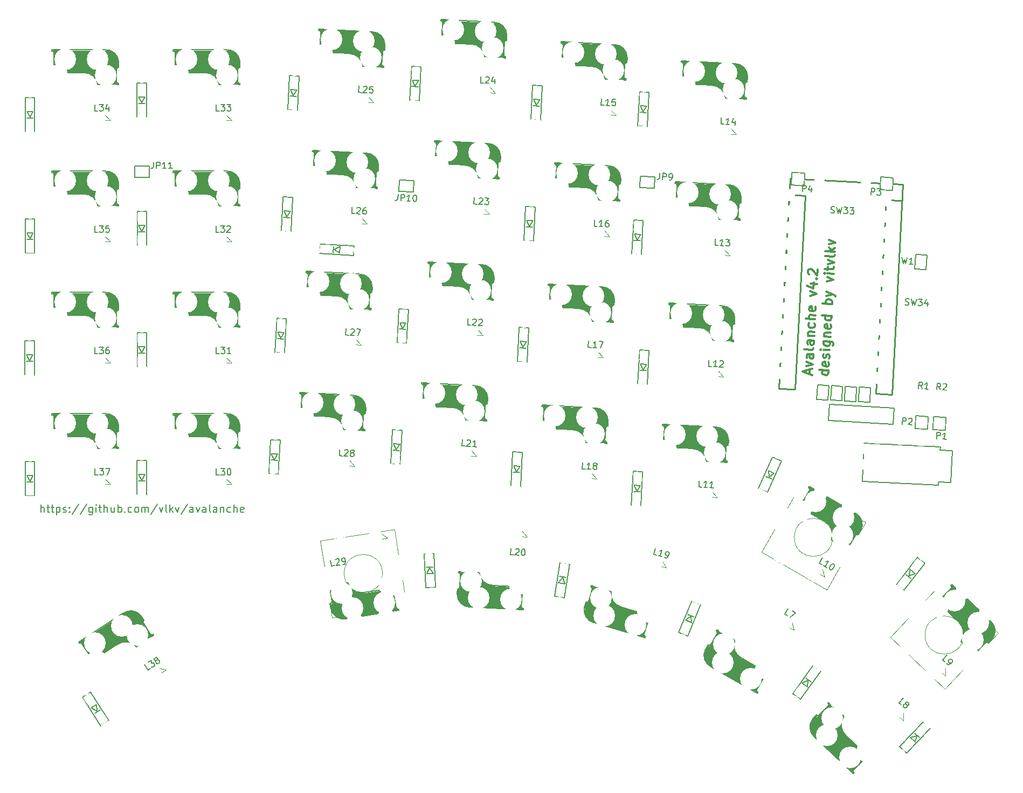
<source format=gto>
G04 #@! TF.GenerationSoftware,KiCad,Pcbnew,(5.1.12-1-10_14)*
G04 #@! TF.CreationDate,2021-12-17T12:39:00+00:00*
G04 #@! TF.ProjectId,avalanche-hotswap,6176616c-616e-4636-9865-2d686f747377,rev?*
G04 #@! TF.SameCoordinates,Original*
G04 #@! TF.FileFunction,Legend,Top*
G04 #@! TF.FilePolarity,Positive*
%FSLAX46Y46*%
G04 Gerber Fmt 4.6, Leading zero omitted, Abs format (unit mm)*
G04 Created by KiCad (PCBNEW (5.1.12-1-10_14)) date 2021-12-17 12:39:00*
%MOMM*%
%LPD*%
G01*
G04 APERTURE LIST*
%ADD10C,0.200000*%
%ADD11C,0.150000*%
%ADD12C,0.300000*%
%ADD13C,0.400000*%
%ADD14C,0.500000*%
%ADD15C,3.500000*%
%ADD16C,1.000000*%
%ADD17C,3.000000*%
%ADD18C,0.800000*%
%ADD19C,0.120000*%
%ADD20C,0.250000*%
%ADD21C,3.400000*%
%ADD22C,4.500000*%
%ADD23C,2.300000*%
%ADD24C,2.100000*%
%ADD25C,4.600000*%
%ADD26C,1.797000*%
%ADD27C,4.400000*%
%ADD28C,1.924000*%
%ADD29C,1.120000*%
%ADD30C,2.400000*%
%ADD31C,1.200000*%
%ADD32C,1.600000*%
G04 APERTURE END LIST*
D10*
X83701169Y-106149255D02*
X83701169Y-104949255D01*
X84215455Y-106149255D02*
X84215455Y-105520683D01*
X84158312Y-105406398D01*
X84044026Y-105349255D01*
X83872597Y-105349255D01*
X83758312Y-105406398D01*
X83701169Y-105463540D01*
X84615455Y-105349255D02*
X85072597Y-105349255D01*
X84786883Y-104949255D02*
X84786883Y-105977826D01*
X84844026Y-106092112D01*
X84958312Y-106149255D01*
X85072597Y-106149255D01*
X85301169Y-105349255D02*
X85758312Y-105349255D01*
X85472597Y-104949255D02*
X85472597Y-105977826D01*
X85529740Y-106092112D01*
X85644026Y-106149255D01*
X85758312Y-106149255D01*
X86158312Y-105349255D02*
X86158312Y-106549255D01*
X86158312Y-105406398D02*
X86272597Y-105349255D01*
X86501169Y-105349255D01*
X86615455Y-105406398D01*
X86672597Y-105463540D01*
X86729740Y-105577826D01*
X86729740Y-105920683D01*
X86672597Y-106034969D01*
X86615455Y-106092112D01*
X86501169Y-106149255D01*
X86272597Y-106149255D01*
X86158312Y-106092112D01*
X87186883Y-106092112D02*
X87301169Y-106149255D01*
X87529740Y-106149255D01*
X87644026Y-106092112D01*
X87701169Y-105977826D01*
X87701169Y-105920683D01*
X87644026Y-105806398D01*
X87529740Y-105749255D01*
X87358312Y-105749255D01*
X87244026Y-105692112D01*
X87186883Y-105577826D01*
X87186883Y-105520683D01*
X87244026Y-105406398D01*
X87358312Y-105349255D01*
X87529740Y-105349255D01*
X87644026Y-105406398D01*
X88215455Y-106034969D02*
X88272597Y-106092112D01*
X88215455Y-106149255D01*
X88158312Y-106092112D01*
X88215455Y-106034969D01*
X88215455Y-106149255D01*
X88215455Y-105406398D02*
X88272597Y-105463540D01*
X88215455Y-105520683D01*
X88158312Y-105463540D01*
X88215455Y-105406398D01*
X88215455Y-105520683D01*
X89644026Y-104892112D02*
X88615455Y-106434969D01*
X90901169Y-104892112D02*
X89872597Y-106434969D01*
X91815455Y-105349255D02*
X91815455Y-106320683D01*
X91758312Y-106434969D01*
X91701169Y-106492112D01*
X91586883Y-106549255D01*
X91415455Y-106549255D01*
X91301169Y-106492112D01*
X91815455Y-106092112D02*
X91701169Y-106149255D01*
X91472597Y-106149255D01*
X91358312Y-106092112D01*
X91301169Y-106034969D01*
X91244026Y-105920683D01*
X91244026Y-105577826D01*
X91301169Y-105463540D01*
X91358312Y-105406398D01*
X91472597Y-105349255D01*
X91701169Y-105349255D01*
X91815455Y-105406398D01*
X92386883Y-106149255D02*
X92386883Y-105349255D01*
X92386883Y-104949255D02*
X92329740Y-105006398D01*
X92386883Y-105063540D01*
X92444026Y-105006398D01*
X92386883Y-104949255D01*
X92386883Y-105063540D01*
X92786883Y-105349255D02*
X93244026Y-105349255D01*
X92958312Y-104949255D02*
X92958312Y-105977826D01*
X93015455Y-106092112D01*
X93129740Y-106149255D01*
X93244026Y-106149255D01*
X93644026Y-106149255D02*
X93644026Y-104949255D01*
X94158312Y-106149255D02*
X94158312Y-105520683D01*
X94101169Y-105406398D01*
X93986883Y-105349255D01*
X93815455Y-105349255D01*
X93701169Y-105406398D01*
X93644026Y-105463540D01*
X95244026Y-105349255D02*
X95244026Y-106149255D01*
X94729740Y-105349255D02*
X94729740Y-105977826D01*
X94786883Y-106092112D01*
X94901169Y-106149255D01*
X95072597Y-106149255D01*
X95186883Y-106092112D01*
X95244026Y-106034969D01*
X95815455Y-106149255D02*
X95815455Y-104949255D01*
X95815455Y-105406398D02*
X95929740Y-105349255D01*
X96158312Y-105349255D01*
X96272597Y-105406398D01*
X96329740Y-105463540D01*
X96386883Y-105577826D01*
X96386883Y-105920683D01*
X96329740Y-106034969D01*
X96272597Y-106092112D01*
X96158312Y-106149255D01*
X95929740Y-106149255D01*
X95815455Y-106092112D01*
X96901169Y-106034969D02*
X96958312Y-106092112D01*
X96901169Y-106149255D01*
X96844026Y-106092112D01*
X96901169Y-106034969D01*
X96901169Y-106149255D01*
X97986883Y-106092112D02*
X97872597Y-106149255D01*
X97644026Y-106149255D01*
X97529740Y-106092112D01*
X97472597Y-106034969D01*
X97415455Y-105920683D01*
X97415455Y-105577826D01*
X97472597Y-105463540D01*
X97529740Y-105406398D01*
X97644026Y-105349255D01*
X97872597Y-105349255D01*
X97986883Y-105406398D01*
X98672597Y-106149255D02*
X98558312Y-106092112D01*
X98501169Y-106034969D01*
X98444026Y-105920683D01*
X98444026Y-105577826D01*
X98501169Y-105463540D01*
X98558312Y-105406398D01*
X98672597Y-105349255D01*
X98844026Y-105349255D01*
X98958312Y-105406398D01*
X99015455Y-105463540D01*
X99072597Y-105577826D01*
X99072597Y-105920683D01*
X99015455Y-106034969D01*
X98958312Y-106092112D01*
X98844026Y-106149255D01*
X98672597Y-106149255D01*
X99586883Y-106149255D02*
X99586883Y-105349255D01*
X99586883Y-105463540D02*
X99644026Y-105406398D01*
X99758312Y-105349255D01*
X99929740Y-105349255D01*
X100044026Y-105406398D01*
X100101169Y-105520683D01*
X100101169Y-106149255D01*
X100101169Y-105520683D02*
X100158312Y-105406398D01*
X100272597Y-105349255D01*
X100444026Y-105349255D01*
X100558312Y-105406398D01*
X100615455Y-105520683D01*
X100615455Y-106149255D01*
X102044026Y-104892112D02*
X101015455Y-106434969D01*
X102329740Y-105349255D02*
X102615455Y-106149255D01*
X102901169Y-105349255D01*
X103529740Y-106149255D02*
X103415455Y-106092112D01*
X103358312Y-105977826D01*
X103358312Y-104949255D01*
X103986883Y-106149255D02*
X103986883Y-104949255D01*
X104101169Y-105692112D02*
X104444026Y-106149255D01*
X104444026Y-105349255D02*
X103986883Y-105806398D01*
X104844026Y-105349255D02*
X105129740Y-106149255D01*
X105415455Y-105349255D01*
X106729740Y-104892112D02*
X105701169Y-106434969D01*
X107644026Y-106149255D02*
X107644026Y-105520683D01*
X107586883Y-105406398D01*
X107472597Y-105349255D01*
X107244026Y-105349255D01*
X107129740Y-105406398D01*
X107644026Y-106092112D02*
X107529740Y-106149255D01*
X107244026Y-106149255D01*
X107129740Y-106092112D01*
X107072597Y-105977826D01*
X107072597Y-105863540D01*
X107129740Y-105749255D01*
X107244026Y-105692112D01*
X107529740Y-105692112D01*
X107644026Y-105634969D01*
X108101169Y-105349255D02*
X108386883Y-106149255D01*
X108672597Y-105349255D01*
X109644026Y-106149255D02*
X109644026Y-105520683D01*
X109586883Y-105406398D01*
X109472597Y-105349255D01*
X109244026Y-105349255D01*
X109129740Y-105406398D01*
X109644026Y-106092112D02*
X109529740Y-106149255D01*
X109244026Y-106149255D01*
X109129740Y-106092112D01*
X109072597Y-105977826D01*
X109072597Y-105863540D01*
X109129740Y-105749255D01*
X109244026Y-105692112D01*
X109529740Y-105692112D01*
X109644026Y-105634969D01*
X110386883Y-106149255D02*
X110272597Y-106092112D01*
X110215455Y-105977826D01*
X110215455Y-104949255D01*
X111358312Y-106149255D02*
X111358312Y-105520683D01*
X111301169Y-105406398D01*
X111186883Y-105349255D01*
X110958312Y-105349255D01*
X110844026Y-105406398D01*
X111358312Y-106092112D02*
X111244026Y-106149255D01*
X110958312Y-106149255D01*
X110844026Y-106092112D01*
X110786883Y-105977826D01*
X110786883Y-105863540D01*
X110844026Y-105749255D01*
X110958312Y-105692112D01*
X111244026Y-105692112D01*
X111358312Y-105634969D01*
X111929740Y-105349255D02*
X111929740Y-106149255D01*
X111929740Y-105463540D02*
X111986883Y-105406398D01*
X112101169Y-105349255D01*
X112272597Y-105349255D01*
X112386883Y-105406398D01*
X112444026Y-105520683D01*
X112444026Y-106149255D01*
X113529740Y-106092112D02*
X113415455Y-106149255D01*
X113186883Y-106149255D01*
X113072597Y-106092112D01*
X113015455Y-106034969D01*
X112958312Y-105920683D01*
X112958312Y-105577826D01*
X113015455Y-105463540D01*
X113072597Y-105406398D01*
X113186883Y-105349255D01*
X113415455Y-105349255D01*
X113529740Y-105406398D01*
X114044026Y-106149255D02*
X114044026Y-104949255D01*
X114558312Y-106149255D02*
X114558312Y-105520683D01*
X114501169Y-105406398D01*
X114386883Y-105349255D01*
X114215455Y-105349255D01*
X114101169Y-105406398D01*
X114044026Y-105463540D01*
X115586883Y-106092112D02*
X115472597Y-106149255D01*
X115244026Y-106149255D01*
X115129740Y-106092112D01*
X115072597Y-105977826D01*
X115072597Y-105520683D01*
X115129740Y-105406398D01*
X115244026Y-105349255D01*
X115472597Y-105349255D01*
X115586883Y-105406398D01*
X115644026Y-105520683D01*
X115644026Y-105634969D01*
X115072597Y-105749255D01*
D11*
X218970361Y-66096801D02*
X219155794Y-67107892D01*
X219383392Y-66404554D01*
X219536224Y-67127829D01*
X219826329Y-66141661D01*
X220677515Y-67187642D02*
X220106869Y-67157736D01*
X220392192Y-67172689D02*
X220444528Y-66174059D01*
X220341944Y-66311736D01*
X220241852Y-66401859D01*
X220144252Y-66444429D01*
D12*
X204445252Y-84446706D02*
X204482634Y-83733399D01*
X204865759Y-84611797D02*
X203393983Y-84033978D01*
X204918095Y-83613168D01*
X203938157Y-83204178D02*
X204955478Y-82899861D01*
X203975540Y-82490871D01*
X205037720Y-81330586D02*
X204253083Y-81289465D01*
X204106683Y-81353319D01*
X204027876Y-81492242D01*
X204012923Y-81777565D01*
X204076777Y-81923964D01*
X204966389Y-81326847D02*
X205030243Y-81473247D01*
X205011552Y-81829901D01*
X204932745Y-81968824D01*
X204786345Y-82032678D01*
X204643684Y-82025201D01*
X204504761Y-81946394D01*
X204440907Y-81799994D01*
X204459598Y-81443341D01*
X204395744Y-81296941D01*
X205086318Y-80403287D02*
X205007510Y-80542210D01*
X204861111Y-80606064D01*
X203577159Y-80538775D01*
X205149869Y-79190665D02*
X204365231Y-79149544D01*
X204218831Y-79213398D01*
X204140024Y-79352321D01*
X204125071Y-79637644D01*
X204188925Y-79784044D01*
X205078538Y-79186927D02*
X205142392Y-79333327D01*
X205123701Y-79689980D01*
X205044893Y-79828903D01*
X204898494Y-79892757D01*
X204755832Y-79885281D01*
X204616909Y-79806473D01*
X204553055Y-79660074D01*
X204571747Y-79303420D01*
X204507892Y-79157021D01*
X204188622Y-78425023D02*
X205187251Y-78477358D01*
X204331283Y-78432499D02*
X204263691Y-78357430D01*
X204199837Y-78211030D01*
X204211052Y-77997038D01*
X204289859Y-77858115D01*
X204436258Y-77794261D01*
X205220896Y-77835382D01*
X205220593Y-76476361D02*
X205284447Y-76622761D01*
X205269494Y-76908084D01*
X205190686Y-77047007D01*
X205115617Y-77114599D01*
X204969218Y-77178453D01*
X204541234Y-77156023D01*
X204402311Y-77077216D01*
X204334718Y-77002147D01*
X204270864Y-76855748D01*
X204285817Y-76570425D01*
X204364624Y-76431502D01*
X205325568Y-75838123D02*
X203827624Y-75759619D01*
X205359212Y-75196147D02*
X204574575Y-75155026D01*
X204428175Y-75218880D01*
X204349368Y-75357803D01*
X204338153Y-75571795D01*
X204402007Y-75718195D01*
X204469600Y-75793264D01*
X205355171Y-73908457D02*
X205419025Y-74054856D01*
X205404072Y-74340179D01*
X205325264Y-74479102D01*
X205178865Y-74542956D01*
X204608219Y-74513050D01*
X204469296Y-74434243D01*
X204405442Y-74287843D01*
X204420395Y-74002520D01*
X204499203Y-73863597D01*
X204645602Y-73799743D01*
X204788264Y-73807220D01*
X204893542Y-74528003D01*
X204517591Y-72147923D02*
X205534912Y-71843605D01*
X204554974Y-71434616D01*
X204618524Y-70221994D02*
X205617154Y-70274330D01*
X204029187Y-70548741D02*
X205080456Y-70961469D01*
X205129054Y-70034170D01*
X205515614Y-69482216D02*
X205590683Y-69414624D01*
X205658275Y-69489693D01*
X205583206Y-69557285D01*
X205515614Y-69482216D01*
X205658275Y-69489693D01*
X204336637Y-68776689D02*
X204269044Y-68701620D01*
X204205190Y-68555221D01*
X204223881Y-68198567D01*
X204302689Y-68059644D01*
X204377758Y-67992052D01*
X204524157Y-67928198D01*
X204666819Y-67935674D01*
X204877072Y-68018220D01*
X205688181Y-68919047D01*
X205736779Y-67991748D01*
X207457123Y-83889286D02*
X205959179Y-83810782D01*
X207385793Y-83885548D02*
X207449647Y-84031947D01*
X207434694Y-84317270D01*
X207355886Y-84456193D01*
X207280818Y-84523785D01*
X207134418Y-84587640D01*
X206706434Y-84565210D01*
X206567511Y-84486403D01*
X206499918Y-84411334D01*
X206436064Y-84264934D01*
X206451017Y-83979611D01*
X206529825Y-83840688D01*
X207453082Y-82601595D02*
X207516936Y-82747995D01*
X207501983Y-83033318D01*
X207423176Y-83172241D01*
X207276776Y-83236095D01*
X206706130Y-83206189D01*
X206567207Y-83127381D01*
X206503353Y-82980982D01*
X206518306Y-82695659D01*
X206597114Y-82556736D01*
X206743513Y-82492882D01*
X206886175Y-82500358D01*
X206991453Y-83221142D01*
X207486726Y-81959619D02*
X207565534Y-81820696D01*
X207580487Y-81535373D01*
X207516633Y-81388974D01*
X207377710Y-81310167D01*
X207306379Y-81306428D01*
X207159979Y-81370282D01*
X207081172Y-81509205D01*
X207069957Y-81723197D01*
X206991150Y-81862121D01*
X206844750Y-81925975D01*
X206773420Y-81922236D01*
X206634496Y-81843429D01*
X206570642Y-81697030D01*
X206581857Y-81483037D01*
X206660664Y-81344114D01*
X207625346Y-80679405D02*
X206626717Y-80627069D01*
X206127402Y-80600901D02*
X206194994Y-80675970D01*
X206270063Y-80608378D01*
X206202471Y-80533309D01*
X206127402Y-80600901D01*
X206270063Y-80608378D01*
X206697744Y-79271786D02*
X207910366Y-79335337D01*
X208049289Y-79414144D01*
X208116881Y-79489213D01*
X208180735Y-79635613D01*
X208169520Y-79849605D01*
X208090713Y-79988528D01*
X207625043Y-79320384D02*
X207688897Y-79466784D01*
X207673944Y-79752106D01*
X207595137Y-79891029D01*
X207520068Y-79958622D01*
X207373668Y-80022476D01*
X206945684Y-80000046D01*
X206806761Y-79921239D01*
X206739168Y-79846170D01*
X206675314Y-79699770D01*
X206690267Y-79414448D01*
X206769075Y-79275525D01*
X206735127Y-78558480D02*
X207733756Y-78610815D01*
X206877788Y-78565956D02*
X206810196Y-78490887D01*
X206746342Y-78344487D01*
X206757557Y-78130495D01*
X206836364Y-77991572D01*
X206982763Y-77927718D01*
X207767401Y-77968839D01*
X207763359Y-76681149D02*
X207827213Y-76827548D01*
X207812260Y-77112871D01*
X207733453Y-77251794D01*
X207587053Y-77315648D01*
X207016408Y-77285742D01*
X206877485Y-77206935D01*
X206813631Y-77060535D01*
X206828584Y-76775213D01*
X206907391Y-76636289D01*
X207053791Y-76572435D01*
X207196452Y-76579912D01*
X207301731Y-77300695D01*
X207905717Y-75329604D02*
X206407773Y-75251100D01*
X207834387Y-75325866D02*
X207898241Y-75472266D01*
X207883288Y-75757588D01*
X207804480Y-75896511D01*
X207729411Y-75964104D01*
X207583012Y-76027958D01*
X207155028Y-76005528D01*
X207016105Y-75926721D01*
X206948512Y-75851652D01*
X206884658Y-75705252D01*
X206899611Y-75419930D01*
X206978418Y-75281006D01*
X208002913Y-73475006D02*
X206504968Y-73396503D01*
X207075614Y-73426409D02*
X207011760Y-73280009D01*
X207026713Y-72994686D01*
X207105520Y-72855763D01*
X207180589Y-72788171D01*
X207326989Y-72724317D01*
X207754973Y-72746747D01*
X207893896Y-72825554D01*
X207961488Y-72900623D01*
X208025342Y-73047022D01*
X208010389Y-73332345D01*
X207931582Y-73471268D01*
X207067834Y-72210049D02*
X208085155Y-71905731D01*
X207105217Y-71496742D02*
X208085155Y-71905731D01*
X208434332Y-72067084D01*
X208501924Y-72142153D01*
X208565778Y-72288553D01*
X207187459Y-69927467D02*
X208204780Y-69623150D01*
X207224842Y-69214160D01*
X208253378Y-68695851D02*
X207254748Y-68643515D01*
X206755433Y-68617347D02*
X206823026Y-68692416D01*
X206898095Y-68624823D01*
X206830502Y-68549754D01*
X206755433Y-68617347D01*
X206898095Y-68624823D01*
X207280916Y-68144200D02*
X207310822Y-67573555D01*
X206792816Y-67904040D02*
X208076768Y-67971329D01*
X208223168Y-67907475D01*
X208301975Y-67768552D01*
X208309452Y-67625891D01*
X207329514Y-67216901D02*
X208346835Y-66912584D01*
X207366897Y-66503594D01*
X208406647Y-65771293D02*
X208327840Y-65910216D01*
X208181440Y-65974070D01*
X206897488Y-65906781D01*
X208436553Y-65200647D02*
X206938609Y-65122144D01*
X207873385Y-65028080D02*
X208466460Y-64630002D01*
X207467830Y-64577666D02*
X208008569Y-65178218D01*
X207493998Y-64078351D02*
X208511319Y-63774034D01*
X207531381Y-63365044D01*
D13*
X184394787Y-37949123D02*
X184358152Y-38648163D01*
X184525627Y-35452549D02*
X185923709Y-35525819D01*
D14*
X194344872Y-41074153D02*
X191648572Y-40932845D01*
D11*
X184318051Y-35591876D02*
X184336368Y-35242356D01*
X184336368Y-35242356D02*
X192724857Y-35681977D01*
X189141107Y-39099102D02*
X184147959Y-38837422D01*
X194534131Y-41284346D02*
X191258626Y-41112684D01*
X194722540Y-37689279D02*
X194670204Y-38687909D01*
X194534131Y-41284346D02*
X194552972Y-40924839D01*
X194353246Y-40914372D02*
X194552972Y-40924839D01*
X194440520Y-38675872D02*
X194323287Y-40912802D01*
X194670204Y-38687909D02*
X194470478Y-38677442D01*
X184517777Y-35602343D02*
X184318051Y-35591876D01*
X184419993Y-37850306D02*
X184537749Y-35603390D01*
X184200295Y-37838792D02*
X184400021Y-37849260D01*
X184147959Y-38837422D02*
X184200295Y-37838792D01*
D15*
X186239423Y-37144561D02*
X192930241Y-37495212D01*
D16*
X185004008Y-35878169D02*
X184873168Y-38374742D01*
D14*
X184463249Y-38553534D02*
X185861330Y-38626804D01*
D17*
X193015846Y-37199286D02*
X192898613Y-39436216D01*
D18*
X193961121Y-40753629D02*
X194055326Y-38956096D01*
D12*
X194575574Y-38582812D02*
X194622677Y-37684047D01*
D11*
X191256073Y-41091050D02*
G75*
G03*
X189141107Y-39099102I-2163624J-178480D01*
G01*
X194722541Y-37689279D02*
G75*
G03*
X192724857Y-35681977I-2002493J4809D01*
G01*
D16*
X191676459Y-40712532D02*
G75*
G03*
X189561493Y-38720584I-2163624J-178480D01*
G01*
D13*
X124436800Y-90032533D02*
X124400165Y-90731573D01*
X124567640Y-87535959D02*
X125965722Y-87609229D01*
D14*
X134386885Y-93157563D02*
X131690585Y-93016255D01*
D11*
X124360064Y-87675286D02*
X124378381Y-87325766D01*
X124378381Y-87325766D02*
X132766870Y-87765387D01*
X129183120Y-91182512D02*
X124189972Y-90920832D01*
X134576144Y-93367756D02*
X131300639Y-93196094D01*
X134764553Y-89772689D02*
X134712217Y-90771319D01*
X134576144Y-93367756D02*
X134594985Y-93008249D01*
X134395259Y-92997782D02*
X134594985Y-93008249D01*
X134482533Y-90759282D02*
X134365300Y-92996212D01*
X134712217Y-90771319D02*
X134512491Y-90760852D01*
X124559790Y-87685753D02*
X124360064Y-87675286D01*
X124462006Y-89933716D02*
X124579762Y-87686800D01*
X124242308Y-89922202D02*
X124442034Y-89932670D01*
X124189972Y-90920832D02*
X124242308Y-89922202D01*
D15*
X126281436Y-89227971D02*
X132972254Y-89578622D01*
D16*
X125046021Y-87961579D02*
X124915181Y-90458152D01*
D14*
X124505262Y-90636944D02*
X125903343Y-90710214D01*
D17*
X133057859Y-89282696D02*
X132940626Y-91519626D01*
D18*
X134003134Y-92837039D02*
X134097339Y-91039506D01*
D12*
X134617587Y-90666222D02*
X134664690Y-89767457D01*
D11*
X131298086Y-93174460D02*
G75*
G03*
X129183120Y-91182512I-2163624J-178480D01*
G01*
X134764554Y-89772689D02*
G75*
G03*
X132766870Y-87765387I-2002493J4809D01*
G01*
D16*
X131718472Y-92795942D02*
G75*
G03*
X129603506Y-90803994I-2163624J-178480D01*
G01*
D11*
X212165024Y-88780382D02*
X212284664Y-86497515D01*
X212284664Y-86497515D02*
X214060228Y-86590568D01*
X214060228Y-86590568D02*
X213940588Y-88873435D01*
X213940588Y-88873435D02*
X212165024Y-88780382D01*
X209968039Y-88665243D02*
X210087679Y-86382376D01*
X210087679Y-86382376D02*
X211863243Y-86475429D01*
X211863243Y-86475429D02*
X211743603Y-88758296D01*
X211743603Y-88758296D02*
X209968039Y-88665243D01*
X207771054Y-88550104D02*
X207890694Y-86267237D01*
X207890694Y-86267237D02*
X209666258Y-86360290D01*
X209666258Y-86360290D02*
X209546618Y-88643157D01*
X209546618Y-88643157D02*
X207771054Y-88550104D01*
X205574069Y-88434964D02*
X205693709Y-86152097D01*
X205693709Y-86152097D02*
X207469273Y-86245150D01*
X207469273Y-86245150D02*
X207349633Y-88528017D01*
X207349633Y-88528017D02*
X205574069Y-88434964D01*
X217741948Y-89751222D02*
X207595872Y-89219489D01*
X207595872Y-89219489D02*
X207462938Y-91756008D01*
X207462938Y-91756008D02*
X217609014Y-92287741D01*
X217609014Y-92287741D02*
X217741948Y-89751222D01*
D19*
X151143554Y-97290174D02*
X152142183Y-97342509D01*
X152142183Y-97342509D02*
X151195889Y-96291544D01*
D13*
X163481568Y-73002617D02*
X163444933Y-73701657D01*
X163612408Y-70506043D02*
X165010490Y-70579313D01*
D14*
X173431653Y-76127647D02*
X170735353Y-75986339D01*
D11*
X163404832Y-70645370D02*
X163423149Y-70295850D01*
X163423149Y-70295850D02*
X171811638Y-70735471D01*
X168227888Y-74152596D02*
X163234740Y-73890916D01*
X173620912Y-76337840D02*
X170345407Y-76166178D01*
X173809321Y-72742773D02*
X173756985Y-73741403D01*
X173620912Y-76337840D02*
X173639753Y-75978333D01*
X173440027Y-75967866D02*
X173639753Y-75978333D01*
X173527301Y-73729366D02*
X173410068Y-75966296D01*
X173756985Y-73741403D02*
X173557259Y-73730936D01*
X163604558Y-70655837D02*
X163404832Y-70645370D01*
X163506774Y-72903800D02*
X163624530Y-70656884D01*
X163287076Y-72892286D02*
X163486802Y-72902754D01*
X163234740Y-73890916D02*
X163287076Y-72892286D01*
D15*
X165326204Y-72198055D02*
X172017022Y-72548706D01*
D16*
X164090789Y-70931663D02*
X163959949Y-73428236D01*
D14*
X163550030Y-73607028D02*
X164948111Y-73680298D01*
D17*
X172102627Y-72252780D02*
X171985394Y-74489710D01*
D18*
X173047902Y-75807123D02*
X173142107Y-74009590D01*
D12*
X173662355Y-73636306D02*
X173709458Y-72737541D01*
D11*
X170342854Y-76144544D02*
G75*
G03*
X168227888Y-74152596I-2163624J-178480D01*
G01*
X173809322Y-72742773D02*
G75*
G03*
X171811638Y-70735471I-2002493J4809D01*
G01*
D16*
X170763240Y-75766026D02*
G75*
G03*
X168648274Y-73774078I-2163624J-178480D01*
G01*
D19*
X113691269Y-82705259D02*
X112691269Y-81705259D01*
X112691269Y-82705259D02*
X113691269Y-82705259D01*
X205937544Y-115786465D02*
X206803570Y-116286465D01*
X206803570Y-116286465D02*
X206437544Y-114920440D01*
X137146432Y-110347805D02*
X138134120Y-110191371D01*
X138134120Y-110191371D02*
X136989998Y-109360117D01*
X190947253Y-65780163D02*
X191945882Y-65832498D01*
X191945882Y-65832498D02*
X190999588Y-64781533D01*
X102549072Y-131417352D02*
X103387743Y-130872713D01*
X103387743Y-130872713D02*
X102004433Y-130578682D01*
X94641279Y-101755249D02*
X93641279Y-100755249D01*
X93641279Y-101755249D02*
X94641279Y-101755249D01*
X94641265Y-82705254D02*
X93641265Y-81705254D01*
X93641265Y-82705254D02*
X94641265Y-82705254D01*
X94641244Y-63655245D02*
X93641244Y-62655245D01*
X93641244Y-63655245D02*
X94641244Y-63655245D01*
X94641291Y-44605255D02*
X93641291Y-43605255D01*
X93641291Y-44605255D02*
X94641291Y-44605255D01*
X113691266Y-44605254D02*
X112691266Y-43605254D01*
X112691266Y-44605254D02*
X113691266Y-44605254D01*
X113691269Y-63655231D02*
X112691269Y-62655231D01*
X112691269Y-63655231D02*
X113691269Y-63655231D01*
X113691286Y-101755273D02*
X112691286Y-100755273D01*
X112691286Y-101755273D02*
X113691286Y-101755273D01*
X131986218Y-98839727D02*
X132984847Y-98892062D01*
X132984847Y-98892062D02*
X132038553Y-97841097D01*
X132983208Y-79815820D02*
X133981837Y-79868155D01*
X133981837Y-79868155D02*
X133035543Y-78817190D01*
X133980219Y-60791896D02*
X134978848Y-60844231D01*
X134978848Y-60844231D02*
X134032554Y-59793266D01*
X134977226Y-41768040D02*
X135975855Y-41820375D01*
X135975855Y-41820375D02*
X135029561Y-40769410D01*
X154131962Y-40268465D02*
X155130591Y-40320800D01*
X155130591Y-40320800D02*
X154184297Y-39269835D01*
X153134925Y-59292351D02*
X154133554Y-59344686D01*
X154133554Y-59344686D02*
X153187260Y-58293721D01*
X152137953Y-78316242D02*
X153136582Y-78368577D01*
X153136582Y-78368577D02*
X152190288Y-77317612D01*
X159111829Y-109958865D02*
X160110458Y-110011200D01*
X160110458Y-110011200D02*
X159164164Y-108960235D01*
X180975827Y-114581729D02*
X181934647Y-114865745D01*
X181934647Y-114865745D02*
X181259842Y-113622910D01*
X170034039Y-100833689D02*
X171032668Y-100886024D01*
X171032668Y-100886024D02*
X170086374Y-99835059D01*
X171031020Y-81809798D02*
X172029649Y-81862133D01*
X172029649Y-81862133D02*
X171083355Y-80811168D01*
X172028000Y-62785926D02*
X173026629Y-62838261D01*
X173026629Y-62838261D02*
X172080335Y-61787296D01*
X173025005Y-43762021D02*
X174023634Y-43814356D01*
X174023634Y-43814356D02*
X173077340Y-42763391D01*
X191944238Y-46756291D02*
X192942867Y-46808626D01*
X192942867Y-46808626D02*
X191996573Y-45757661D01*
X189950237Y-84804057D02*
X190948866Y-84856392D01*
X190948866Y-84856392D02*
X190002572Y-83805427D01*
X225111359Y-131180905D02*
X225836733Y-131869259D01*
X225836733Y-131869259D02*
X225799713Y-130455530D01*
X201175057Y-124177003D02*
X202041083Y-124677003D01*
X202041083Y-124677003D02*
X201675057Y-123310978D01*
X218509298Y-138194204D02*
X219234672Y-138882558D01*
X219234672Y-138882558D02*
X219197652Y-137468829D01*
X188955860Y-103778037D02*
X189954489Y-103830372D01*
X189954489Y-103830372D02*
X189008195Y-102779407D01*
D13*
X162484584Y-92026521D02*
X162447949Y-92725561D01*
X162615424Y-89529947D02*
X164013506Y-89603217D01*
D14*
X172434669Y-95151551D02*
X169738369Y-95010243D01*
D11*
X162407848Y-89669274D02*
X162426165Y-89319754D01*
X162426165Y-89319754D02*
X170814654Y-89759375D01*
X167230904Y-93176500D02*
X162237756Y-92914820D01*
X172623928Y-95361744D02*
X169348423Y-95190082D01*
X172812337Y-91766677D02*
X172760001Y-92765307D01*
X172623928Y-95361744D02*
X172642769Y-95002237D01*
X172443043Y-94991770D02*
X172642769Y-95002237D01*
X172530317Y-92753270D02*
X172413084Y-94990200D01*
X172760001Y-92765307D02*
X172560275Y-92754840D01*
X162607574Y-89679741D02*
X162407848Y-89669274D01*
X162509790Y-91927704D02*
X162627546Y-89680788D01*
X162290092Y-91916190D02*
X162489818Y-91926658D01*
X162237756Y-92914820D02*
X162290092Y-91916190D01*
D15*
X164329220Y-91221959D02*
X171020038Y-91572610D01*
D16*
X163093805Y-89955567D02*
X162962965Y-92452140D01*
D14*
X162553046Y-92630932D02*
X163951127Y-92704202D01*
D17*
X171105643Y-91276684D02*
X170988410Y-93513614D01*
D18*
X172050918Y-94831027D02*
X172145123Y-93033494D01*
D12*
X172665371Y-92660210D02*
X172712474Y-91761445D01*
D11*
X169345870Y-95168448D02*
G75*
G03*
X167230904Y-93176500I-2163624J-178480D01*
G01*
X172812338Y-91766677D02*
G75*
G03*
X170814654Y-89759375I-2002493J4809D01*
G01*
D16*
X169766256Y-94789930D02*
G75*
G03*
X167651290Y-92797982I-2163624J-178480D01*
G01*
D12*
X114891259Y-36305231D02*
X114891260Y-35405232D01*
D18*
X114391260Y-38505231D02*
X114391260Y-36705231D01*
D17*
X113261260Y-35005231D02*
X113261260Y-37245231D01*
D14*
X104791260Y-36805231D02*
X106191260Y-36805231D01*
D16*
X105191260Y-34105231D02*
X105191260Y-36605231D01*
D15*
X106491260Y-35305231D02*
X113191260Y-35305231D01*
D11*
X104491260Y-37105231D02*
X104491260Y-36105231D01*
X104491260Y-36105231D02*
X104691260Y-36105231D01*
X104711260Y-36105231D02*
X104711260Y-33855231D01*
X104691260Y-33855231D02*
X104491260Y-33855231D01*
X114991260Y-36405231D02*
X114791260Y-36405231D01*
X114761260Y-36405231D02*
X114761260Y-38645231D01*
X114791260Y-38645231D02*
X114991260Y-38645231D01*
X114991260Y-39005231D02*
X114991260Y-38645231D01*
X114991260Y-35405231D02*
X114991260Y-36405231D01*
X114991260Y-39005231D02*
X111711260Y-39005231D01*
X109491260Y-37105231D02*
X104491260Y-37105231D01*
X104491260Y-33505231D02*
X112891260Y-33505230D01*
X104491260Y-33855231D02*
X104491260Y-33505231D01*
D14*
X114791260Y-38805231D02*
X112091260Y-38805231D01*
D13*
X104691260Y-33705231D02*
X106091260Y-33705231D01*
X104691260Y-36205231D02*
X104691260Y-36905231D01*
D16*
X112107578Y-38583760D02*
G75*
G03*
X109891260Y-36705231I-2151318J-291471D01*
G01*
D11*
X114991261Y-35405231D02*
G75*
G03*
X112891260Y-33505230I-2000001J-100000D01*
G01*
X111707578Y-38983760D02*
G75*
G03*
X109491260Y-37105231I-2151318J-291471D01*
G01*
X201695223Y-52770106D02*
X201590552Y-54767365D01*
X201590552Y-54767365D02*
X203587811Y-54872036D01*
X203587811Y-54872036D02*
X203692482Y-52874777D01*
X203692482Y-52874777D02*
X201695223Y-52770106D01*
X215617305Y-53499715D02*
X215512634Y-55496974D01*
X215512634Y-55496974D02*
X217509893Y-55601645D01*
X217509893Y-55601645D02*
X217614564Y-53604386D01*
X217614564Y-53604386D02*
X215617305Y-53499715D01*
X225818891Y-93250875D02*
X225923562Y-91253616D01*
X225923562Y-91253616D02*
X223926303Y-91148945D01*
X223926303Y-91148945D02*
X223821632Y-93146204D01*
X223821632Y-93146204D02*
X225818891Y-93250875D01*
X223022700Y-93104315D02*
X223127371Y-91107056D01*
X223127371Y-91107056D02*
X221130112Y-91002385D01*
X221130112Y-91002385D02*
X221025441Y-92999644D01*
X221025441Y-92999644D02*
X223022700Y-93104315D01*
D13*
X181403788Y-95020800D02*
X181367153Y-95719840D01*
X181534628Y-92524226D02*
X182932710Y-92597496D01*
D14*
X191353873Y-98145830D02*
X188657573Y-98004522D01*
D11*
X181327052Y-92663553D02*
X181345369Y-92314033D01*
X181345369Y-92314033D02*
X189733858Y-92753654D01*
X186150108Y-96170779D02*
X181156960Y-95909099D01*
X191543132Y-98356023D02*
X188267627Y-98184361D01*
X191731541Y-94760956D02*
X191679205Y-95759586D01*
X191543132Y-98356023D02*
X191561973Y-97996516D01*
X191362247Y-97986049D02*
X191561973Y-97996516D01*
X191449521Y-95747549D02*
X191332288Y-97984479D01*
X191679205Y-95759586D02*
X191479479Y-95749119D01*
X181526778Y-92674020D02*
X181327052Y-92663553D01*
X181428994Y-94921983D02*
X181546750Y-92675067D01*
X181209296Y-94910469D02*
X181409022Y-94920937D01*
X181156960Y-95909099D02*
X181209296Y-94910469D01*
D15*
X183248424Y-94216238D02*
X189939242Y-94566889D01*
D16*
X182013009Y-92949846D02*
X181882169Y-95446419D01*
D14*
X181472250Y-95625211D02*
X182870331Y-95698481D01*
D17*
X190024847Y-94270963D02*
X189907614Y-96507893D01*
D18*
X190970122Y-97825306D02*
X191064327Y-96027773D01*
D12*
X191584575Y-95654489D02*
X191631678Y-94755724D01*
D11*
X188265074Y-98162727D02*
G75*
G03*
X186150108Y-96170779I-2163624J-178480D01*
G01*
X191731542Y-94760956D02*
G75*
G03*
X189733858Y-92753654I-2002493J4809D01*
G01*
D16*
X188685460Y-97784209D02*
G75*
G03*
X186570494Y-95792261I-2163624J-178480D01*
G01*
D12*
X153772708Y-89159161D02*
X153819811Y-88260396D01*
D18*
X153158255Y-91329978D02*
X153252460Y-89532445D01*
D17*
X152212980Y-87775635D02*
X152095747Y-90012565D01*
D14*
X143660383Y-89129883D02*
X145058464Y-89203153D01*
D16*
X144201142Y-86454518D02*
X144070302Y-88951091D01*
D15*
X145436557Y-87720910D02*
X152127375Y-88071561D01*
D11*
X143345093Y-89413771D02*
X143397429Y-88415141D01*
X143397429Y-88415141D02*
X143597155Y-88425609D01*
X143617127Y-88426655D02*
X143734883Y-86179739D01*
X143714911Y-86178692D02*
X143515185Y-86168225D01*
X153867338Y-89264258D02*
X153667612Y-89253791D01*
X153637654Y-89252221D02*
X153520421Y-91489151D01*
X153550380Y-91490721D02*
X153750106Y-91501188D01*
X153731265Y-91860695D02*
X153750106Y-91501188D01*
X153919674Y-88265628D02*
X153867338Y-89264258D01*
X153731265Y-91860695D02*
X150455760Y-91689033D01*
X148338241Y-89675451D02*
X143345093Y-89413771D01*
X143533502Y-85818705D02*
X151921991Y-86258326D01*
X143515185Y-86168225D02*
X143533502Y-85818705D01*
D14*
X153542006Y-91650502D02*
X150845706Y-91509194D01*
D13*
X143722761Y-86028898D02*
X145120843Y-86102168D01*
X143591921Y-88525472D02*
X143555286Y-89224512D01*
D16*
X150873593Y-91288881D02*
G75*
G03*
X148758627Y-89296933I-2163624J-178480D01*
G01*
D11*
X153919675Y-88265628D02*
G75*
G03*
X151921991Y-86258326I-2002493J4809D01*
G01*
X150453207Y-91667399D02*
G75*
G03*
X148338241Y-89675451I-2163624J-178480D01*
G01*
D13*
X213003420Y-145102163D02*
X213485269Y-144594401D01*
X211282534Y-146915599D02*
X210267010Y-145951903D01*
D14*
X207466861Y-136263809D02*
X209425372Y-138122366D01*
D11*
X211530862Y-146944464D02*
X211289938Y-147198345D01*
X211289938Y-147198345D02*
X205196793Y-141416167D01*
X210141143Y-141145224D02*
X213768014Y-144586997D01*
X207459457Y-135981063D02*
X209838685Y-138238866D01*
X204981381Y-138592411D02*
X205669735Y-137867036D01*
X207459457Y-135981063D02*
X207211650Y-136242198D01*
X207356724Y-136379869D02*
X207211650Y-136242198D01*
X205836571Y-138025358D02*
X207378486Y-136400519D01*
X205669735Y-137867036D02*
X205814810Y-138004707D01*
X211385787Y-146806793D02*
X211530862Y-146944464D01*
X212920077Y-145160934D02*
X211371280Y-146793026D01*
X213079660Y-145312372D02*
X212934585Y-145174701D01*
X213768014Y-144586997D02*
X213079660Y-145312372D01*
D15*
X211078227Y-144515962D02*
X206218219Y-139903986D01*
D16*
X211195189Y-146281272D02*
X212916075Y-144467836D01*
D14*
X213343896Y-144598103D02*
X212328372Y-143634407D01*
D17*
X205960937Y-140073414D02*
X207502851Y-138448575D01*
D18*
X207550505Y-136756763D02*
X206311466Y-138062437D01*
D12*
X205673438Y-138008410D02*
X205053919Y-138661245D01*
D11*
X209826577Y-138256975D02*
G75*
G03*
X210141143Y-141145224I1761146J-1269444D01*
G01*
X204981380Y-138592410D02*
G75*
G03*
X205196793Y-141416167I1519585J-1304172D01*
G01*
D16*
X209261085Y-138271783D02*
G75*
G03*
X209575651Y-141160032I1761146J-1269444D01*
G01*
D13*
X159441673Y-118778048D02*
X159478308Y-118079008D01*
X159310833Y-121274622D02*
X157912751Y-121201352D01*
D14*
X149491588Y-115653018D02*
X152187888Y-115794326D01*
D11*
X159518409Y-121135295D02*
X159500092Y-121484815D01*
X159500092Y-121484815D02*
X151111603Y-121045194D01*
X154695353Y-117628069D02*
X159688501Y-117889749D01*
X149302329Y-115442825D02*
X152577834Y-115614487D01*
X149113920Y-119037892D02*
X149166256Y-118039262D01*
X149302329Y-115442825D02*
X149283488Y-115802332D01*
X149483214Y-115812799D02*
X149283488Y-115802332D01*
X149395940Y-118051299D02*
X149513173Y-115814369D01*
X149166256Y-118039262D02*
X149365982Y-118049729D01*
X159318683Y-121124828D02*
X159518409Y-121135295D01*
X159416467Y-118876865D02*
X159298711Y-121123781D01*
X159636165Y-118888379D02*
X159436439Y-118877911D01*
X159688501Y-117889749D02*
X159636165Y-118888379D01*
D15*
X157597037Y-119582610D02*
X150906219Y-119231959D01*
D16*
X158832452Y-120849002D02*
X158963292Y-118352429D01*
D14*
X159373211Y-118173637D02*
X157975130Y-118100367D01*
D17*
X150820614Y-119527885D02*
X150937847Y-117290955D01*
D18*
X149875339Y-115973542D02*
X149781134Y-117771075D01*
D12*
X149260886Y-118144359D02*
X149213783Y-119043124D01*
D11*
X152580387Y-115636121D02*
G75*
G03*
X154695353Y-117628069I2163624J178480D01*
G01*
X149113919Y-119037892D02*
G75*
G03*
X151111603Y-121045194I2002493J-4809D01*
G01*
D16*
X152160001Y-116014639D02*
G75*
G03*
X154274967Y-118006587I2163624J178480D01*
G01*
D12*
X232432389Y-126662149D02*
X233051908Y-126009314D01*
D18*
X230555322Y-127913796D02*
X231794361Y-126608122D01*
D17*
X232144890Y-124597145D02*
X230602976Y-126221984D01*
D14*
X224761931Y-120072456D02*
X225777455Y-121036152D01*
D16*
X226910638Y-118389287D02*
X225189752Y-120202723D01*
D15*
X227027600Y-120154597D02*
X231887608Y-124766573D01*
D11*
X224337813Y-120083562D02*
X225026167Y-119358187D01*
X225026167Y-119358187D02*
X225171242Y-119495858D01*
X225185750Y-119509625D02*
X226734547Y-117877533D01*
X226720040Y-117863766D02*
X226574965Y-117726095D01*
X232436092Y-126803523D02*
X232291017Y-126665852D01*
X232269256Y-126645201D02*
X230727341Y-128270040D01*
X230749103Y-128290690D02*
X230894177Y-128428361D01*
X230646370Y-128689496D02*
X230894177Y-128428361D01*
X233124446Y-126078148D02*
X232436092Y-126803523D01*
X230646370Y-128689496D02*
X228267142Y-126431693D01*
X227964684Y-123525335D02*
X224337813Y-120083562D01*
X226815889Y-117472214D02*
X232909034Y-123254392D01*
X226574965Y-117726095D02*
X226815889Y-117472214D01*
D14*
X230638966Y-128406750D02*
X228680455Y-126548193D01*
D13*
X226823293Y-117754960D02*
X227838817Y-118718656D01*
X225102407Y-119568396D02*
X224620558Y-120076158D01*
D11*
X228279250Y-126413584D02*
G75*
G03*
X227964684Y-123525335I-1761146J1269444D01*
G01*
X233124447Y-126078149D02*
G75*
G03*
X232909034Y-123254392I-1519585J1304172D01*
G01*
D16*
X228844742Y-126398776D02*
G75*
G03*
X228530176Y-123510527I-1761146J1269444D01*
G01*
D19*
X225265294Y-125788803D02*
X225953648Y-125063429D01*
X225246784Y-125081939D02*
X225972158Y-125770293D01*
X232347244Y-123410573D02*
X234088143Y-125062624D01*
X228865447Y-120106471D02*
X230751421Y-121896193D01*
X225528725Y-116940040D02*
X227269624Y-118592091D01*
X217130799Y-125789608D02*
X225690217Y-133912192D01*
X219953053Y-122815573D02*
X217130799Y-125789608D01*
X228512471Y-130938157D02*
X225690217Y-133912192D01*
X234088143Y-125062624D02*
X231265889Y-128036659D01*
X222706471Y-119914075D02*
X225528725Y-116940040D01*
X228609471Y-125426116D02*
G75*
G03*
X228609471Y-125426116I-3000000J0D01*
G01*
D11*
X220082849Y-116152190D02*
X220234058Y-115133792D01*
X220234058Y-115133792D02*
X221027411Y-115742553D01*
X221027411Y-115742553D02*
X220082849Y-116152190D01*
X219625297Y-115927145D02*
X220418650Y-116535906D01*
X221374995Y-113236224D02*
X218087683Y-117520332D01*
X218087683Y-117520332D02*
X219277713Y-118433474D01*
X219277713Y-118433474D02*
X222565025Y-114149366D01*
X222565025Y-114149366D02*
X221374995Y-113236224D01*
D12*
X129225415Y-120415876D02*
X129366204Y-121304795D01*
D18*
X129375102Y-118164745D02*
X129656684Y-119942584D01*
D17*
X131038710Y-121444883D02*
X130688297Y-119232461D01*
D14*
X139122849Y-118342044D02*
X137740085Y-118561053D01*
D16*
X139150146Y-121071377D02*
X138759060Y-118602156D01*
D15*
X137678430Y-120089515D02*
X131060918Y-121137626D01*
D11*
X139372225Y-117998807D02*
X139528659Y-118986496D01*
X139528659Y-118986496D02*
X139331122Y-119017783D01*
X139311368Y-119020911D02*
X139663345Y-121243210D01*
X139683099Y-121240081D02*
X139880637Y-121208795D01*
X129111001Y-120332751D02*
X129308539Y-120301464D01*
X129338170Y-120296771D02*
X128987756Y-118084349D01*
X128958126Y-118089042D02*
X128760588Y-118120329D01*
X128704272Y-117764762D02*
X128760588Y-118120329D01*
X129267436Y-121320440D02*
X129111001Y-120332751D01*
X128704272Y-117764762D02*
X131943889Y-117251656D01*
X134433783Y-118780980D02*
X139372225Y-117998807D01*
X139935389Y-121554486D02*
X131638807Y-122868536D01*
X139880637Y-121208795D02*
X139935389Y-121554486D01*
D14*
X128933096Y-117931012D02*
X131599855Y-117508639D01*
D13*
X139706564Y-121388235D02*
X138323801Y-121607243D01*
X139315478Y-118919014D02*
X139205974Y-118227632D01*
D11*
X131950884Y-117272286D02*
G75*
G03*
X134433783Y-118780980I2079237J624422D01*
G01*
X129267435Y-121320440D02*
G75*
G03*
X131638807Y-122868536I1959734J411638D01*
G01*
D16*
X131618383Y-117729936D02*
G75*
G03*
X134101282Y-119238629I2079236J624423D01*
G01*
D11*
X144195091Y-118014281D02*
X145693035Y-117935777D01*
X143912477Y-112621681D02*
X144195091Y-118014281D01*
X145410421Y-112543177D02*
X143912477Y-112621681D01*
X145693035Y-117935777D02*
X145410421Y-112543177D01*
X145275903Y-114753246D02*
X144277273Y-114805582D01*
X144329609Y-115804212D02*
X144781822Y-114879277D01*
X145328239Y-115751876D02*
X144329609Y-115804212D01*
X144781822Y-114879277D02*
X145328239Y-115751876D01*
D13*
X197404646Y-132165863D02*
X197754646Y-131559645D01*
X196154646Y-134330927D02*
X194942210Y-133630927D01*
D14*
X189957789Y-124864197D02*
X192296058Y-126214197D01*
D11*
X196402851Y-134301023D02*
X196227851Y-134604132D01*
X196227851Y-134604132D02*
X188953237Y-130404133D01*
X193697724Y-128986440D02*
X198027851Y-131486440D01*
X189884584Y-124590992D02*
X192725147Y-126230992D01*
X188084584Y-127708683D02*
X188584584Y-126842658D01*
X189884584Y-124590992D02*
X189704584Y-124902761D01*
X189877789Y-125002761D02*
X189704584Y-124902761D01*
X188783770Y-126957658D02*
X189903770Y-125017761D01*
X188584584Y-126842658D02*
X188757789Y-126942658D01*
X196229646Y-134201023D02*
X196402851Y-134301023D01*
X197337325Y-132242466D02*
X196212325Y-134191023D01*
X197527851Y-132352466D02*
X197354646Y-132252466D01*
X198027851Y-131486440D02*
X197527851Y-132352466D01*
D15*
X195395800Y-132045286D02*
X189593430Y-128695286D01*
D16*
X195921633Y-133734516D02*
X197171633Y-131569453D01*
D14*
X197618043Y-131596248D02*
X196405608Y-130896248D01*
D17*
X189382808Y-128920094D02*
X190502808Y-126980197D01*
D18*
X190154199Y-125324005D02*
X189254199Y-126882850D01*
D12*
X188621188Y-126979261D02*
X188171187Y-127758683D01*
D11*
X192717601Y-126251427D02*
G75*
G03*
X193697724Y-128986440I2008831J-823238D01*
G01*
X188084583Y-127708683D02*
G75*
G03*
X188953237Y-130404133I1782052J-913398D01*
G01*
D16*
X192171191Y-126397837D02*
G75*
G03*
X193151314Y-129132850I2008831J-823238D01*
G01*
D13*
X179214750Y-123237985D02*
X179413561Y-122566812D01*
X178504712Y-125635035D02*
X177162364Y-125237413D01*
D14*
X170269111Y-117876499D02*
X172857924Y-118643341D01*
D11*
X178739078Y-125548015D02*
X178639673Y-125883602D01*
X178639673Y-125883602D02*
X170585586Y-123497874D01*
X174868029Y-121011774D02*
X179662128Y-122431851D01*
X170134150Y-117627932D02*
X173279078Y-118559503D01*
X169111694Y-121079683D02*
X169395710Y-120120863D01*
X170134150Y-117627932D02*
X170031904Y-117973107D01*
X170223668Y-118029910D02*
X170031904Y-117973107D01*
X169616238Y-120186187D02*
X170252433Y-118038431D01*
X169395710Y-120120863D02*
X169587474Y-120177667D01*
X178547314Y-125491212D02*
X178739078Y-125548015D01*
X179167172Y-123328187D02*
X178528138Y-125485532D01*
X179378112Y-123390671D02*
X179186348Y-123333867D01*
X179662128Y-122431851D02*
X179378112Y-123390671D01*
D15*
X177233261Y-123589696D02*
X170809168Y-121686793D01*
D16*
X178138908Y-125109499D02*
X178848946Y-122712450D01*
D14*
X179289277Y-122634292D02*
X177946930Y-122236671D01*
D17*
X170656846Y-121954558D02*
X171293041Y-119806801D01*
D18*
X170567434Y-118277751D02*
X170056206Y-120003627D01*
D12*
X169463191Y-120245147D02*
X169207577Y-121108084D01*
D11*
X173276511Y-118581135D02*
G75*
G03*
X174868029Y-121011774I2145508J-331539D01*
G01*
X169111693Y-121079683D02*
G75*
G03*
X170585586Y-123497874I1946042J-472149D01*
G01*
D16*
X172779377Y-118851057D02*
G75*
G03*
X174370895Y-121281696I2145508J-331539D01*
G01*
D12*
X95841254Y-55355244D02*
X95841255Y-54455245D01*
D18*
X95341255Y-57555244D02*
X95341255Y-55755244D01*
D17*
X94211255Y-54055244D02*
X94211255Y-56295244D01*
D14*
X85741255Y-55855244D02*
X87141255Y-55855244D01*
D16*
X86141255Y-53155244D02*
X86141255Y-55655244D01*
D15*
X87441255Y-54355244D02*
X94141255Y-54355244D01*
D11*
X85441255Y-56155244D02*
X85441255Y-55155244D01*
X85441255Y-55155244D02*
X85641255Y-55155244D01*
X85661255Y-55155244D02*
X85661255Y-52905244D01*
X85641255Y-52905244D02*
X85441255Y-52905244D01*
X95941255Y-55455244D02*
X95741255Y-55455244D01*
X95711255Y-55455244D02*
X95711255Y-57695244D01*
X95741255Y-57695244D02*
X95941255Y-57695244D01*
X95941255Y-58055244D02*
X95941255Y-57695244D01*
X95941255Y-54455244D02*
X95941255Y-55455244D01*
X95941255Y-58055244D02*
X92661255Y-58055244D01*
X90441255Y-56155244D02*
X85441255Y-56155244D01*
X85441255Y-52555244D02*
X93841255Y-52555243D01*
X85441255Y-52905244D02*
X85441255Y-52555244D01*
D14*
X95741255Y-57855244D02*
X93041255Y-57855244D01*
D13*
X85641255Y-52755244D02*
X87041255Y-52755244D01*
X85641255Y-55255244D02*
X85641255Y-55955244D01*
D16*
X93057573Y-57633773D02*
G75*
G03*
X90841255Y-55755244I-2151318J-291471D01*
G01*
D11*
X95941256Y-54455244D02*
G75*
G03*
X93841255Y-52555243I-2000001J-100000D01*
G01*
X92657573Y-58033773D02*
G75*
G03*
X90441255Y-56155244I-2151318J-291471D01*
G01*
D12*
X114891270Y-74405249D02*
X114891271Y-73505250D01*
D18*
X114391271Y-76605249D02*
X114391271Y-74805249D01*
D17*
X113261271Y-73105249D02*
X113261271Y-75345249D01*
D14*
X104791271Y-74905249D02*
X106191271Y-74905249D01*
D16*
X105191271Y-72205249D02*
X105191271Y-74705249D01*
D15*
X106491271Y-73405249D02*
X113191271Y-73405249D01*
D11*
X104491271Y-75205249D02*
X104491271Y-74205249D01*
X104491271Y-74205249D02*
X104691271Y-74205249D01*
X104711271Y-74205249D02*
X104711271Y-71955249D01*
X104691271Y-71955249D02*
X104491271Y-71955249D01*
X114991271Y-74505249D02*
X114791271Y-74505249D01*
X114761271Y-74505249D02*
X114761271Y-76745249D01*
X114791271Y-76745249D02*
X114991271Y-76745249D01*
X114991271Y-77105249D02*
X114991271Y-76745249D01*
X114991271Y-73505249D02*
X114991271Y-74505249D01*
X114991271Y-77105249D02*
X111711271Y-77105249D01*
X109491271Y-75205249D02*
X104491271Y-75205249D01*
X104491271Y-71605249D02*
X112891271Y-71605248D01*
X104491271Y-71955249D02*
X104491271Y-71605249D01*
D14*
X114791271Y-76905249D02*
X112091271Y-76905249D01*
D13*
X104691271Y-71805249D02*
X106091271Y-71805249D01*
X104691271Y-74305249D02*
X104691271Y-75005249D01*
D16*
X112107589Y-76683778D02*
G75*
G03*
X109891271Y-74805249I-2151318J-291471D01*
G01*
D11*
X114991272Y-73505249D02*
G75*
G03*
X112891271Y-71605248I-2000001J-100000D01*
G01*
X111707589Y-77083778D02*
G75*
G03*
X109491271Y-75205249I-2151318J-291471D01*
G01*
X218606036Y-142967989D02*
X219694097Y-144000521D01*
X222323151Y-139050967D02*
X218606036Y-142967989D01*
X223411212Y-140083499D02*
X222323151Y-139050967D01*
X219694097Y-144000521D02*
X223411212Y-140083499D01*
X221715488Y-141507234D02*
X220990114Y-140818880D01*
X220301760Y-141544254D02*
X221283966Y-141235594D01*
X221027134Y-142232608D02*
X220301760Y-141544254D01*
X221283966Y-141235594D02*
X221027134Y-142232608D01*
X201812975Y-134619568D02*
X203026501Y-135501246D01*
X204987015Y-130250876D02*
X201812975Y-134619568D01*
X206200541Y-131132554D02*
X204987015Y-130250876D01*
X203026501Y-135501246D02*
X206200541Y-131132554D01*
X204705159Y-132765445D02*
X203896142Y-132177660D01*
X203308357Y-132986677D02*
X204241872Y-132552454D01*
X204117374Y-133574462D02*
X203308357Y-132986677D01*
X204241872Y-132552454D02*
X204117374Y-133574462D01*
X183912884Y-125034539D02*
X185298703Y-125608564D01*
X185979375Y-120045590D02*
X183912884Y-125034539D01*
X187365194Y-120619615D02*
X185979375Y-120045590D01*
X185298703Y-125608564D02*
X187365194Y-120619615D01*
X186292320Y-122556479D02*
X185368441Y-122173796D01*
X184985758Y-123097675D02*
X185792112Y-122457525D01*
X185909637Y-123480358D02*
X184985758Y-123097675D01*
X185792112Y-122457525D02*
X185909637Y-123480358D01*
X164440870Y-119345173D02*
X165922402Y-119579824D01*
X165285616Y-114011656D02*
X164440870Y-119345173D01*
X166767148Y-114246307D02*
X165285616Y-114011656D01*
X165922402Y-119579824D02*
X166767148Y-114246307D01*
X166176070Y-116380113D02*
X165188382Y-116223679D01*
X165031948Y-117211367D02*
X165666583Y-116400665D01*
X166019636Y-117367801D02*
X165031948Y-117211367D01*
X165666583Y-116400665D02*
X166019636Y-117367801D01*
X200024855Y-98092226D02*
X198654537Y-97482121D01*
X197828477Y-103025371D02*
X200024855Y-98092226D01*
X196458159Y-102415266D02*
X197828477Y-103025371D01*
X198654537Y-97482121D02*
X196458159Y-102415266D01*
X197581366Y-100507150D02*
X198494911Y-100913887D01*
X198901648Y-100000342D02*
X198078812Y-100619164D01*
X197988103Y-99593605D02*
X198901648Y-100000342D01*
X198078812Y-100619164D02*
X197988103Y-99593605D01*
X178251343Y-99762307D02*
X176753399Y-99683803D01*
X177968729Y-105154907D02*
X178251343Y-99762307D01*
X176470785Y-105076403D02*
X177968729Y-105154907D01*
X176753399Y-99683803D02*
X176470785Y-105076403D01*
X176835581Y-102892502D02*
X177834211Y-102944838D01*
X177886547Y-101946208D02*
X177340130Y-102818807D01*
X176887917Y-101893872D02*
X177886547Y-101946208D01*
X177340130Y-102818807D02*
X176887917Y-101893872D01*
X159334740Y-96718074D02*
X157836796Y-96639570D01*
X159052126Y-102110674D02*
X159334740Y-96718074D01*
X157554182Y-102032170D02*
X159052126Y-102110674D01*
X157836796Y-96639570D02*
X157554182Y-102032170D01*
X157918978Y-99848269D02*
X158917608Y-99900605D01*
X158969944Y-98901975D02*
X158423527Y-99774574D01*
X157971314Y-98849639D02*
X158969944Y-98901975D01*
X158423527Y-99774574D02*
X157971314Y-98849639D01*
X140439041Y-93274467D02*
X138941097Y-93195963D01*
X140156427Y-98667067D02*
X140439041Y-93274467D01*
X138658483Y-98588563D02*
X140156427Y-98667067D01*
X138941097Y-93195963D02*
X138658483Y-98588563D01*
X139023279Y-96404662D02*
X140021909Y-96456998D01*
X140074245Y-95458368D02*
X139527828Y-96330967D01*
X139075615Y-95406032D02*
X140074245Y-95458368D01*
X139527828Y-96330967D02*
X139075615Y-95406032D01*
X121281718Y-94823942D02*
X119783774Y-94745438D01*
X120999104Y-100216542D02*
X121281718Y-94823942D01*
X119501160Y-100138038D02*
X120999104Y-100216542D01*
X119783774Y-94745438D02*
X119501160Y-100138038D01*
X119865956Y-97954137D02*
X120864586Y-98006473D01*
X120916922Y-97007843D02*
X120370505Y-97880442D01*
X119918292Y-96955507D02*
X120916922Y-97007843D01*
X120370505Y-97880442D02*
X119918292Y-96955507D01*
X99541310Y-101105260D02*
X99041310Y-100205260D01*
X99041310Y-100205260D02*
X100041310Y-100205260D01*
X100041310Y-100205260D02*
X99541310Y-101105260D01*
X99041310Y-101205260D02*
X100041310Y-101205260D01*
X98791310Y-98005260D02*
X98791310Y-103405260D01*
X98791310Y-103405260D02*
X100291310Y-103405260D01*
X100291310Y-103405260D02*
X100291310Y-98005260D01*
X100291310Y-98005260D02*
X98791310Y-98005260D01*
X81991265Y-101305252D02*
X81491265Y-100405252D01*
X81491265Y-100405252D02*
X82491265Y-100405252D01*
X82491265Y-100405252D02*
X81991265Y-101305252D01*
X81491265Y-101405252D02*
X82491265Y-101405252D01*
X81241265Y-98205252D02*
X81241265Y-103605252D01*
X81241265Y-103605252D02*
X82741265Y-103605252D01*
X82741265Y-103605252D02*
X82741265Y-98205252D01*
X82741265Y-98205252D02*
X81241265Y-98205252D01*
X179249652Y-80713439D02*
X177751708Y-80634935D01*
X178967038Y-86106039D02*
X179249652Y-80713439D01*
X177469094Y-86027535D02*
X178967038Y-86106039D01*
X177751708Y-80634935D02*
X177469094Y-86027535D01*
X177833890Y-83843634D02*
X178832520Y-83895970D01*
X178884856Y-82897340D02*
X178338439Y-83769939D01*
X177886226Y-82845004D02*
X178884856Y-82897340D01*
X178338439Y-83769939D02*
X177886226Y-82845004D01*
X160357890Y-77194875D02*
X158859946Y-77116371D01*
X160075276Y-82587475D02*
X160357890Y-77194875D01*
X158577332Y-82508971D02*
X160075276Y-82587475D01*
X158859946Y-77116371D02*
X158577332Y-82508971D01*
X158942128Y-80325070D02*
X159940758Y-80377406D01*
X159993094Y-79378776D02*
X159446677Y-80251375D01*
X158994464Y-79326440D02*
X159993094Y-79378776D01*
X159446677Y-80251375D02*
X158994464Y-79326440D01*
X141436060Y-74250556D02*
X139938116Y-74172052D01*
X141153446Y-79643156D02*
X141436060Y-74250556D01*
X139655502Y-79564652D02*
X141153446Y-79643156D01*
X139938116Y-74172052D02*
X139655502Y-79564652D01*
X140020298Y-77380751D02*
X141018928Y-77433087D01*
X141071264Y-76434457D02*
X140524847Y-77307056D01*
X140072634Y-76382121D02*
X141071264Y-76434457D01*
X140524847Y-77307056D02*
X140072634Y-76382121D01*
X122281326Y-75750142D02*
X120783382Y-75671638D01*
X121998712Y-81142742D02*
X122281326Y-75750142D01*
X120500768Y-81064238D02*
X121998712Y-81142742D01*
X120783382Y-75671638D02*
X120500768Y-81064238D01*
X120865564Y-78880337D02*
X121864194Y-78932673D01*
X121916530Y-77934043D02*
X121370113Y-78806642D01*
X120917900Y-77881707D02*
X121916530Y-77934043D01*
X121370113Y-78806642D02*
X120917900Y-77881707D01*
X99591274Y-81055254D02*
X99091274Y-80155254D01*
X99091274Y-80155254D02*
X100091274Y-80155254D01*
X100091274Y-80155254D02*
X99591274Y-81055254D01*
X99091274Y-81155254D02*
X100091274Y-81155254D01*
X98841274Y-77955254D02*
X98841274Y-83355254D01*
X98841274Y-83355254D02*
X100341274Y-83355254D01*
X100341274Y-83355254D02*
X100341274Y-77955254D01*
X100341274Y-77955254D02*
X98841274Y-77955254D01*
X81942940Y-82307380D02*
X81442940Y-81407380D01*
X81442940Y-81407380D02*
X82442940Y-81407380D01*
X82442940Y-81407380D02*
X81942940Y-82307380D01*
X81442940Y-82407380D02*
X82442940Y-82407380D01*
X81192940Y-79207380D02*
X81192940Y-84607380D01*
X81192940Y-84607380D02*
X82692940Y-84607380D01*
X82692940Y-84607380D02*
X82692940Y-79207380D01*
X82692940Y-79207380D02*
X81192940Y-79207380D01*
X91474082Y-134376699D02*
X90216076Y-135193658D01*
X94415132Y-138905520D02*
X91474082Y-134376699D01*
X93157126Y-139722479D02*
X94415132Y-138905520D01*
X90216076Y-135193658D02*
X93157126Y-139722479D01*
X92168588Y-137741244D02*
X93007259Y-137196605D01*
X92462620Y-136357934D02*
X92533460Y-137385057D01*
X91623949Y-136902573D02*
X92462620Y-136357934D01*
X92533460Y-137385057D02*
X91623949Y-136902573D01*
X178316128Y-60311605D02*
X176818184Y-60233101D01*
X178033514Y-65704205D02*
X178316128Y-60311605D01*
X176535570Y-65625701D02*
X178033514Y-65704205D01*
X176818184Y-60233101D02*
X176535570Y-65625701D01*
X176900366Y-63441800D02*
X177898996Y-63494136D01*
X177951332Y-62495506D02*
X177404915Y-63368105D01*
X176952702Y-62443170D02*
X177951332Y-62495506D01*
X177404915Y-63368105D02*
X176952702Y-62443170D01*
X161354890Y-58171004D02*
X159856946Y-58092500D01*
X161072276Y-63563604D02*
X161354890Y-58171004D01*
X159574332Y-63485100D02*
X161072276Y-63563604D01*
X159856946Y-58092500D02*
X159574332Y-63485100D01*
X159939128Y-61301199D02*
X160937758Y-61353535D01*
X160990094Y-60354905D02*
X160443677Y-61227504D01*
X159991464Y-60302569D02*
X160990094Y-60354905D01*
X160443677Y-61227504D02*
X159991464Y-60302569D01*
X132817146Y-65787886D02*
X132895650Y-64289942D01*
X127424546Y-65505272D02*
X132817146Y-65787886D01*
X127503050Y-64007328D02*
X127424546Y-65505272D01*
X132895650Y-64289942D02*
X127503050Y-64007328D01*
X129686951Y-64372124D02*
X129634615Y-65370754D01*
X130633245Y-65423090D02*
X129760646Y-64876673D01*
X130685581Y-64424460D02*
X130633245Y-65423090D01*
X129760646Y-64876673D02*
X130685581Y-64424460D01*
X123280949Y-56676339D02*
X121783005Y-56597835D01*
X122998335Y-62068939D02*
X123280949Y-56676339D01*
X121500391Y-61990435D02*
X122998335Y-62068939D01*
X121783005Y-56597835D02*
X121500391Y-61990435D01*
X121865187Y-59806534D02*
X122863817Y-59858870D01*
X122916153Y-58860240D02*
X122369736Y-59732839D01*
X121917523Y-58807904D02*
X122916153Y-58860240D01*
X122369736Y-59732839D02*
X121917523Y-58807904D01*
X99591292Y-62005262D02*
X99091292Y-61105262D01*
X99091292Y-61105262D02*
X100091292Y-61105262D01*
X100091292Y-61105262D02*
X99591292Y-62005262D01*
X99091292Y-62105262D02*
X100091292Y-62105262D01*
X98841292Y-58905262D02*
X98841292Y-64305262D01*
X98841292Y-64305262D02*
X100341292Y-64305262D01*
X100341292Y-64305262D02*
X100341292Y-58905262D01*
X100341292Y-58905262D02*
X98841292Y-58905262D01*
X81991280Y-63205239D02*
X81491280Y-62305239D01*
X81491280Y-62305239D02*
X82491280Y-62305239D01*
X82491280Y-62305239D02*
X81991280Y-63205239D01*
X81491280Y-63305239D02*
X82491280Y-63305239D01*
X81241280Y-60105239D02*
X81241280Y-65505239D01*
X81241280Y-65505239D02*
X82741280Y-65505239D01*
X82741280Y-65505239D02*
X82741280Y-60105239D01*
X82741280Y-60105239D02*
X81241280Y-60105239D01*
X179250330Y-40192917D02*
X177752386Y-40114413D01*
X178967716Y-45585517D02*
X179250330Y-40192917D01*
X177469772Y-45507013D02*
X178967716Y-45585517D01*
X177752386Y-40114413D02*
X177469772Y-45507013D01*
X177834568Y-43323112D02*
X178833198Y-43375448D01*
X178885534Y-42376818D02*
X178339117Y-43249417D01*
X177886904Y-42324482D02*
X178885534Y-42376818D01*
X178339117Y-43249417D02*
X177886904Y-42324482D01*
X162471750Y-39153392D02*
X160973806Y-39074888D01*
X162189136Y-44545992D02*
X162471750Y-39153392D01*
X160691192Y-44467488D02*
X162189136Y-44545992D01*
X160973806Y-39074888D02*
X160691192Y-44467488D01*
X161055988Y-42283587D02*
X162054618Y-42335923D01*
X162106954Y-41337293D02*
X161560537Y-42209892D01*
X161108324Y-41284957D02*
X162106954Y-41337293D01*
X161560537Y-42209892D02*
X161108324Y-41284957D01*
X143432648Y-36152852D02*
X141934704Y-36074348D01*
X143150034Y-41545452D02*
X143432648Y-36152852D01*
X141652090Y-41466948D02*
X143150034Y-41545452D01*
X141934704Y-36074348D02*
X141652090Y-41466948D01*
X142016886Y-39283047D02*
X143015516Y-39335383D01*
X143067852Y-38336753D02*
X142521435Y-39209352D01*
X142069222Y-38284417D02*
X143067852Y-38336753D01*
X142521435Y-39209352D02*
X142069222Y-38284417D01*
X124277937Y-37652407D02*
X122779993Y-37573903D01*
X123995323Y-43045007D02*
X124277937Y-37652407D01*
X122497379Y-42966503D02*
X123995323Y-43045007D01*
X122779993Y-37573903D02*
X122497379Y-42966503D01*
X122862175Y-40782602D02*
X123860805Y-40834938D01*
X123913141Y-39836308D02*
X123366724Y-40708907D01*
X122914511Y-39783972D02*
X123913141Y-39836308D01*
X123366724Y-40708907D02*
X122914511Y-39783972D01*
X99571238Y-41815250D02*
X99071238Y-40915250D01*
X99071238Y-40915250D02*
X100071238Y-40915250D01*
X100071238Y-40915250D02*
X99571238Y-41815250D01*
X99071238Y-41915250D02*
X100071238Y-41915250D01*
X98821238Y-38715250D02*
X98821238Y-44115250D01*
X98821238Y-44115250D02*
X100321238Y-44115250D01*
X100321238Y-44115250D02*
X100321238Y-38715250D01*
X100321238Y-38715250D02*
X98821238Y-38715250D01*
X81991287Y-44105276D02*
X81491287Y-43205276D01*
X81491287Y-43205276D02*
X82491287Y-43205276D01*
X82491287Y-43205276D02*
X81991287Y-44105276D01*
X81491287Y-44205276D02*
X82491287Y-44205276D01*
X81241287Y-41005276D02*
X81241287Y-46405276D01*
X81241287Y-46405276D02*
X82741287Y-46405276D01*
X82741287Y-46405276D02*
X82741287Y-41005276D01*
X82741287Y-41005276D02*
X81241287Y-41005276D01*
X98447887Y-53544270D02*
X98447887Y-51766270D01*
X100733887Y-53544270D02*
X98447887Y-53544270D01*
X100733887Y-51766270D02*
X100733887Y-53544270D01*
X98447887Y-51766270D02*
X100733887Y-51766270D01*
X140052623Y-53961365D02*
X142335490Y-54081005D01*
X142335490Y-54081005D02*
X142242437Y-55856569D01*
X142242437Y-55856569D02*
X139959570Y-55736929D01*
X139959570Y-55736929D02*
X140052623Y-53961365D01*
X177887346Y-53340638D02*
X180170213Y-53460278D01*
X180170213Y-53460278D02*
X180077160Y-55235842D01*
X180077160Y-55235842D02*
X177794293Y-55116202D01*
X177794293Y-55116202D02*
X177887346Y-53340638D01*
X222882001Y-65714295D02*
X222762361Y-67997162D01*
X222762361Y-67997162D02*
X220986797Y-67904109D01*
X220986797Y-67904109D02*
X221106437Y-65621242D01*
X221106437Y-65621242D02*
X222882001Y-65714295D01*
D12*
X95841258Y-74405247D02*
X95841259Y-73505248D01*
D18*
X95341259Y-76605247D02*
X95341259Y-74805247D01*
D17*
X94211259Y-73105247D02*
X94211259Y-75345247D01*
D14*
X85741259Y-74905247D02*
X87141259Y-74905247D01*
D16*
X86141259Y-72205247D02*
X86141259Y-74705247D01*
D15*
X87441259Y-73405247D02*
X94141259Y-73405247D01*
D11*
X85441259Y-75205247D02*
X85441259Y-74205247D01*
X85441259Y-74205247D02*
X85641259Y-74205247D01*
X85661259Y-74205247D02*
X85661259Y-71955247D01*
X85641259Y-71955247D02*
X85441259Y-71955247D01*
X95941259Y-74505247D02*
X95741259Y-74505247D01*
X95711259Y-74505247D02*
X95711259Y-76745247D01*
X95741259Y-76745247D02*
X95941259Y-76745247D01*
X95941259Y-77105247D02*
X95941259Y-76745247D01*
X95941259Y-73505247D02*
X95941259Y-74505247D01*
X95941259Y-77105247D02*
X92661259Y-77105247D01*
X90441259Y-75205247D02*
X85441259Y-75205247D01*
X85441259Y-71605247D02*
X93841259Y-71605246D01*
X85441259Y-71955247D02*
X85441259Y-71605247D01*
D14*
X95741259Y-76905247D02*
X93041259Y-76905247D01*
D13*
X85641259Y-71805247D02*
X87041259Y-71805247D01*
X85641259Y-74305247D02*
X85641259Y-75005247D01*
D16*
X93057577Y-76683776D02*
G75*
G03*
X90841259Y-74805247I-2151318J-291471D01*
G01*
D11*
X95941260Y-73505247D02*
G75*
G03*
X93841259Y-71605246I-2000001J-100000D01*
G01*
X92657577Y-77083776D02*
G75*
G03*
X90441259Y-75205247I-2151318J-291471D01*
G01*
D12*
X114891271Y-55355247D02*
X114891272Y-54455248D01*
D18*
X114391272Y-57555247D02*
X114391272Y-55755247D01*
D17*
X113261272Y-54055247D02*
X113261272Y-56295247D01*
D14*
X104791272Y-55855247D02*
X106191272Y-55855247D01*
D16*
X105191272Y-53155247D02*
X105191272Y-55655247D01*
D15*
X106491272Y-54355247D02*
X113191272Y-54355247D01*
D11*
X104491272Y-56155247D02*
X104491272Y-55155247D01*
X104491272Y-55155247D02*
X104691272Y-55155247D01*
X104711272Y-55155247D02*
X104711272Y-52905247D01*
X104691272Y-52905247D02*
X104491272Y-52905247D01*
X114991272Y-55455247D02*
X114791272Y-55455247D01*
X114761272Y-55455247D02*
X114761272Y-57695247D01*
X114791272Y-57695247D02*
X114991272Y-57695247D01*
X114991272Y-58055247D02*
X114991272Y-57695247D01*
X114991272Y-54455247D02*
X114991272Y-55455247D01*
X114991272Y-58055247D02*
X111711272Y-58055247D01*
X109491272Y-56155247D02*
X104491272Y-56155247D01*
X104491272Y-52555247D02*
X112891272Y-52555246D01*
X104491272Y-52905247D02*
X104491272Y-52555247D01*
D14*
X114791272Y-57855247D02*
X112091272Y-57855247D01*
D13*
X104691272Y-52755247D02*
X106091272Y-52755247D01*
X104691272Y-55255247D02*
X104691272Y-55955247D01*
D16*
X112107590Y-57633776D02*
G75*
G03*
X109891272Y-55755247I-2151318J-291471D01*
G01*
D11*
X114991273Y-54455247D02*
G75*
G03*
X112891272Y-52555246I-2000001J-100000D01*
G01*
X111707590Y-58033776D02*
G75*
G03*
X109491272Y-56155247I-2151318J-291471D01*
G01*
D13*
X125433792Y-71008647D02*
X125397157Y-71707687D01*
X125564632Y-68512073D02*
X126962714Y-68585343D01*
D14*
X135383877Y-74133677D02*
X132687577Y-73992369D01*
D11*
X125357056Y-68651400D02*
X125375373Y-68301880D01*
X125375373Y-68301880D02*
X133763862Y-68741501D01*
X130180112Y-72158626D02*
X125186964Y-71896946D01*
X135573136Y-74343870D02*
X132297631Y-74172208D01*
X135761545Y-70748803D02*
X135709209Y-71747433D01*
X135573136Y-74343870D02*
X135591977Y-73984363D01*
X135392251Y-73973896D02*
X135591977Y-73984363D01*
X135479525Y-71735396D02*
X135362292Y-73972326D01*
X135709209Y-71747433D02*
X135509483Y-71736966D01*
X125556782Y-68661867D02*
X125357056Y-68651400D01*
X125458998Y-70909830D02*
X125576754Y-68662914D01*
X125239300Y-70898316D02*
X125439026Y-70908784D01*
X125186964Y-71896946D02*
X125239300Y-70898316D01*
D15*
X127278428Y-70204085D02*
X133969246Y-70554736D01*
D16*
X126043013Y-68937693D02*
X125912173Y-71434266D01*
D14*
X125502254Y-71613058D02*
X126900335Y-71686328D01*
D17*
X134054851Y-70258810D02*
X133937618Y-72495740D01*
D18*
X135000126Y-73813153D02*
X135094331Y-72015620D01*
D12*
X135614579Y-71642336D02*
X135661682Y-70743571D01*
D11*
X132295078Y-74150574D02*
G75*
G03*
X130180112Y-72158626I-2163624J-178480D01*
G01*
X135761546Y-70748803D02*
G75*
G03*
X133763862Y-68741501I-2002493J4809D01*
G01*
D16*
X132715464Y-73772056D02*
G75*
G03*
X130600498Y-71780108I-2163624J-178480D01*
G01*
D13*
X182400811Y-75996904D02*
X182364176Y-76695944D01*
X182531651Y-73500330D02*
X183929733Y-73573600D01*
D14*
X192350896Y-79121934D02*
X189654596Y-78980626D01*
D11*
X182324075Y-73639657D02*
X182342392Y-73290137D01*
X182342392Y-73290137D02*
X190730881Y-73729758D01*
X187147131Y-77146883D02*
X182153983Y-76885203D01*
X192540155Y-79332127D02*
X189264650Y-79160465D01*
X192728564Y-75737060D02*
X192676228Y-76735690D01*
X192540155Y-79332127D02*
X192558996Y-78972620D01*
X192359270Y-78962153D02*
X192558996Y-78972620D01*
X192446544Y-76723653D02*
X192329311Y-78960583D01*
X192676228Y-76735690D02*
X192476502Y-76725223D01*
X182523801Y-73650124D02*
X182324075Y-73639657D01*
X182426017Y-75898087D02*
X182543773Y-73651171D01*
X182206319Y-75886573D02*
X182406045Y-75897041D01*
X182153983Y-76885203D02*
X182206319Y-75886573D01*
D15*
X184245447Y-75192342D02*
X190936265Y-75542993D01*
D16*
X183010032Y-73925950D02*
X182879192Y-76422523D01*
D14*
X182469273Y-76601315D02*
X183867354Y-76674585D01*
D17*
X191021870Y-75247067D02*
X190904637Y-77483997D01*
D18*
X191967145Y-78801410D02*
X192061350Y-77003877D01*
D12*
X192581598Y-76630593D02*
X192628701Y-75731828D01*
D11*
X189262097Y-79138831D02*
G75*
G03*
X187147131Y-77146883I-2163624J-178480D01*
G01*
X192728565Y-75737060D02*
G75*
G03*
X190730881Y-73729758I-2002493J4809D01*
G01*
D16*
X189682483Y-78760313D02*
G75*
G03*
X187567517Y-76768365I-2163624J-178480D01*
G01*
D12*
X95841245Y-93455235D02*
X95841246Y-92555236D01*
D18*
X95341246Y-95655235D02*
X95341246Y-93855235D01*
D17*
X94211246Y-92155235D02*
X94211246Y-94395235D01*
D14*
X85741246Y-93955235D02*
X87141246Y-93955235D01*
D16*
X86141246Y-91255235D02*
X86141246Y-93755235D01*
D15*
X87441246Y-92455235D02*
X94141246Y-92455235D01*
D11*
X85441246Y-94255235D02*
X85441246Y-93255235D01*
X85441246Y-93255235D02*
X85641246Y-93255235D01*
X85661246Y-93255235D02*
X85661246Y-91005235D01*
X85641246Y-91005235D02*
X85441246Y-91005235D01*
X95941246Y-93555235D02*
X95741246Y-93555235D01*
X95711246Y-93555235D02*
X95711246Y-95795235D01*
X95741246Y-95795235D02*
X95941246Y-95795235D01*
X95941246Y-96155235D02*
X95941246Y-95795235D01*
X95941246Y-92555235D02*
X95941246Y-93555235D01*
X95941246Y-96155235D02*
X92661246Y-96155235D01*
X90441246Y-94255235D02*
X85441246Y-94255235D01*
X85441246Y-90655235D02*
X93841246Y-90655234D01*
X85441246Y-91005235D02*
X85441246Y-90655235D01*
D14*
X95741246Y-95955235D02*
X93041246Y-95955235D01*
D13*
X85641246Y-90855235D02*
X87041246Y-90855235D01*
X85641246Y-93355235D02*
X85641246Y-94055235D01*
D16*
X93057564Y-95733764D02*
G75*
G03*
X90841246Y-93855235I-2151318J-291471D01*
G01*
D11*
X95941247Y-92555235D02*
G75*
G03*
X93841246Y-90655234I-2000001J-100000D01*
G01*
X92657564Y-96133764D02*
G75*
G03*
X90441246Y-94255235I-2151318J-291471D01*
G01*
D13*
X144588510Y-69509080D02*
X144551875Y-70208120D01*
X144719350Y-67012506D02*
X146117432Y-67085776D01*
D14*
X154538595Y-72634110D02*
X151842295Y-72492802D01*
D11*
X144511774Y-67151833D02*
X144530091Y-66802313D01*
X144530091Y-66802313D02*
X152918580Y-67241934D01*
X149334830Y-70659059D02*
X144341682Y-70397379D01*
X154727854Y-72844303D02*
X151452349Y-72672641D01*
X154916263Y-69249236D02*
X154863927Y-70247866D01*
X154727854Y-72844303D02*
X154746695Y-72484796D01*
X154546969Y-72474329D02*
X154746695Y-72484796D01*
X154634243Y-70235829D02*
X154517010Y-72472759D01*
X154863927Y-70247866D02*
X154664201Y-70237399D01*
X144711500Y-67162300D02*
X144511774Y-67151833D01*
X144613716Y-69410263D02*
X144731472Y-67163347D01*
X144394018Y-69398749D02*
X144593744Y-69409217D01*
X144341682Y-70397379D02*
X144394018Y-69398749D01*
D15*
X146433146Y-68704518D02*
X153123964Y-69055169D01*
D16*
X145197731Y-67438126D02*
X145066891Y-69934699D01*
D14*
X144656972Y-70113491D02*
X146055053Y-70186761D01*
D17*
X153209569Y-68759243D02*
X153092336Y-70996173D01*
D18*
X154154844Y-72313586D02*
X154249049Y-70516053D01*
D12*
X154769297Y-70142769D02*
X154816400Y-69244004D01*
D11*
X151449796Y-72651007D02*
G75*
G03*
X149334830Y-70659059I-2163624J-178480D01*
G01*
X154916264Y-69249236D02*
G75*
G03*
X152918580Y-67241934I-2002493J4809D01*
G01*
D16*
X151870182Y-72272489D02*
G75*
G03*
X149755216Y-70280541I-2163624J-178480D01*
G01*
D19*
X134281338Y-115261497D02*
X134437772Y-116249185D01*
X134853399Y-115677124D02*
X133865711Y-115833558D01*
X131856896Y-122327761D02*
X129486444Y-122703203D01*
X136597800Y-121576875D02*
X134029810Y-121983605D01*
X141141166Y-120857277D02*
X138770714Y-121232719D01*
X139232666Y-108807479D02*
X127577944Y-110653405D01*
X139874047Y-112857001D02*
X139232666Y-108807479D01*
X128219325Y-114702928D02*
X127577944Y-110653405D01*
X129486444Y-122703203D02*
X128845063Y-118653681D01*
X140499785Y-116807754D02*
X141141166Y-120857277D01*
X137359555Y-115755341D02*
G75*
G03*
X137359555Y-115755341I-3000000J0D01*
G01*
X204819141Y-110523623D02*
X205319141Y-109657597D01*
X204636128Y-109840610D02*
X205502154Y-110340610D01*
X211150230Y-106557855D02*
X213228691Y-107757855D01*
X206993308Y-104157855D02*
X209244974Y-105457855D01*
X203009591Y-101857855D02*
X205088052Y-103057855D01*
X196909591Y-112423365D02*
X207128691Y-118323365D01*
X198959591Y-108872661D02*
X196909591Y-112423365D01*
X209178691Y-114772661D02*
X207128691Y-118323365D01*
X213228691Y-107757855D02*
X211178691Y-111308559D01*
X200959591Y-105408559D02*
X203009591Y-101857855D01*
X208069141Y-110090610D02*
G75*
G03*
X208069141Y-110090610I-3000000J0D01*
G01*
D11*
X217401027Y-87655393D02*
X218996227Y-57217165D01*
D20*
X202181913Y-86857793D02*
X203777113Y-56419565D01*
X216459708Y-57084231D02*
X214864508Y-87522460D01*
X217401027Y-87655393D02*
X219129161Y-54680646D01*
X218996227Y-57217165D02*
X216459708Y-57084231D01*
X199645394Y-86724860D02*
X202181913Y-86857793D01*
X219129161Y-54680646D02*
X201373528Y-53750112D01*
X201373528Y-53750112D02*
X199645394Y-86724860D01*
D11*
X201240594Y-56286631D02*
X199645394Y-86724860D01*
D20*
X203777113Y-56419565D02*
X201240594Y-56286631D01*
X214864508Y-87522460D02*
X217401027Y-87655393D01*
D12*
X114891250Y-93455251D02*
X114891251Y-92555252D01*
D18*
X114391251Y-95655251D02*
X114391251Y-93855251D01*
D17*
X113261251Y-92155251D02*
X113261251Y-94395251D01*
D14*
X104791251Y-93955251D02*
X106191251Y-93955251D01*
D16*
X105191251Y-91255251D02*
X105191251Y-93755251D01*
D15*
X106491251Y-92455251D02*
X113191251Y-92455251D01*
D11*
X104491251Y-94255251D02*
X104491251Y-93255251D01*
X104491251Y-93255251D02*
X104691251Y-93255251D01*
X104711251Y-93255251D02*
X104711251Y-91005251D01*
X104691251Y-91005251D02*
X104491251Y-91005251D01*
X114991251Y-93555251D02*
X114791251Y-93555251D01*
X114761251Y-93555251D02*
X114761251Y-95795251D01*
X114791251Y-95795251D02*
X114991251Y-95795251D01*
X114991251Y-96155251D02*
X114991251Y-95795251D01*
X114991251Y-92555251D02*
X114991251Y-93555251D01*
X114991251Y-96155251D02*
X111711251Y-96155251D01*
X109491251Y-94255251D02*
X104491251Y-94255251D01*
X104491251Y-90655251D02*
X112891251Y-90655250D01*
X104491251Y-91005251D02*
X104491251Y-90655251D01*
D14*
X114791251Y-95955251D02*
X112091251Y-95955251D01*
D13*
X104691251Y-90855251D02*
X106091251Y-90855251D01*
X104691251Y-93355251D02*
X104691251Y-94055251D01*
D16*
X112107569Y-95733780D02*
G75*
G03*
X109891251Y-93855251I-2151318J-291471D01*
G01*
D11*
X114991252Y-92555251D02*
G75*
G03*
X112891251Y-90655250I-2000001J-100000D01*
G01*
X111707569Y-96133780D02*
G75*
G03*
X109491251Y-94255251I-2151318J-291471D01*
G01*
D13*
X203208629Y-104513111D02*
X202858629Y-105119329D01*
X204458629Y-102348047D02*
X205671065Y-103048047D01*
D14*
X210655486Y-111814777D02*
X208317217Y-110464777D01*
D11*
X204210424Y-102377951D02*
X204385424Y-102074842D01*
X204385424Y-102074842D02*
X211660038Y-106274841D01*
X206915551Y-107692534D02*
X202585424Y-105192534D01*
X210728691Y-112087982D02*
X207888128Y-110447982D01*
X212528691Y-108970291D02*
X212028691Y-109836316D01*
X210728691Y-112087982D02*
X210908691Y-111776213D01*
X210735486Y-111676213D02*
X210908691Y-111776213D01*
X211829505Y-109721316D02*
X210709505Y-111661213D01*
X212028691Y-109836316D02*
X211855486Y-109736316D01*
X204383629Y-102477951D02*
X204210424Y-102377951D01*
X203275950Y-104436508D02*
X204400950Y-102487951D01*
X203085424Y-104326508D02*
X203258629Y-104426508D01*
X202585424Y-105192534D02*
X203085424Y-104326508D01*
D15*
X205217475Y-104633688D02*
X211019845Y-107983688D01*
D16*
X204691642Y-102944458D02*
X203441642Y-105109521D01*
D14*
X202995232Y-105082726D02*
X204207667Y-105782726D01*
D17*
X211230467Y-107758880D02*
X210110467Y-109698777D01*
D18*
X210459076Y-111354969D02*
X211359076Y-109796124D01*
D12*
X211992087Y-109699713D02*
X212442088Y-108920291D01*
D11*
X207895674Y-110427547D02*
G75*
G03*
X206915551Y-107692534I-2008831J823238D01*
G01*
X212528692Y-108970291D02*
G75*
G03*
X211660038Y-106274841I-1782052J913398D01*
G01*
D16*
X208442084Y-110281137D02*
G75*
G03*
X207461961Y-107546124I-2008831J823238D01*
G01*
D13*
X183397798Y-56972983D02*
X183361163Y-57672023D01*
X183528638Y-54476409D02*
X184926720Y-54549679D01*
D14*
X193347883Y-60098013D02*
X190651583Y-59956705D01*
D11*
X183321062Y-54615736D02*
X183339379Y-54266216D01*
X183339379Y-54266216D02*
X191727868Y-54705837D01*
X188144118Y-58122962D02*
X183150970Y-57861282D01*
X193537142Y-60308206D02*
X190261637Y-60136544D01*
X193725551Y-56713139D02*
X193673215Y-57711769D01*
X193537142Y-60308206D02*
X193555983Y-59948699D01*
X193356257Y-59938232D02*
X193555983Y-59948699D01*
X193443531Y-57699732D02*
X193326298Y-59936662D01*
X193673215Y-57711769D02*
X193473489Y-57701302D01*
X183520788Y-54626203D02*
X183321062Y-54615736D01*
X183423004Y-56874166D02*
X183540760Y-54627250D01*
X183203306Y-56862652D02*
X183403032Y-56873120D01*
X183150970Y-57861282D02*
X183203306Y-56862652D01*
D15*
X185242434Y-56168421D02*
X191933252Y-56519072D01*
D16*
X184007019Y-54902029D02*
X183876179Y-57398602D01*
D14*
X183466260Y-57577394D02*
X184864341Y-57650664D01*
D17*
X192018857Y-56223146D02*
X191901624Y-58460076D01*
D18*
X192964132Y-59777489D02*
X193058337Y-57979956D01*
D12*
X193578585Y-57606672D02*
X193625688Y-56707907D01*
D11*
X190259084Y-60114910D02*
G75*
G03*
X188144118Y-58122962I-2163624J-178480D01*
G01*
X193725552Y-56713139D02*
G75*
G03*
X191727868Y-54705837I-2002493J4809D01*
G01*
D16*
X190679470Y-59736392D02*
G75*
G03*
X188564504Y-57744444I-2163624J-178480D01*
G01*
D13*
X164478585Y-53978742D02*
X164441950Y-54677782D01*
X164609425Y-51482168D02*
X166007507Y-51555438D01*
D14*
X174428670Y-57103772D02*
X171732370Y-56962464D01*
D11*
X164401849Y-51621495D02*
X164420166Y-51271975D01*
X164420166Y-51271975D02*
X172808655Y-51711596D01*
X169224905Y-55128721D02*
X164231757Y-54867041D01*
X174617929Y-57313965D02*
X171342424Y-57142303D01*
X174806338Y-53718898D02*
X174754002Y-54717528D01*
X174617929Y-57313965D02*
X174636770Y-56954458D01*
X174437044Y-56943991D02*
X174636770Y-56954458D01*
X174524318Y-54705491D02*
X174407085Y-56942421D01*
X174754002Y-54717528D02*
X174554276Y-54707061D01*
X164601575Y-51631962D02*
X164401849Y-51621495D01*
X164503791Y-53879925D02*
X164621547Y-51633009D01*
X164284093Y-53868411D02*
X164483819Y-53878879D01*
X164231757Y-54867041D02*
X164284093Y-53868411D01*
D15*
X166323221Y-53174180D02*
X173014039Y-53524831D01*
D16*
X165087806Y-51907788D02*
X164956966Y-54404361D01*
D14*
X164547047Y-54583153D02*
X165945128Y-54656423D01*
D17*
X173099644Y-53228905D02*
X172982411Y-55465835D01*
D18*
X174044919Y-56783248D02*
X174139124Y-54985715D01*
D12*
X174659372Y-54612431D02*
X174706475Y-53713666D01*
D11*
X171339871Y-57120669D02*
G75*
G03*
X169224905Y-55128721I-2163624J-178480D01*
G01*
X174806339Y-53718898D02*
G75*
G03*
X172808655Y-51711596I-2002493J4809D01*
G01*
D16*
X171760257Y-56742151D02*
G75*
G03*
X169645291Y-54750203I-2163624J-178480D01*
G01*
D13*
X165475593Y-34954828D02*
X165438958Y-35653868D01*
X165606433Y-32458254D02*
X167004515Y-32531524D01*
D14*
X175425678Y-38079858D02*
X172729378Y-37938550D01*
D11*
X165398857Y-32597581D02*
X165417174Y-32248061D01*
X165417174Y-32248061D02*
X173805663Y-32687682D01*
X170221913Y-36104807D02*
X165228765Y-35843127D01*
X175614937Y-38290051D02*
X172339432Y-38118389D01*
X175803346Y-34694984D02*
X175751010Y-35693614D01*
X175614937Y-38290051D02*
X175633778Y-37930544D01*
X175434052Y-37920077D02*
X175633778Y-37930544D01*
X175521326Y-35681577D02*
X175404093Y-37918507D01*
X175751010Y-35693614D02*
X175551284Y-35683147D01*
X165598583Y-32608048D02*
X165398857Y-32597581D01*
X165500799Y-34856011D02*
X165618555Y-32609095D01*
X165281101Y-34844497D02*
X165480827Y-34854965D01*
X165228765Y-35843127D02*
X165281101Y-34844497D01*
D15*
X167320229Y-34150266D02*
X174011047Y-34500917D01*
D16*
X166084814Y-32883874D02*
X165953974Y-35380447D01*
D14*
X165544055Y-35559239D02*
X166942136Y-35632509D01*
D17*
X174096652Y-34204991D02*
X173979419Y-36441921D01*
D18*
X175041927Y-37759334D02*
X175136132Y-35961801D01*
D12*
X175656380Y-35588517D02*
X175703483Y-34689752D01*
D11*
X172336879Y-38096755D02*
G75*
G03*
X170221913Y-36104807I-2163624J-178480D01*
G01*
X175803347Y-34694984D02*
G75*
G03*
X173805663Y-32687682I-2002493J4809D01*
G01*
D16*
X172757265Y-37718237D02*
G75*
G03*
X170642299Y-35726289I-2163624J-178480D01*
G01*
D13*
X145585514Y-50485185D02*
X145548879Y-51184225D01*
X145716354Y-47988611D02*
X147114436Y-48061881D01*
D14*
X155535599Y-53610215D02*
X152839299Y-53468907D01*
D11*
X145508778Y-48127938D02*
X145527095Y-47778418D01*
X145527095Y-47778418D02*
X153915584Y-48218039D01*
X150331834Y-51635164D02*
X145338686Y-51373484D01*
X155724858Y-53820408D02*
X152449353Y-53648746D01*
X155913267Y-50225341D02*
X155860931Y-51223971D01*
X155724858Y-53820408D02*
X155743699Y-53460901D01*
X155543973Y-53450434D02*
X155743699Y-53460901D01*
X155631247Y-51211934D02*
X155514014Y-53448864D01*
X155860931Y-51223971D02*
X155661205Y-51213504D01*
X145708504Y-48138405D02*
X145508778Y-48127938D01*
X145610720Y-50386368D02*
X145728476Y-48139452D01*
X145391022Y-50374854D02*
X145590748Y-50385322D01*
X145338686Y-51373484D02*
X145391022Y-50374854D01*
D15*
X147430150Y-49680623D02*
X154120968Y-50031274D01*
D16*
X146194735Y-48414231D02*
X146063895Y-50910804D01*
D14*
X145653976Y-51089596D02*
X147052057Y-51162866D01*
D17*
X154206573Y-49735348D02*
X154089340Y-51972278D01*
D18*
X155151848Y-53289691D02*
X155246053Y-51492158D01*
D12*
X155766301Y-51118874D02*
X155813404Y-50220109D01*
D11*
X152446800Y-53627112D02*
G75*
G03*
X150331834Y-51635164I-2163624J-178480D01*
G01*
X155913268Y-50225341D02*
G75*
G03*
X153915584Y-48218039I-2002493J4809D01*
G01*
D16*
X152867186Y-53248594D02*
G75*
G03*
X150752220Y-51256646I-2163624J-178480D01*
G01*
D12*
X156763289Y-32094979D02*
X156810392Y-31196214D01*
D18*
X156148836Y-34265796D02*
X156243041Y-32468263D01*
D17*
X155203561Y-30711453D02*
X155086328Y-32948383D01*
D14*
X146650964Y-32065701D02*
X148049045Y-32138971D01*
D16*
X147191723Y-29390336D02*
X147060883Y-31886909D01*
D15*
X148427138Y-30656728D02*
X155117956Y-31007379D01*
D11*
X146335674Y-32349589D02*
X146388010Y-31350959D01*
X146388010Y-31350959D02*
X146587736Y-31361427D01*
X146607708Y-31362473D02*
X146725464Y-29115557D01*
X146705492Y-29114510D02*
X146505766Y-29104043D01*
X156857919Y-32200076D02*
X156658193Y-32189609D01*
X156628235Y-32188039D02*
X156511002Y-34424969D01*
X156540961Y-34426539D02*
X156740687Y-34437006D01*
X156721846Y-34796513D02*
X156740687Y-34437006D01*
X156910255Y-31201446D02*
X156857919Y-32200076D01*
X156721846Y-34796513D02*
X153446341Y-34624851D01*
X151328822Y-32611269D02*
X146335674Y-32349589D01*
X146524083Y-28754523D02*
X154912572Y-29194144D01*
X146505766Y-29104043D02*
X146524083Y-28754523D01*
D14*
X156532587Y-34586320D02*
X153836287Y-34445012D01*
D13*
X146713342Y-28964716D02*
X148111424Y-29037986D01*
X146582502Y-31461290D02*
X146545867Y-32160330D01*
D16*
X153864174Y-34224699D02*
G75*
G03*
X151749208Y-32232751I-2163624J-178480D01*
G01*
D11*
X156910256Y-31201446D02*
G75*
G03*
X154912572Y-29194144I-2002493J4809D01*
G01*
X153443788Y-34603217D02*
G75*
G03*
X151328822Y-32611269I-2163624J-178480D01*
G01*
D13*
X126430782Y-51984749D02*
X126394147Y-52683789D01*
X126561622Y-49488175D02*
X127959704Y-49561445D01*
D14*
X136380867Y-55109779D02*
X133684567Y-54968471D01*
D11*
X126354046Y-49627502D02*
X126372363Y-49277982D01*
X126372363Y-49277982D02*
X134760852Y-49717603D01*
X131177102Y-53134728D02*
X126183954Y-52873048D01*
X136570126Y-55319972D02*
X133294621Y-55148310D01*
X136758535Y-51724905D02*
X136706199Y-52723535D01*
X136570126Y-55319972D02*
X136588967Y-54960465D01*
X136389241Y-54949998D02*
X136588967Y-54960465D01*
X136476515Y-52711498D02*
X136359282Y-54948428D01*
X136706199Y-52723535D02*
X136506473Y-52713068D01*
X126553772Y-49637969D02*
X126354046Y-49627502D01*
X126455988Y-51885932D02*
X126573744Y-49639016D01*
X126236290Y-51874418D02*
X126436016Y-51884886D01*
X126183954Y-52873048D02*
X126236290Y-51874418D01*
D15*
X128275418Y-51180187D02*
X134966236Y-51530838D01*
D16*
X127040003Y-49913795D02*
X126909163Y-52410368D01*
D14*
X126499244Y-52589160D02*
X127897325Y-52662430D01*
D17*
X135051841Y-51234912D02*
X134934608Y-53471842D01*
D18*
X135997116Y-54789255D02*
X136091321Y-52991722D01*
D12*
X136611569Y-52618438D02*
X136658672Y-51719673D01*
D11*
X133292068Y-55126676D02*
G75*
G03*
X131177102Y-53134728I-2163624J-178480D01*
G01*
X136758536Y-51724905D02*
G75*
G03*
X134760852Y-49717603I-2002493J4809D01*
G01*
D16*
X133712454Y-54748158D02*
G75*
G03*
X131597488Y-52756210I-2163624J-178480D01*
G01*
D13*
X127427784Y-32960859D02*
X127391149Y-33659899D01*
X127558624Y-30464285D02*
X128956706Y-30537555D01*
D14*
X137377869Y-36085889D02*
X134681569Y-35944581D01*
D11*
X127351048Y-30603612D02*
X127369365Y-30254092D01*
X127369365Y-30254092D02*
X135757854Y-30693713D01*
X132174104Y-34110838D02*
X127180956Y-33849158D01*
X137567128Y-36296082D02*
X134291623Y-36124420D01*
X137755537Y-32701015D02*
X137703201Y-33699645D01*
X137567128Y-36296082D02*
X137585969Y-35936575D01*
X137386243Y-35926108D02*
X137585969Y-35936575D01*
X137473517Y-33687608D02*
X137356284Y-35924538D01*
X137703201Y-33699645D02*
X137503475Y-33689178D01*
X127550774Y-30614079D02*
X127351048Y-30603612D01*
X127452990Y-32862042D02*
X127570746Y-30615126D01*
X127233292Y-32850528D02*
X127433018Y-32860996D01*
X127180956Y-33849158D02*
X127233292Y-32850528D01*
D15*
X129272420Y-32156297D02*
X135963238Y-32506948D01*
D16*
X128037005Y-30889905D02*
X127906165Y-33386478D01*
D14*
X127496246Y-33565270D02*
X128894327Y-33638540D01*
D17*
X136048843Y-32211022D02*
X135931610Y-34447952D01*
D18*
X136994118Y-35765365D02*
X137088323Y-33967832D01*
D12*
X137608571Y-33594548D02*
X137655674Y-32695783D01*
D11*
X134289070Y-36102786D02*
G75*
G03*
X132174104Y-34110838I-2163624J-178480D01*
G01*
X137755538Y-32701015D02*
G75*
G03*
X135757854Y-30693713I-2002493J4809D01*
G01*
D16*
X134709456Y-35724268D02*
G75*
G03*
X132594490Y-33732320I-2163624J-178480D01*
G01*
D13*
X91264743Y-128729625D02*
X91645991Y-129316694D01*
X89903146Y-126632948D02*
X91077284Y-125870453D01*
D14*
X101151377Y-125409314D02*
X98886967Y-126879839D01*
D11*
X89817107Y-126867677D02*
X89626484Y-126574142D01*
X89626484Y-126574142D02*
X96671316Y-121999173D01*
X95780537Y-126870161D02*
X91587184Y-129593356D01*
X101428039Y-125468120D02*
X98677200Y-127254536D01*
X99467339Y-122448906D02*
X100011978Y-123287577D01*
X101428039Y-125468120D02*
X101231969Y-125166199D01*
X101064235Y-125275126D02*
X101231969Y-125166199D01*
X99819084Y-123412844D02*
X101039075Y-125291466D01*
X100011978Y-123287577D02*
X99844244Y-123396504D01*
X89984842Y-126758749D02*
X89817107Y-126867677D01*
X91227053Y-128634865D02*
X90001615Y-126747856D01*
X91042545Y-128754685D02*
X91210279Y-128645757D01*
X91587184Y-129593356D02*
X91042545Y-128754685D01*
D15*
X92284175Y-126994471D02*
X97903268Y-123345389D01*
D16*
X90540337Y-126696097D02*
X91901934Y-128792773D01*
D14*
X91675394Y-129178363D02*
X92849533Y-128415868D01*
D17*
X97798583Y-123055663D02*
X99018575Y-124934285D01*
D18*
X100652518Y-125375568D02*
X99672167Y-123865961D01*
D12*
X99873646Y-123258174D02*
X99383472Y-122503371D01*
D11*
X98662418Y-127238534D02*
G75*
G03*
X95780537Y-126870161I-1645501J-1416140D01*
G01*
X99467340Y-122448905D02*
G75*
G03*
X96671316Y-121999173I-1622878J-1173146D01*
G01*
D16*
X98780031Y-126685210D02*
G75*
G03*
X95898150Y-126316837I-1645501J-1416140D01*
G01*
D12*
X95841273Y-36305231D02*
X95841274Y-35405232D01*
D18*
X95341274Y-38505231D02*
X95341274Y-36705231D01*
D17*
X94211274Y-35005231D02*
X94211274Y-37245231D01*
D14*
X85741274Y-36805231D02*
X87141274Y-36805231D01*
D16*
X86141274Y-34105231D02*
X86141274Y-36605231D01*
D15*
X87441274Y-35305231D02*
X94141274Y-35305231D01*
D11*
X85441274Y-37105231D02*
X85441274Y-36105231D01*
X85441274Y-36105231D02*
X85641274Y-36105231D01*
X85661274Y-36105231D02*
X85661274Y-33855231D01*
X85641274Y-33855231D02*
X85441274Y-33855231D01*
X95941274Y-36405231D02*
X95741274Y-36405231D01*
X95711274Y-36405231D02*
X95711274Y-38645231D01*
X95741274Y-38645231D02*
X95941274Y-38645231D01*
X95941274Y-39005231D02*
X95941274Y-38645231D01*
X95941274Y-35405231D02*
X95941274Y-36405231D01*
X95941274Y-39005231D02*
X92661274Y-39005231D01*
X90441274Y-37105231D02*
X85441274Y-37105231D01*
X85441274Y-33505231D02*
X93841274Y-33505230D01*
X85441274Y-33855231D02*
X85441274Y-33505231D01*
D14*
X95741274Y-38805231D02*
X93041274Y-38805231D01*
D13*
X85641274Y-33705231D02*
X87041274Y-33705231D01*
X85641274Y-36205231D02*
X85641274Y-36905231D01*
D16*
X93057592Y-38583760D02*
G75*
G03*
X90841274Y-36705231I-2151318J-291471D01*
G01*
D11*
X95941275Y-35405231D02*
G75*
G03*
X93841274Y-33505230I-2000001J-100000D01*
G01*
X92657592Y-38983760D02*
G75*
G03*
X90441274Y-37105231I-2151318J-291471D01*
G01*
X226887389Y-96505937D02*
X226625709Y-101499085D01*
X224702145Y-101898962D02*
X224728313Y-101399647D01*
X224989993Y-96406499D02*
X226887389Y-96505937D01*
X224728313Y-101399647D02*
X226625709Y-101499085D01*
X225016161Y-95907184D02*
X224989993Y-96406499D01*
X224702145Y-101898962D02*
X212718591Y-101270930D01*
X212718591Y-101270930D02*
X213032606Y-95279153D01*
X213032606Y-95279153D02*
X225016161Y-95907184D01*
X150330299Y-95747878D02*
X149854761Y-95722956D01*
X149907097Y-94724327D01*
X150662973Y-94859309D02*
X150713019Y-94814248D01*
X150810619Y-94771678D01*
X151048388Y-94784139D01*
X151141003Y-94836677D01*
X151186065Y-94886723D01*
X151228634Y-94984323D01*
X151223650Y-95079431D01*
X151168619Y-95219600D01*
X150568068Y-95760339D01*
X151186267Y-95792737D01*
X152137343Y-95842581D02*
X151566697Y-95812675D01*
X151852020Y-95827628D02*
X151904356Y-94828998D01*
X151801772Y-94966675D01*
X151701680Y-95056799D01*
X151604080Y-95099368D01*
X111748411Y-81207639D02*
X111272221Y-81207639D01*
X111272221Y-80207639D01*
X111986507Y-80207639D02*
X112605554Y-80207639D01*
X112272221Y-80588592D01*
X112415078Y-80588592D01*
X112510316Y-80636211D01*
X112557935Y-80683830D01*
X112605554Y-80779068D01*
X112605554Y-81017163D01*
X112557935Y-81112401D01*
X112510316Y-81160020D01*
X112415078Y-81207639D01*
X112129364Y-81207639D01*
X112034126Y-81160020D01*
X111986507Y-81112401D01*
X113557935Y-81207639D02*
X112986507Y-81207639D01*
X113272221Y-81207639D02*
X113272221Y-80207639D01*
X113176983Y-80350497D01*
X113081745Y-80445735D01*
X112986507Y-80493354D01*
X206414457Y-114378315D02*
X206002064Y-114140220D01*
X206502064Y-113274195D01*
X207156765Y-114806887D02*
X206661893Y-114521172D01*
X206909329Y-114664030D02*
X207409329Y-113798004D01*
X207255422Y-113874103D01*
X207125324Y-113908963D01*
X207019036Y-113902583D01*
X208192876Y-114250385D02*
X208275354Y-114298004D01*
X208334024Y-114386863D01*
X208351453Y-114451911D01*
X208345074Y-114558200D01*
X208291075Y-114746966D01*
X208172027Y-114953163D01*
X208035550Y-115094310D01*
X207946691Y-115152980D01*
X207881643Y-115170409D01*
X207775354Y-115164030D01*
X207692876Y-115116411D01*
X207634207Y-115027552D01*
X207616777Y-114962503D01*
X207623157Y-114856215D01*
X207677156Y-114667449D01*
X207796203Y-114461252D01*
X207932681Y-114320104D01*
X208021539Y-114261435D01*
X208086588Y-114244005D01*
X208192876Y-114250385D01*
X129847791Y-114538540D02*
X129377463Y-114613033D01*
X129221029Y-113625344D01*
X129988452Y-113600222D02*
X130028035Y-113545740D01*
X130114652Y-113483808D01*
X130349815Y-113446562D01*
X130451330Y-113478696D01*
X130505812Y-113518280D01*
X130567744Y-113604896D01*
X130582642Y-113698962D01*
X130557957Y-113847509D01*
X130082955Y-114501294D01*
X130694381Y-114404453D01*
X131164709Y-114329961D02*
X131352840Y-114300164D01*
X131439456Y-114238232D01*
X131479040Y-114183750D01*
X131550757Y-114027753D01*
X131567993Y-113832173D01*
X131508399Y-113455911D01*
X131446468Y-113369294D01*
X131391986Y-113329711D01*
X131290471Y-113297577D01*
X131102340Y-113327374D01*
X131015724Y-113389305D01*
X130976140Y-113443787D01*
X130944006Y-113545302D01*
X130981252Y-113780466D01*
X131043183Y-113867082D01*
X131097665Y-113906666D01*
X131199180Y-113938800D01*
X131387311Y-113909003D01*
X131473928Y-113847072D01*
X131513511Y-113792589D01*
X131545645Y-113691075D01*
X190084067Y-64235250D02*
X189608529Y-64210328D01*
X189660865Y-63211699D01*
X190940035Y-64280109D02*
X190369389Y-64250203D01*
X190654712Y-64265156D02*
X190707048Y-63266527D01*
X190604464Y-63404204D01*
X190504372Y-63494327D01*
X190406772Y-63536896D01*
X191325247Y-63298925D02*
X191943446Y-63331324D01*
X191590632Y-63694309D01*
X191733294Y-63701785D01*
X191825909Y-63754323D01*
X191870971Y-63804369D01*
X191913540Y-63901969D01*
X191901079Y-64139738D01*
X191848541Y-64232353D01*
X191798495Y-64277415D01*
X191700895Y-64319984D01*
X191415573Y-64305031D01*
X191322957Y-64252493D01*
X191277896Y-64202447D01*
X100942663Y-130674859D02*
X100543297Y-130934211D01*
X99998657Y-130095541D01*
X100597708Y-129706513D02*
X101116885Y-129369355D01*
X101044810Y-129870395D01*
X101164620Y-129792589D01*
X101270428Y-129780656D01*
X101336300Y-129794657D01*
X101428107Y-129848595D01*
X101557783Y-130048279D01*
X101569717Y-130154088D01*
X101555715Y-130219959D01*
X101501777Y-130311766D01*
X101262157Y-130467378D01*
X101156348Y-130479311D01*
X101090477Y-130465310D01*
X101829542Y-129417563D02*
X101723733Y-129429497D01*
X101657862Y-129415495D01*
X101566054Y-129361557D01*
X101540119Y-129321620D01*
X101528186Y-129215812D01*
X101542187Y-129149940D01*
X101596125Y-129058133D01*
X101755872Y-128954392D01*
X101861681Y-128942458D01*
X101927552Y-128956460D01*
X102019360Y-129010398D01*
X102045295Y-129050335D01*
X102057228Y-129156143D01*
X102043227Y-129222015D01*
X101989289Y-129313822D01*
X101829542Y-129417563D01*
X101775604Y-129509370D01*
X101761602Y-129575242D01*
X101773536Y-129681051D01*
X101877277Y-129840797D01*
X101969084Y-129894736D01*
X102034956Y-129908737D01*
X102140764Y-129896803D01*
X102300511Y-129793063D01*
X102354449Y-129701256D01*
X102368451Y-129635384D01*
X102356517Y-129529575D01*
X102252776Y-129369828D01*
X102160969Y-129315890D01*
X102095097Y-129301889D01*
X101989289Y-129313822D01*
X92698421Y-100257629D02*
X92222231Y-100257629D01*
X92222231Y-99257629D01*
X92936517Y-99257629D02*
X93555564Y-99257629D01*
X93222231Y-99638582D01*
X93365088Y-99638582D01*
X93460326Y-99686201D01*
X93507945Y-99733820D01*
X93555564Y-99829058D01*
X93555564Y-100067153D01*
X93507945Y-100162391D01*
X93460326Y-100210010D01*
X93365088Y-100257629D01*
X93079374Y-100257629D01*
X92984136Y-100210010D01*
X92936517Y-100162391D01*
X93888898Y-99257629D02*
X94555564Y-99257629D01*
X94126993Y-100257629D01*
X92648407Y-81257634D02*
X92172217Y-81257634D01*
X92172217Y-80257634D01*
X92886503Y-80257634D02*
X93505550Y-80257634D01*
X93172217Y-80638587D01*
X93315074Y-80638587D01*
X93410312Y-80686206D01*
X93457931Y-80733825D01*
X93505550Y-80829063D01*
X93505550Y-81067158D01*
X93457931Y-81162396D01*
X93410312Y-81210015D01*
X93315074Y-81257634D01*
X93029360Y-81257634D01*
X92934122Y-81210015D01*
X92886503Y-81162396D01*
X94362693Y-80257634D02*
X94172217Y-80257634D01*
X94076979Y-80305254D01*
X94029360Y-80352873D01*
X93934122Y-80495730D01*
X93886503Y-80686206D01*
X93886503Y-81067158D01*
X93934122Y-81162396D01*
X93981741Y-81210015D01*
X94076979Y-81257634D01*
X94267455Y-81257634D01*
X94362693Y-81210015D01*
X94410312Y-81162396D01*
X94457931Y-81067158D01*
X94457931Y-80829063D01*
X94410312Y-80733825D01*
X94362693Y-80686206D01*
X94267455Y-80638587D01*
X94076979Y-80638587D01*
X93981741Y-80686206D01*
X93934122Y-80733825D01*
X93886503Y-80829063D01*
X92648386Y-62157625D02*
X92172196Y-62157625D01*
X92172196Y-61157625D01*
X92886482Y-61157625D02*
X93505529Y-61157625D01*
X93172196Y-61538578D01*
X93315053Y-61538578D01*
X93410291Y-61586197D01*
X93457910Y-61633816D01*
X93505529Y-61729054D01*
X93505529Y-61967149D01*
X93457910Y-62062387D01*
X93410291Y-62110006D01*
X93315053Y-62157625D01*
X93029339Y-62157625D01*
X92934101Y-62110006D01*
X92886482Y-62062387D01*
X94410291Y-61157625D02*
X93934101Y-61157625D01*
X93886482Y-61633816D01*
X93934101Y-61586197D01*
X94029339Y-61538578D01*
X94267434Y-61538578D01*
X94362672Y-61586197D01*
X94410291Y-61633816D01*
X94457910Y-61729054D01*
X94457910Y-61967149D01*
X94410291Y-62062387D01*
X94362672Y-62110006D01*
X94267434Y-62157625D01*
X94029339Y-62157625D01*
X93934101Y-62110006D01*
X93886482Y-62062387D01*
X92648433Y-43107635D02*
X92172243Y-43107635D01*
X92172243Y-42107635D01*
X92886529Y-42107635D02*
X93505576Y-42107635D01*
X93172243Y-42488588D01*
X93315100Y-42488588D01*
X93410338Y-42536207D01*
X93457957Y-42583826D01*
X93505576Y-42679064D01*
X93505576Y-42917159D01*
X93457957Y-43012397D01*
X93410338Y-43060016D01*
X93315100Y-43107635D01*
X93029386Y-43107635D01*
X92934148Y-43060016D01*
X92886529Y-43012397D01*
X94362719Y-42440969D02*
X94362719Y-43107635D01*
X94124624Y-42060016D02*
X93886529Y-42774302D01*
X94505576Y-42774302D01*
X111748408Y-43107634D02*
X111272218Y-43107634D01*
X111272218Y-42107634D01*
X111986504Y-42107634D02*
X112605551Y-42107634D01*
X112272218Y-42488587D01*
X112415075Y-42488587D01*
X112510313Y-42536206D01*
X112557932Y-42583825D01*
X112605551Y-42679063D01*
X112605551Y-42917158D01*
X112557932Y-43012396D01*
X112510313Y-43060015D01*
X112415075Y-43107634D01*
X112129361Y-43107634D01*
X112034123Y-43060015D01*
X111986504Y-43012396D01*
X112938885Y-42107634D02*
X113557932Y-42107634D01*
X113224599Y-42488587D01*
X113367456Y-42488587D01*
X113462694Y-42536206D01*
X113510313Y-42583825D01*
X113557932Y-42679063D01*
X113557932Y-42917158D01*
X113510313Y-43012396D01*
X113462694Y-43060015D01*
X113367456Y-43107634D01*
X113081742Y-43107634D01*
X112986504Y-43060015D01*
X112938885Y-43012396D01*
X111698411Y-62157611D02*
X111222221Y-62157611D01*
X111222221Y-61157611D01*
X111936507Y-61157611D02*
X112555554Y-61157611D01*
X112222221Y-61538564D01*
X112365078Y-61538564D01*
X112460316Y-61586183D01*
X112507935Y-61633802D01*
X112555554Y-61729040D01*
X112555554Y-61967135D01*
X112507935Y-62062373D01*
X112460316Y-62109992D01*
X112365078Y-62157611D01*
X112079364Y-62157611D01*
X111984126Y-62109992D01*
X111936507Y-62062373D01*
X112936507Y-61252850D02*
X112984126Y-61205231D01*
X113079364Y-61157611D01*
X113317459Y-61157611D01*
X113412697Y-61205231D01*
X113460316Y-61252850D01*
X113507935Y-61348088D01*
X113507935Y-61443326D01*
X113460316Y-61586183D01*
X112888888Y-62157611D01*
X113507935Y-62157611D01*
X111748428Y-100307653D02*
X111272238Y-100307653D01*
X111272238Y-99307653D01*
X111986524Y-99307653D02*
X112605571Y-99307653D01*
X112272238Y-99688606D01*
X112415095Y-99688606D01*
X112510333Y-99736225D01*
X112557952Y-99783844D01*
X112605571Y-99879082D01*
X112605571Y-100117177D01*
X112557952Y-100212415D01*
X112510333Y-100260034D01*
X112415095Y-100307653D01*
X112129381Y-100307653D01*
X112034143Y-100260034D01*
X111986524Y-100212415D01*
X113224619Y-99307653D02*
X113319857Y-99307653D01*
X113415095Y-99355273D01*
X113462714Y-99402892D01*
X113510333Y-99498130D01*
X113557952Y-99688606D01*
X113557952Y-99926701D01*
X113510333Y-100117177D01*
X113462714Y-100212415D01*
X113415095Y-100260034D01*
X113319857Y-100307653D01*
X113224619Y-100307653D01*
X113129381Y-100260034D01*
X113081762Y-100212415D01*
X113034143Y-100117177D01*
X112986524Y-99926701D01*
X112986524Y-99688606D01*
X113034143Y-99498130D01*
X113081762Y-99402892D01*
X113129381Y-99355273D01*
X113224619Y-99307653D01*
X131073100Y-97292197D02*
X130597562Y-97267275D01*
X130649898Y-96268646D01*
X131405774Y-96403628D02*
X131455820Y-96358567D01*
X131553420Y-96315997D01*
X131791189Y-96328458D01*
X131883804Y-96380996D01*
X131928866Y-96431042D01*
X131971435Y-96528642D01*
X131966451Y-96623750D01*
X131911420Y-96763919D01*
X131310869Y-97304658D01*
X131929068Y-97337056D01*
X132529619Y-96796317D02*
X132437004Y-96743779D01*
X132391942Y-96693733D01*
X132349373Y-96596133D01*
X132351865Y-96548579D01*
X132404403Y-96455964D01*
X132454449Y-96410902D01*
X132552049Y-96368333D01*
X132742264Y-96378302D01*
X132834880Y-96430840D01*
X132879941Y-96480886D01*
X132922511Y-96578486D01*
X132920019Y-96626039D01*
X132867480Y-96718655D01*
X132817434Y-96763716D01*
X132719835Y-96806286D01*
X132529619Y-96796317D01*
X132432020Y-96838887D01*
X132381974Y-96883948D01*
X132329436Y-96976564D01*
X132319467Y-97166779D01*
X132362036Y-97264378D01*
X132407098Y-97314424D01*
X132499713Y-97366963D01*
X132689928Y-97376931D01*
X132787528Y-97334362D01*
X132837574Y-97289300D01*
X132890112Y-97196685D01*
X132900081Y-97006470D01*
X132857512Y-96908870D01*
X132812450Y-96858824D01*
X132719835Y-96806286D01*
X132067473Y-78318222D02*
X131591935Y-78293300D01*
X131644271Y-77294671D01*
X132400147Y-77429653D02*
X132450193Y-77384592D01*
X132547793Y-77342022D01*
X132785562Y-77354483D01*
X132878177Y-77407021D01*
X132923239Y-77457067D01*
X132965808Y-77554667D01*
X132960824Y-77649775D01*
X132905793Y-77789944D01*
X132305242Y-78330683D01*
X132923441Y-78363081D01*
X133308653Y-77381897D02*
X133974406Y-77416788D01*
X133494086Y-78392988D01*
X133017170Y-59241750D02*
X132541632Y-59216828D01*
X132593968Y-58218199D01*
X133349844Y-58353181D02*
X133399890Y-58308120D01*
X133497490Y-58265550D01*
X133735259Y-58278011D01*
X133827874Y-58330549D01*
X133872936Y-58380595D01*
X133915505Y-58478195D01*
X133910521Y-58573303D01*
X133855490Y-58713472D01*
X133254939Y-59254211D01*
X133873138Y-59286609D01*
X134781442Y-58332839D02*
X134591227Y-58322870D01*
X134493627Y-58365440D01*
X134443581Y-58410501D01*
X134340997Y-58548178D01*
X134283474Y-58735901D01*
X134263537Y-59116332D01*
X134306106Y-59213931D01*
X134351168Y-59263977D01*
X134443783Y-59316516D01*
X134633998Y-59326484D01*
X134731598Y-59283915D01*
X134781644Y-59238853D01*
X134834182Y-59146238D01*
X134846643Y-58908469D01*
X134804074Y-58810869D01*
X134759012Y-58760823D01*
X134666397Y-58708285D01*
X134476182Y-58698316D01*
X134378582Y-58740886D01*
X134328536Y-58785947D01*
X134275998Y-58878563D01*
X134064108Y-40220510D02*
X133588570Y-40195588D01*
X133640906Y-39196959D01*
X134396782Y-39331941D02*
X134446828Y-39286880D01*
X134544428Y-39244310D01*
X134782197Y-39256771D01*
X134874812Y-39309309D01*
X134919874Y-39359355D01*
X134962443Y-39456955D01*
X134957459Y-39552063D01*
X134902428Y-39692232D01*
X134301877Y-40232971D01*
X134920076Y-40265369D01*
X135875934Y-39314091D02*
X135400396Y-39289169D01*
X135327920Y-39762215D01*
X135377966Y-39717154D01*
X135475566Y-39674584D01*
X135713335Y-39687045D01*
X135805950Y-39739583D01*
X135851012Y-39789629D01*
X135893581Y-39887229D01*
X135881120Y-40124998D01*
X135828582Y-40217613D01*
X135778536Y-40262675D01*
X135680936Y-40305244D01*
X135443167Y-40292783D01*
X135350552Y-40240245D01*
X135305490Y-40190199D01*
X153268776Y-38723552D02*
X152793238Y-38698630D01*
X152845574Y-37700001D01*
X153601450Y-37834983D02*
X153651496Y-37789922D01*
X153749096Y-37747352D01*
X153986865Y-37759813D01*
X154079480Y-37812351D01*
X154124542Y-37862397D01*
X154167111Y-37959997D01*
X154162127Y-38055105D01*
X154107096Y-38195274D01*
X153506545Y-38736013D01*
X154124744Y-38768411D01*
X155015603Y-38147518D02*
X154980712Y-38813271D01*
X154797771Y-37754626D02*
X154522619Y-38455472D01*
X155140819Y-38487871D01*
X152221807Y-57744821D02*
X151746269Y-57719899D01*
X151798605Y-56721270D01*
X152554481Y-56856252D02*
X152604527Y-56811191D01*
X152702127Y-56768621D01*
X152939896Y-56781082D01*
X153032511Y-56833620D01*
X153077573Y-56883666D01*
X153120142Y-56981266D01*
X153115158Y-57076374D01*
X153060127Y-57216543D01*
X152459576Y-57757282D01*
X153077775Y-57789680D01*
X153462987Y-56808496D02*
X154081186Y-56840895D01*
X153728372Y-57203880D01*
X153871034Y-57211356D01*
X153963649Y-57263894D01*
X154008711Y-57313940D01*
X154051280Y-57411540D01*
X154038819Y-57649309D01*
X153986281Y-57741924D01*
X153936235Y-57786986D01*
X153838635Y-57829555D01*
X153553313Y-57814602D01*
X153460697Y-57762064D01*
X153415636Y-57712018D01*
X151224835Y-76768712D02*
X150749297Y-76743790D01*
X150801633Y-75745161D01*
X151557509Y-75880143D02*
X151607555Y-75835082D01*
X151705155Y-75792512D01*
X151942924Y-75804973D01*
X152035539Y-75857511D01*
X152080601Y-75907557D01*
X152123170Y-76005157D01*
X152118186Y-76100265D01*
X152063155Y-76240434D01*
X151462604Y-76781173D01*
X152080803Y-76813571D01*
X152508585Y-75929987D02*
X152558631Y-75884925D01*
X152656230Y-75842356D01*
X152893999Y-75854817D01*
X152986615Y-75907355D01*
X153031676Y-75957401D01*
X153074246Y-76055001D01*
X153069261Y-76150108D01*
X153014231Y-76290277D01*
X152413679Y-76831017D01*
X153031879Y-76863415D01*
X157949221Y-112838142D02*
X157473683Y-112813220D01*
X157526019Y-111814591D01*
X158281895Y-111949573D02*
X158331941Y-111904512D01*
X158429541Y-111861942D01*
X158667310Y-111874403D01*
X158759925Y-111926941D01*
X158804987Y-111976987D01*
X158847556Y-112074587D01*
X158842572Y-112169695D01*
X158787541Y-112309864D01*
X158186990Y-112850603D01*
X158805189Y-112883001D01*
X159475724Y-111916770D02*
X159570832Y-111921755D01*
X159663447Y-111974293D01*
X159708509Y-112024339D01*
X159751078Y-112121939D01*
X159788663Y-112314646D01*
X159776202Y-112552415D01*
X159718679Y-112740138D01*
X159666141Y-112832753D01*
X159616095Y-112877815D01*
X159518496Y-112920384D01*
X159423388Y-112915400D01*
X159330773Y-112862862D01*
X159285711Y-112812816D01*
X159243142Y-112715216D01*
X159205557Y-112522509D01*
X159218018Y-112284740D01*
X159275540Y-112097017D01*
X159328078Y-112004401D01*
X159378124Y-111959340D01*
X159475724Y-111916770D01*
X180449202Y-112863795D02*
X179992621Y-112728550D01*
X180276637Y-111769730D01*
X181271048Y-113107237D02*
X180723151Y-112944942D01*
X180997099Y-113026089D02*
X181281115Y-112067270D01*
X181149225Y-112177195D01*
X181030860Y-112241462D01*
X180926019Y-112260071D01*
X181727629Y-113242482D02*
X181910261Y-113296580D01*
X182015102Y-113277971D01*
X182074284Y-113245838D01*
X182206174Y-113135913D01*
X182305930Y-112966805D01*
X182414127Y-112601540D01*
X182395518Y-112496699D01*
X182363384Y-112437517D01*
X182285592Y-112364810D01*
X182102960Y-112310711D01*
X181998119Y-112329320D01*
X181938937Y-112361454D01*
X181866230Y-112439246D01*
X181798607Y-112667536D01*
X181817216Y-112772377D01*
X181849349Y-112831559D01*
X181927141Y-112904267D01*
X182109773Y-112958365D01*
X182214614Y-112939756D01*
X182273797Y-112907622D01*
X182346504Y-112829831D01*
X169218167Y-99341324D02*
X168742629Y-99316402D01*
X168794965Y-98317773D01*
X170074135Y-99386183D02*
X169503489Y-99356277D01*
X169788812Y-99371230D02*
X169841148Y-98372601D01*
X169738564Y-98510278D01*
X169638472Y-98600401D01*
X169540872Y-98642970D01*
X170674686Y-98845444D02*
X170582071Y-98792906D01*
X170537009Y-98742860D01*
X170494440Y-98645260D01*
X170496932Y-98597706D01*
X170549470Y-98505091D01*
X170599516Y-98460029D01*
X170697116Y-98417460D01*
X170887331Y-98427429D01*
X170979947Y-98479967D01*
X171025008Y-98530013D01*
X171067578Y-98627613D01*
X171065086Y-98675166D01*
X171012547Y-98767782D01*
X170962501Y-98812843D01*
X170864902Y-98855413D01*
X170674686Y-98845444D01*
X170577087Y-98888014D01*
X170527041Y-98933075D01*
X170474503Y-99025691D01*
X170464534Y-99215906D01*
X170507103Y-99313505D01*
X170552165Y-99363551D01*
X170644780Y-99416090D01*
X170834995Y-99426058D01*
X170932595Y-99383489D01*
X170982641Y-99338427D01*
X171035179Y-99245812D01*
X171045148Y-99055597D01*
X171002579Y-98957997D01*
X170957517Y-98907951D01*
X170864902Y-98855413D01*
X170167834Y-80264885D02*
X169692296Y-80239963D01*
X169744632Y-79241334D01*
X171023802Y-80309744D02*
X170453156Y-80279838D01*
X170738479Y-80294791D02*
X170790815Y-79296162D01*
X170688231Y-79433839D01*
X170588139Y-79523962D01*
X170490539Y-79566531D01*
X171409014Y-79328560D02*
X172074767Y-79363451D01*
X171594447Y-80339651D01*
X171114882Y-61238396D02*
X170639344Y-61213474D01*
X170691680Y-60214845D01*
X171970850Y-61283255D02*
X171400204Y-61253349D01*
X171685527Y-61268302D02*
X171737863Y-60269673D01*
X171635279Y-60407350D01*
X171535187Y-60497473D01*
X171437587Y-60540042D01*
X172879154Y-60329485D02*
X172688939Y-60319516D01*
X172591339Y-60362086D01*
X172541293Y-60407147D01*
X172438709Y-60544824D01*
X172381186Y-60732547D01*
X172361249Y-61112978D01*
X172403818Y-61210577D01*
X172448880Y-61260623D01*
X172541495Y-61313162D01*
X172731710Y-61323130D01*
X172829310Y-61280561D01*
X172879356Y-61235499D01*
X172931894Y-61142884D01*
X172944355Y-60905115D01*
X172901786Y-60807515D01*
X172856724Y-60757469D01*
X172764109Y-60704931D01*
X172573894Y-60694962D01*
X172476294Y-60737532D01*
X172426248Y-60782593D01*
X172373710Y-60875209D01*
X172161819Y-42217108D02*
X171686281Y-42192186D01*
X171738617Y-41193557D01*
X173017787Y-42261967D02*
X172447141Y-42232061D01*
X172732464Y-42247014D02*
X172784800Y-41248385D01*
X172682216Y-41386062D01*
X172582124Y-41476185D01*
X172484524Y-41518754D01*
X173973645Y-41310689D02*
X173498107Y-41285767D01*
X173425631Y-41758813D01*
X173475677Y-41713752D01*
X173573277Y-41671182D01*
X173811046Y-41683643D01*
X173903661Y-41736181D01*
X173948723Y-41786227D01*
X173991292Y-41883827D01*
X173978831Y-42121596D01*
X173926293Y-42214211D01*
X173876247Y-42259273D01*
X173778647Y-42301842D01*
X173540878Y-42289381D01*
X173448263Y-42236843D01*
X173403201Y-42186797D01*
X191031120Y-45208761D02*
X190555582Y-45183839D01*
X190607918Y-44185210D01*
X191887088Y-45253620D02*
X191316442Y-45223714D01*
X191601765Y-45238667D02*
X191654101Y-44240038D01*
X191551517Y-44377715D01*
X191451425Y-44467838D01*
X191353825Y-44510407D01*
X192777947Y-44632727D02*
X192743056Y-45298480D01*
X192560115Y-44239835D02*
X192284963Y-44940681D01*
X192903163Y-44973080D01*
X189087051Y-83259144D02*
X188611513Y-83234222D01*
X188663849Y-82235593D01*
X189943019Y-83304003D02*
X189372373Y-83274097D01*
X189657696Y-83289050D02*
X189710032Y-82290421D01*
X189607448Y-82428098D01*
X189507356Y-82518221D01*
X189409756Y-82560790D01*
X190370801Y-82420419D02*
X190420847Y-82375357D01*
X190518446Y-82332788D01*
X190756215Y-82345249D01*
X190848831Y-82397787D01*
X190893892Y-82447833D01*
X190936462Y-82545433D01*
X190931477Y-82640540D01*
X190876447Y-82780709D01*
X190275895Y-83321449D01*
X190894095Y-83353847D01*
X225714556Y-129629181D02*
X225369140Y-129301393D01*
X226057494Y-128576019D01*
X225990889Y-129891412D02*
X226129056Y-130022527D01*
X226230918Y-130053543D01*
X226298238Y-130051780D01*
X226465658Y-130013713D01*
X226631315Y-129908325D01*
X226893545Y-129631992D01*
X226924561Y-129530130D01*
X226922798Y-129462809D01*
X226886494Y-129362710D01*
X226748327Y-129231595D01*
X226646465Y-129200579D01*
X226579145Y-129202342D01*
X226479046Y-129238646D01*
X226315152Y-129411354D01*
X226284136Y-129513216D01*
X226285898Y-129580537D01*
X226322203Y-129680636D01*
X226460370Y-129811751D01*
X226562232Y-129842767D01*
X226629552Y-129841004D01*
X226729651Y-129804700D01*
X201015310Y-122360584D02*
X200602917Y-122122488D01*
X201102917Y-121256463D01*
X201721507Y-121613606D02*
X202298857Y-121946939D01*
X201427704Y-122598679D01*
X218867193Y-136389273D02*
X218521777Y-136061485D01*
X219210131Y-135336111D01*
X219605955Y-136302562D02*
X219569651Y-136202462D01*
X219567888Y-136135142D01*
X219598904Y-136033280D01*
X219631683Y-135998738D01*
X219731782Y-135962434D01*
X219799102Y-135960671D01*
X219900964Y-135991687D01*
X220039131Y-136122802D01*
X220075435Y-136222901D01*
X220077198Y-136290222D01*
X220046182Y-136392084D01*
X220013403Y-136426625D01*
X219913304Y-136462930D01*
X219845984Y-136464693D01*
X219744122Y-136433677D01*
X219605955Y-136302562D01*
X219504093Y-136271546D01*
X219436773Y-136273308D01*
X219336673Y-136309613D01*
X219205558Y-136447779D01*
X219174542Y-136549642D01*
X219176305Y-136616962D01*
X219212610Y-136717061D01*
X219350776Y-136848176D01*
X219452638Y-136879192D01*
X219519959Y-136877429D01*
X219620058Y-136841125D01*
X219751173Y-136702958D01*
X219782189Y-136601096D01*
X219780426Y-136533776D01*
X219744122Y-136433677D01*
X187543428Y-102204339D02*
X187067890Y-102179417D01*
X187120226Y-101180788D01*
X188399396Y-102249198D02*
X187828750Y-102219292D01*
X188114073Y-102234245D02*
X188166409Y-101235616D01*
X188063825Y-101373293D01*
X187963733Y-101463416D01*
X187866133Y-101505985D01*
X189350472Y-102299042D02*
X188779826Y-102269136D01*
X189065149Y-102284089D02*
X189117485Y-101285459D01*
X189014901Y-101423136D01*
X188914809Y-101513260D01*
X188817209Y-101555829D01*
X203320743Y-55763945D02*
X203373079Y-54765315D01*
X203753509Y-54785253D01*
X203846125Y-54837791D01*
X203891186Y-54887837D01*
X203933756Y-54985436D01*
X203926279Y-55128098D01*
X203873741Y-55220713D01*
X203823695Y-55265775D01*
X203726095Y-55308344D01*
X203345665Y-55288407D01*
X204782247Y-55172957D02*
X204747357Y-55838710D01*
X204564416Y-54780066D02*
X204289264Y-55480912D01*
X204907463Y-55513310D01*
X214120125Y-56249795D02*
X214172461Y-55251165D01*
X214552891Y-55271103D01*
X214645507Y-55323641D01*
X214690568Y-55373687D01*
X214733138Y-55471286D01*
X214725661Y-55613948D01*
X214673123Y-55706563D01*
X214623077Y-55751625D01*
X214525477Y-55794194D01*
X214145047Y-55774257D01*
X215075983Y-55298517D02*
X215694182Y-55330915D01*
X215341368Y-55693900D01*
X215484030Y-55701377D01*
X215576645Y-55753915D01*
X215621706Y-55803961D01*
X215664276Y-55901561D01*
X215651815Y-56139329D01*
X215599277Y-56231945D01*
X215549231Y-56277006D01*
X215451631Y-56319576D01*
X215166308Y-56304623D01*
X215073693Y-56252085D01*
X215028631Y-56202039D01*
X224409234Y-94581304D02*
X224461570Y-93582674D01*
X224842000Y-93602612D01*
X224934616Y-93655150D01*
X224979677Y-93705196D01*
X225022247Y-93802795D01*
X225014770Y-93945457D01*
X224962232Y-94038072D01*
X224912186Y-94083134D01*
X224814586Y-94125703D01*
X224434156Y-94105766D01*
X225930955Y-94661054D02*
X225360310Y-94631147D01*
X225645632Y-94646100D02*
X225697968Y-93647471D01*
X225595384Y-93785148D01*
X225495292Y-93875271D01*
X225397693Y-93917841D01*
X219021415Y-92296178D02*
X219073751Y-91297548D01*
X219454181Y-91317486D01*
X219546797Y-91370024D01*
X219591858Y-91420070D01*
X219634428Y-91517669D01*
X219626951Y-91660331D01*
X219574413Y-91752946D01*
X219524367Y-91798008D01*
X219426767Y-91840577D01*
X219046337Y-91820640D01*
X220019842Y-91442499D02*
X220069888Y-91397438D01*
X220167488Y-91354868D01*
X220405257Y-91367329D01*
X220497872Y-91419867D01*
X220542934Y-91469913D01*
X220585503Y-91567513D01*
X220580519Y-91662621D01*
X220525489Y-91802790D01*
X219924937Y-92343529D01*
X220543136Y-92375928D01*
X219468821Y-73522198D02*
X219608990Y-73577228D01*
X219846759Y-73589689D01*
X219944359Y-73547119D01*
X219994405Y-73502058D01*
X220046943Y-73409442D01*
X220051927Y-73314335D01*
X220009358Y-73216735D01*
X219964296Y-73166689D01*
X219871681Y-73114151D01*
X219683958Y-73056628D01*
X219591343Y-73004090D01*
X219546281Y-72954044D01*
X219503712Y-72856445D01*
X219508696Y-72761337D01*
X219561234Y-72668722D01*
X219611280Y-72623660D01*
X219708880Y-72581091D01*
X219946649Y-72593551D01*
X220086818Y-72648582D01*
X220422187Y-72618473D02*
X220607620Y-73629564D01*
X220835218Y-72926226D01*
X220988050Y-73649501D01*
X221278155Y-72663333D01*
X221563478Y-72678286D02*
X222181677Y-72710684D01*
X221828863Y-73073669D01*
X221971524Y-73081146D01*
X222064140Y-73133684D01*
X222109201Y-73183730D01*
X222151771Y-73281330D01*
X222139310Y-73519099D01*
X222086771Y-73611714D01*
X222036725Y-73656776D01*
X221939126Y-73699345D01*
X221653803Y-73684392D01*
X221561188Y-73631854D01*
X221516126Y-73581808D01*
X223020200Y-73088420D02*
X222985309Y-73754173D01*
X222802368Y-72695529D02*
X222527217Y-73396375D01*
X223145416Y-73428773D01*
X207771676Y-59083803D02*
X207911845Y-59138833D01*
X208149614Y-59151294D01*
X208247214Y-59108724D01*
X208297260Y-59063663D01*
X208349798Y-58971047D01*
X208354782Y-58875940D01*
X208312213Y-58778340D01*
X208267151Y-58728294D01*
X208174536Y-58675756D01*
X207986813Y-58618233D01*
X207894198Y-58565695D01*
X207849136Y-58515649D01*
X207806567Y-58418050D01*
X207811551Y-58322942D01*
X207864089Y-58230327D01*
X207914135Y-58185265D01*
X208011735Y-58142696D01*
X208249504Y-58155156D01*
X208389673Y-58210187D01*
X208725042Y-58180078D02*
X208910475Y-59191169D01*
X209138073Y-58487831D01*
X209290905Y-59211106D01*
X209581010Y-58224938D01*
X209866333Y-58239891D02*
X210484532Y-58272289D01*
X210131718Y-58635274D01*
X210274379Y-58642751D01*
X210366995Y-58695289D01*
X210412056Y-58745335D01*
X210454626Y-58842935D01*
X210442165Y-59080704D01*
X210389626Y-59173319D01*
X210339580Y-59218381D01*
X210241981Y-59260950D01*
X209956658Y-59245997D01*
X209864043Y-59193459D01*
X209818981Y-59143413D01*
X210817408Y-58289735D02*
X211435608Y-58322133D01*
X211082794Y-58685118D01*
X211225455Y-58692595D01*
X211318070Y-58745133D01*
X211363132Y-58795179D01*
X211405701Y-58892779D01*
X211393240Y-59130547D01*
X211340702Y-59223163D01*
X211290656Y-59268224D01*
X211193056Y-59310794D01*
X210907734Y-59295841D01*
X210815118Y-59243303D01*
X210770057Y-59193257D01*
X101401363Y-51137650D02*
X101401363Y-51851936D01*
X101353744Y-51994793D01*
X101258506Y-52090031D01*
X101115648Y-52137650D01*
X101020410Y-52137650D01*
X101877553Y-52137650D02*
X101877553Y-51137650D01*
X102258506Y-51137650D01*
X102353744Y-51185270D01*
X102401363Y-51232889D01*
X102448982Y-51328127D01*
X102448982Y-51470984D01*
X102401363Y-51566222D01*
X102353744Y-51613841D01*
X102258506Y-51661460D01*
X101877553Y-51661460D01*
X103401363Y-52137650D02*
X102829934Y-52137650D01*
X103115648Y-52137650D02*
X103115648Y-51137650D01*
X103020410Y-51280508D01*
X102925172Y-51375746D01*
X102829934Y-51423365D01*
X104353744Y-52137650D02*
X103782315Y-52137650D01*
X104068029Y-52137650D02*
X104068029Y-51137650D01*
X103972791Y-51280508D01*
X103877553Y-51375746D01*
X103782315Y-51423365D01*
X139819334Y-56193596D02*
X139781951Y-56906903D01*
X139726920Y-57047072D01*
X139626828Y-57137195D01*
X139481675Y-57177272D01*
X139386567Y-57172288D01*
X140242535Y-57217147D02*
X140294871Y-56218518D01*
X140675302Y-56238455D01*
X140767917Y-56290993D01*
X140812979Y-56341039D01*
X140855548Y-56438639D01*
X140848072Y-56581300D01*
X140795533Y-56673916D01*
X140745487Y-56718977D01*
X140647888Y-56761547D01*
X140267457Y-56741609D01*
X141764257Y-57296897D02*
X141193611Y-57266991D01*
X141478934Y-57281944D02*
X141531270Y-56283315D01*
X141428686Y-56420992D01*
X141328594Y-56511115D01*
X141230994Y-56553684D01*
X142434792Y-56330666D02*
X142529899Y-56335651D01*
X142622515Y-56388189D01*
X142667576Y-56438235D01*
X142710146Y-56535834D01*
X142747731Y-56728542D01*
X142735270Y-56966311D01*
X142677747Y-57154034D01*
X142625209Y-57246649D01*
X142575163Y-57291711D01*
X142477563Y-57334280D01*
X142382456Y-57329296D01*
X142289840Y-57276757D01*
X142244779Y-57226712D01*
X142202209Y-57129112D01*
X142164624Y-56936404D01*
X142177085Y-56698635D01*
X142234608Y-56510913D01*
X142287146Y-56418297D01*
X142337192Y-56373236D01*
X142434792Y-56330666D01*
X180957720Y-52879818D02*
X180920338Y-53593124D01*
X180865307Y-53733294D01*
X180765215Y-53823417D01*
X180620062Y-53863494D01*
X180524954Y-53858510D01*
X181380922Y-53903369D02*
X181433258Y-52904740D01*
X181813689Y-52924677D01*
X181906304Y-52977215D01*
X181951366Y-53027261D01*
X181993935Y-53124861D01*
X181986458Y-53267522D01*
X181933920Y-53360138D01*
X181883874Y-53405199D01*
X181786274Y-53447769D01*
X181405844Y-53427831D01*
X182427106Y-53958197D02*
X182617321Y-53968166D01*
X182714921Y-53925597D01*
X182764967Y-53880535D01*
X182867551Y-53742858D01*
X182925073Y-53555135D01*
X182945011Y-53174705D01*
X182902441Y-53077105D01*
X182857380Y-53027059D01*
X182764764Y-52974521D01*
X182574549Y-52964552D01*
X182476949Y-53007121D01*
X182426903Y-53052183D01*
X182374365Y-53144798D01*
X182361904Y-53382567D01*
X182404474Y-53480167D01*
X182449535Y-53530213D01*
X182542151Y-53582751D01*
X182732366Y-53592720D01*
X182829966Y-53550151D01*
X182880012Y-53505089D01*
X182932550Y-53412474D01*
X222172587Y-86747275D02*
X221864633Y-86254292D01*
X221601942Y-86717369D02*
X221654278Y-85718739D01*
X222034708Y-85738677D01*
X222127324Y-85791215D01*
X222172385Y-85841261D01*
X222214955Y-85938860D01*
X222207478Y-86081522D01*
X222154940Y-86174137D01*
X222104894Y-86219199D01*
X222007294Y-86261768D01*
X221626864Y-86241831D01*
X223123663Y-86797119D02*
X222553018Y-86767212D01*
X222838340Y-86782165D02*
X222890676Y-85783536D01*
X222788092Y-85921213D01*
X222688000Y-86011336D01*
X222590401Y-86053906D01*
X225018408Y-86902631D02*
X224710454Y-86409648D01*
X224447763Y-86872725D02*
X224500099Y-85874095D01*
X224880529Y-85894033D01*
X224973145Y-85946571D01*
X225018206Y-85996617D01*
X225060776Y-86094216D01*
X225053299Y-86236878D01*
X225000761Y-86329493D01*
X224950715Y-86374555D01*
X224853115Y-86417124D01*
X224472685Y-86397187D01*
X225446190Y-86019046D02*
X225496236Y-85973985D01*
X225593836Y-85931415D01*
X225831605Y-85943876D01*
X225924220Y-85996414D01*
X225969282Y-86046460D01*
X226011851Y-86144060D01*
X226006867Y-86239168D01*
X225951837Y-86379337D01*
X225351285Y-86920076D01*
X225969484Y-86952475D01*
%LPC*%
G36*
G01*
X197110567Y-38935967D02*
X197005895Y-40933226D01*
G75*
G02*
X196795702Y-41122485I-199726J10467D01*
G01*
X194498854Y-41002112D01*
G75*
G02*
X194309595Y-40791919I10467J199726D01*
G01*
X194414267Y-38794660D01*
G75*
G02*
X194624460Y-38605401I199726J-10467D01*
G01*
X196921308Y-38725774D01*
G75*
G02*
X197110567Y-38935967I-10467J-199726D01*
G01*
G37*
G36*
G01*
X184560905Y-35734782D02*
X184456233Y-37732041D01*
G75*
G02*
X184246040Y-37921300I-199726J10467D01*
G01*
X181949192Y-37800927D01*
G75*
G02*
X181759933Y-37590734I10467J199726D01*
G01*
X181864605Y-35593475D01*
G75*
G02*
X182074798Y-35404216I199726J-10467D01*
G01*
X184371646Y-35524589D01*
G75*
G02*
X184560905Y-35734782I-10467J-199726D01*
G01*
G37*
D21*
X184912802Y-39338137D03*
X186313995Y-36868085D03*
X192522359Y-39736936D03*
X191387033Y-37133951D03*
D22*
X188584647Y-42074056D03*
D23*
X193657685Y-42339923D03*
X183511609Y-41808189D03*
D24*
X184090814Y-41838544D03*
X193078480Y-42309568D03*
D25*
X189162253Y-114641158D03*
G36*
G01*
X137152580Y-91019377D02*
X137047908Y-93016636D01*
G75*
G02*
X136837715Y-93205895I-199726J10467D01*
G01*
X134540867Y-93085522D01*
G75*
G02*
X134351608Y-92875329I10467J199726D01*
G01*
X134456280Y-90878070D01*
G75*
G02*
X134666473Y-90688811I199726J-10467D01*
G01*
X136963321Y-90809184D01*
G75*
G02*
X137152580Y-91019377I-10467J-199726D01*
G01*
G37*
G36*
G01*
X124602918Y-87818192D02*
X124498246Y-89815451D01*
G75*
G02*
X124288053Y-90004710I-199726J10467D01*
G01*
X121991205Y-89884337D01*
G75*
G02*
X121801946Y-89674144I10467J199726D01*
G01*
X121906618Y-87676885D01*
G75*
G02*
X122116811Y-87487626I199726J-10467D01*
G01*
X124413659Y-87607999D01*
G75*
G02*
X124602918Y-87818192I-10467J-199726D01*
G01*
G37*
D21*
X124954815Y-91421547D03*
X126356008Y-88951495D03*
X132564372Y-91820346D03*
X131429046Y-89217361D03*
D22*
X128626660Y-94157466D03*
D23*
X133699698Y-94423333D03*
X123553622Y-93891599D03*
D24*
X124132827Y-93921954D03*
X133120493Y-94392978D03*
G36*
G01*
X213630071Y-88731870D02*
X212488638Y-88672050D01*
G75*
G02*
X212299379Y-88461857I10467J199726D01*
G01*
X212332612Y-87827727D01*
G75*
G02*
X212542805Y-87638468I199726J-10467D01*
G01*
X213684238Y-87698288D01*
G75*
G02*
X213873497Y-87908481I-10467J-199726D01*
G01*
X213840264Y-88542611D01*
G75*
G02*
X213630071Y-88731870I-199726J10467D01*
G01*
G37*
G36*
G01*
X213682447Y-87732482D02*
X212541014Y-87672662D01*
G75*
G02*
X212351755Y-87462469I10467J199726D01*
G01*
X212384988Y-86828339D01*
G75*
G02*
X212595181Y-86639080I199726J-10467D01*
G01*
X213736614Y-86698900D01*
G75*
G02*
X213925873Y-86909093I-10467J-199726D01*
G01*
X213892640Y-87543223D01*
G75*
G02*
X213682447Y-87732482I-199726J10467D01*
G01*
G37*
G36*
G01*
X211433086Y-88616731D02*
X210291653Y-88556911D01*
G75*
G02*
X210102394Y-88346718I10467J199726D01*
G01*
X210135627Y-87712588D01*
G75*
G02*
X210345820Y-87523329I199726J-10467D01*
G01*
X211487253Y-87583149D01*
G75*
G02*
X211676512Y-87793342I-10467J-199726D01*
G01*
X211643279Y-88427472D01*
G75*
G02*
X211433086Y-88616731I-199726J10467D01*
G01*
G37*
G36*
G01*
X211485462Y-87617343D02*
X210344029Y-87557523D01*
G75*
G02*
X210154770Y-87347330I10467J199726D01*
G01*
X210188003Y-86713200D01*
G75*
G02*
X210398196Y-86523941I199726J-10467D01*
G01*
X211539629Y-86583761D01*
G75*
G02*
X211728888Y-86793954I-10467J-199726D01*
G01*
X211695655Y-87428084D01*
G75*
G02*
X211485462Y-87617343I-199726J10467D01*
G01*
G37*
G36*
G01*
X209236101Y-88501592D02*
X208094668Y-88441772D01*
G75*
G02*
X207905409Y-88231579I10467J199726D01*
G01*
X207938642Y-87597449D01*
G75*
G02*
X208148835Y-87408190I199726J-10467D01*
G01*
X209290268Y-87468010D01*
G75*
G02*
X209479527Y-87678203I-10467J-199726D01*
G01*
X209446294Y-88312333D01*
G75*
G02*
X209236101Y-88501592I-199726J10467D01*
G01*
G37*
G36*
G01*
X209288477Y-87502204D02*
X208147044Y-87442384D01*
G75*
G02*
X207957785Y-87232191I10467J199726D01*
G01*
X207991018Y-86598061D01*
G75*
G02*
X208201211Y-86408802I199726J-10467D01*
G01*
X209342644Y-86468622D01*
G75*
G02*
X209531903Y-86678815I-10467J-199726D01*
G01*
X209498670Y-87312945D01*
G75*
G02*
X209288477Y-87502204I-199726J10467D01*
G01*
G37*
G36*
G01*
X207039116Y-88386452D02*
X205897683Y-88326632D01*
G75*
G02*
X205708424Y-88116439I10467J199726D01*
G01*
X205741657Y-87482309D01*
G75*
G02*
X205951850Y-87293050I199726J-10467D01*
G01*
X207093283Y-87352870D01*
G75*
G02*
X207282542Y-87563063I-10467J-199726D01*
G01*
X207249309Y-88197193D01*
G75*
G02*
X207039116Y-88386452I-199726J10467D01*
G01*
G37*
G36*
G01*
X207091492Y-87387064D02*
X205950059Y-87327244D01*
G75*
G02*
X205760800Y-87117051I10467J199726D01*
G01*
X205794033Y-86482921D01*
G75*
G02*
X206004226Y-86293662I199726J-10467D01*
G01*
X207145659Y-86353482D01*
G75*
G02*
X207334918Y-86563675I-10467J-199726D01*
G01*
X207301685Y-87197805D01*
G75*
G02*
X207091492Y-87387064I-199726J10467D01*
G01*
G37*
D26*
X208797664Y-90554215D03*
X211334183Y-90687148D03*
X213870703Y-90820082D03*
X216407222Y-90953015D03*
G36*
G01*
X149172887Y-98588817D02*
X149225223Y-97590188D01*
G75*
G02*
X149435416Y-97400929I199726J-10467D01*
G01*
X151133086Y-97489900D01*
G75*
G02*
X151322345Y-97700093I-10467J-199726D01*
G01*
X151270009Y-98698722D01*
G75*
G02*
X151059816Y-98887981I-199726J10467D01*
G01*
X149362146Y-98799010D01*
G75*
G02*
X149172887Y-98588817I10467J199726D01*
G01*
G37*
G36*
G01*
X149246157Y-97190735D02*
X149298493Y-96192106D01*
G75*
G02*
X149508686Y-96002847I199726J-10467D01*
G01*
X151206356Y-96091818D01*
G75*
G02*
X151395615Y-96302011I-10467J-199726D01*
G01*
X151343279Y-97300640D01*
G75*
G02*
X151133086Y-97489899I-199726J10467D01*
G01*
X149435416Y-97400928D01*
G75*
G02*
X149246157Y-97190735I10467J199726D01*
G01*
G37*
G36*
G01*
X143680425Y-98300969D02*
X143732761Y-97302340D01*
G75*
G02*
X143942954Y-97113081I199726J-10467D01*
G01*
X145640624Y-97202052D01*
G75*
G02*
X145829883Y-97412245I-10467J-199726D01*
G01*
X145777547Y-98410874D01*
G75*
G02*
X145567354Y-98600133I-199726J10467D01*
G01*
X143869684Y-98511162D01*
G75*
G02*
X143680425Y-98300969I10467J199726D01*
G01*
G37*
G36*
G01*
X143753695Y-96902887D02*
X143806031Y-95904258D01*
G75*
G02*
X144016224Y-95714999I199726J-10467D01*
G01*
X145713894Y-95803970D01*
G75*
G02*
X145903153Y-96014163I-10467J-199726D01*
G01*
X145850817Y-97012792D01*
G75*
G02*
X145640624Y-97202051I-199726J10467D01*
G01*
X143942954Y-97113080D01*
G75*
G02*
X143753695Y-96902887I10467J199726D01*
G01*
G37*
G36*
G01*
X176197348Y-73989461D02*
X176092676Y-75986720D01*
G75*
G02*
X175882483Y-76175979I-199726J10467D01*
G01*
X173585635Y-76055606D01*
G75*
G02*
X173396376Y-75845413I10467J199726D01*
G01*
X173501048Y-73848154D01*
G75*
G02*
X173711241Y-73658895I199726J-10467D01*
G01*
X176008089Y-73779268D01*
G75*
G02*
X176197348Y-73989461I-10467J-199726D01*
G01*
G37*
G36*
G01*
X163647686Y-70788276D02*
X163543014Y-72785535D01*
G75*
G02*
X163332821Y-72974794I-199726J10467D01*
G01*
X161035973Y-72854421D01*
G75*
G02*
X160846714Y-72644228I10467J199726D01*
G01*
X160951386Y-70646969D01*
G75*
G02*
X161161579Y-70457710I199726J-10467D01*
G01*
X163458427Y-70578083D01*
G75*
G02*
X163647686Y-70788276I-10467J-199726D01*
G01*
G37*
D21*
X163999583Y-74391631D03*
X165400776Y-71921579D03*
X171609140Y-74790430D03*
X170473814Y-72187445D03*
D22*
X167671428Y-77127550D03*
D23*
X172744466Y-77393417D03*
X162598390Y-76861683D03*
D24*
X163177595Y-76892038D03*
X172165261Y-77363062D03*
G36*
G01*
X105291269Y-82705259D02*
X105291269Y-81705259D01*
G75*
G02*
X105491269Y-81505259I200000J0D01*
G01*
X107191269Y-81505259D01*
G75*
G02*
X107391269Y-81705259I0J-200000D01*
G01*
X107391269Y-82705259D01*
G75*
G02*
X107191269Y-82905259I-200000J0D01*
G01*
X105491269Y-82905259D01*
G75*
G02*
X105291269Y-82705259I0J200000D01*
G01*
G37*
G36*
G01*
X105291269Y-84105259D02*
X105291269Y-83105259D01*
G75*
G02*
X105491269Y-82905259I200000J0D01*
G01*
X107191269Y-82905259D01*
G75*
G02*
X107391269Y-83105259I0J-200000D01*
G01*
X107391269Y-84105259D01*
G75*
G02*
X107191269Y-84305259I-200000J0D01*
G01*
X105491269Y-84305259D01*
G75*
G02*
X105291269Y-84105259I0J200000D01*
G01*
G37*
G36*
G01*
X110791269Y-82705259D02*
X110791269Y-81705259D01*
G75*
G02*
X110991269Y-81505259I200000J0D01*
G01*
X112691269Y-81505259D01*
G75*
G02*
X112891269Y-81705259I0J-200000D01*
G01*
X112891269Y-82705259D01*
G75*
G02*
X112691269Y-82905259I-200000J0D01*
G01*
X110991269Y-82905259D01*
G75*
G02*
X110791269Y-82705259I0J200000D01*
G01*
G37*
G36*
G01*
X110791269Y-84105259D02*
X110791269Y-83105259D01*
G75*
G02*
X110991269Y-82905259I200000J0D01*
G01*
X112691269Y-82905259D01*
G75*
G02*
X112891269Y-83105259I0J-200000D01*
G01*
X112891269Y-84105259D01*
G75*
G02*
X112691269Y-84305259I-200000J0D01*
G01*
X110991269Y-84305259D01*
G75*
G02*
X110791269Y-84105259I0J200000D01*
G01*
G37*
G36*
G01*
X203592096Y-116048901D02*
X204092096Y-115182875D01*
G75*
G02*
X204365301Y-115109670I173205J-100000D01*
G01*
X205837545Y-115959670D01*
G75*
G02*
X205910750Y-116232875I-100000J-173205D01*
G01*
X205410750Y-117098901D01*
G75*
G02*
X205137545Y-117172106I-173205J100000D01*
G01*
X203665301Y-116322106D01*
G75*
G02*
X203592096Y-116048901I100000J173205D01*
G01*
G37*
G36*
G01*
X204292096Y-114836465D02*
X204792096Y-113970439D01*
G75*
G02*
X205065301Y-113897234I173205J-100000D01*
G01*
X206537545Y-114747234D01*
G75*
G02*
X206610750Y-115020439I-100000J-173205D01*
G01*
X206110750Y-115886465D01*
G75*
G02*
X205837545Y-115959670I-173205J100000D01*
G01*
X204365301Y-115109670D01*
G75*
G02*
X204292096Y-114836465I100000J173205D01*
G01*
G37*
G36*
G01*
X198828956Y-113298901D02*
X199328956Y-112432875D01*
G75*
G02*
X199602161Y-112359670I173205J-100000D01*
G01*
X201074405Y-113209670D01*
G75*
G02*
X201147610Y-113482875I-100000J-173205D01*
G01*
X200647610Y-114348901D01*
G75*
G02*
X200374405Y-114422106I-173205J100000D01*
G01*
X198902161Y-113572106D01*
G75*
G02*
X198828956Y-113298901I100000J173205D01*
G01*
G37*
G36*
G01*
X199528956Y-112086465D02*
X200028956Y-111220439D01*
G75*
G02*
X200302161Y-111147234I173205J-100000D01*
G01*
X201774405Y-111997234D01*
G75*
G02*
X201847610Y-112270439I-100000J-173205D01*
G01*
X201347610Y-113136465D01*
G75*
G02*
X201074405Y-113209670I-173205J100000D01*
G01*
X199602161Y-112359670D01*
G75*
G02*
X199528956Y-112086465I100000J173205D01*
G01*
G37*
G36*
G01*
X135488832Y-112027794D02*
X135332398Y-111040106D01*
G75*
G02*
X135498649Y-110811281I197538J31287D01*
G01*
X137177719Y-110545343D01*
G75*
G02*
X137406544Y-110711594I31287J-197538D01*
G01*
X137562978Y-111699282D01*
G75*
G02*
X137396727Y-111928107I-197538J-31287D01*
G01*
X135717657Y-112194045D01*
G75*
G02*
X135488832Y-112027794I-31287J197538D01*
G01*
G37*
G36*
G01*
X135269824Y-110645030D02*
X135113390Y-109657342D01*
G75*
G02*
X135279641Y-109428517I197538J31287D01*
G01*
X136958711Y-109162579D01*
G75*
G02*
X137187536Y-109328830I31287J-197538D01*
G01*
X137343970Y-110316518D01*
G75*
G02*
X137177719Y-110545343I-197538J-31287D01*
G01*
X135498649Y-110811281D01*
G75*
G02*
X135269824Y-110645030I-31287J197538D01*
G01*
G37*
G36*
G01*
X130056546Y-112888184D02*
X129900112Y-111900496D01*
G75*
G02*
X130066363Y-111671671I197538J31287D01*
G01*
X131745433Y-111405733D01*
G75*
G02*
X131974258Y-111571984I31287J-197538D01*
G01*
X132130692Y-112559672D01*
G75*
G02*
X131964441Y-112788497I-197538J-31287D01*
G01*
X130285371Y-113054435D01*
G75*
G02*
X130056546Y-112888184I-31287J197538D01*
G01*
G37*
G36*
G01*
X129837538Y-111505420D02*
X129681104Y-110517732D01*
G75*
G02*
X129847355Y-110288907I197538J31287D01*
G01*
X131526425Y-110022969D01*
G75*
G02*
X131755250Y-110189220I31287J-197538D01*
G01*
X131911684Y-111176908D01*
G75*
G02*
X131745433Y-111405733I-197538J-31287D01*
G01*
X130066363Y-111671671D01*
G75*
G02*
X129837538Y-111505420I-31287J197538D01*
G01*
G37*
G36*
G01*
X188976586Y-67078806D02*
X189028922Y-66080177D01*
G75*
G02*
X189239115Y-65890918I199726J-10467D01*
G01*
X190936785Y-65979889D01*
G75*
G02*
X191126044Y-66190082I-10467J-199726D01*
G01*
X191073708Y-67188711D01*
G75*
G02*
X190863515Y-67377970I-199726J10467D01*
G01*
X189165845Y-67288999D01*
G75*
G02*
X188976586Y-67078806I10467J199726D01*
G01*
G37*
G36*
G01*
X189049856Y-65680724D02*
X189102192Y-64682095D01*
G75*
G02*
X189312385Y-64492836I199726J-10467D01*
G01*
X191010055Y-64581807D01*
G75*
G02*
X191199314Y-64792000I-10467J-199726D01*
G01*
X191146978Y-65790629D01*
G75*
G02*
X190936785Y-65979888I-199726J10467D01*
G01*
X189239115Y-65890917D01*
G75*
G02*
X189049856Y-65680724I10467J199726D01*
G01*
G37*
G36*
G01*
X183484124Y-66790958D02*
X183536460Y-65792329D01*
G75*
G02*
X183746653Y-65603070I199726J-10467D01*
G01*
X185444323Y-65692041D01*
G75*
G02*
X185633582Y-65902234I-10467J-199726D01*
G01*
X185581246Y-66900863D01*
G75*
G02*
X185371053Y-67090122I-199726J10467D01*
G01*
X183673383Y-67001151D01*
G75*
G02*
X183484124Y-66790958I10467J199726D01*
G01*
G37*
G36*
G01*
X183557394Y-65392876D02*
X183609730Y-64394247D01*
G75*
G02*
X183819923Y-64204988I199726J-10467D01*
G01*
X185517593Y-64293959D01*
G75*
G02*
X185706852Y-64504152I-10467J-199726D01*
G01*
X185654516Y-65502781D01*
G75*
G02*
X185444323Y-65692040I-199726J10467D01*
G01*
X183746653Y-65603069D01*
G75*
G02*
X183557394Y-65392876I10467J199726D01*
G01*
G37*
G36*
G01*
X101718093Y-133626305D02*
X101173453Y-132787635D01*
G75*
G02*
X101232259Y-132510973I167734J108928D01*
G01*
X102657999Y-131585087D01*
G75*
G02*
X102934661Y-131643893I108928J-167734D01*
G01*
X103479301Y-132482563D01*
G75*
G02*
X103420495Y-132759225I-167734J-108928D01*
G01*
X101994755Y-133685111D01*
G75*
G02*
X101718093Y-133626305I-108928J167734D01*
G01*
G37*
G36*
G01*
X100955599Y-132452166D02*
X100410959Y-131613496D01*
G75*
G02*
X100469765Y-131336834I167734J108928D01*
G01*
X101895505Y-130410948D01*
G75*
G02*
X102172167Y-130469754I108928J-167734D01*
G01*
X102716807Y-131308424D01*
G75*
G02*
X102658001Y-131585086I-167734J-108928D01*
G01*
X101232261Y-132510972D01*
G75*
G02*
X100955599Y-132452166I-108928J167734D01*
G01*
G37*
G36*
G01*
X97105405Y-136621820D02*
X96560765Y-135783150D01*
G75*
G02*
X96619571Y-135506488I167734J108928D01*
G01*
X98045311Y-134580602D01*
G75*
G02*
X98321973Y-134639408I108928J-167734D01*
G01*
X98866613Y-135478078D01*
G75*
G02*
X98807807Y-135754740I-167734J-108928D01*
G01*
X97382067Y-136680626D01*
G75*
G02*
X97105405Y-136621820I-108928J167734D01*
G01*
G37*
G36*
G01*
X96342911Y-135447681D02*
X95798271Y-134609011D01*
G75*
G02*
X95857077Y-134332349I167734J108928D01*
G01*
X97282817Y-133406463D01*
G75*
G02*
X97559479Y-133465269I108928J-167734D01*
G01*
X98104119Y-134303939D01*
G75*
G02*
X98045313Y-134580601I-167734J-108928D01*
G01*
X96619573Y-135506487D01*
G75*
G02*
X96342911Y-135447681I-108928J167734D01*
G01*
G37*
G36*
G01*
X86241279Y-101755249D02*
X86241279Y-100755249D01*
G75*
G02*
X86441279Y-100555249I200000J0D01*
G01*
X88141279Y-100555249D01*
G75*
G02*
X88341279Y-100755249I0J-200000D01*
G01*
X88341279Y-101755249D01*
G75*
G02*
X88141279Y-101955249I-200000J0D01*
G01*
X86441279Y-101955249D01*
G75*
G02*
X86241279Y-101755249I0J200000D01*
G01*
G37*
G36*
G01*
X86241279Y-103155249D02*
X86241279Y-102155249D01*
G75*
G02*
X86441279Y-101955249I200000J0D01*
G01*
X88141279Y-101955249D01*
G75*
G02*
X88341279Y-102155249I0J-200000D01*
G01*
X88341279Y-103155249D01*
G75*
G02*
X88141279Y-103355249I-200000J0D01*
G01*
X86441279Y-103355249D01*
G75*
G02*
X86241279Y-103155249I0J200000D01*
G01*
G37*
G36*
G01*
X91741279Y-101755249D02*
X91741279Y-100755249D01*
G75*
G02*
X91941279Y-100555249I200000J0D01*
G01*
X93641279Y-100555249D01*
G75*
G02*
X93841279Y-100755249I0J-200000D01*
G01*
X93841279Y-101755249D01*
G75*
G02*
X93641279Y-101955249I-200000J0D01*
G01*
X91941279Y-101955249D01*
G75*
G02*
X91741279Y-101755249I0J200000D01*
G01*
G37*
G36*
G01*
X91741279Y-103155249D02*
X91741279Y-102155249D01*
G75*
G02*
X91941279Y-101955249I200000J0D01*
G01*
X93641279Y-101955249D01*
G75*
G02*
X93841279Y-102155249I0J-200000D01*
G01*
X93841279Y-103155249D01*
G75*
G02*
X93641279Y-103355249I-200000J0D01*
G01*
X91941279Y-103355249D01*
G75*
G02*
X91741279Y-103155249I0J200000D01*
G01*
G37*
G36*
G01*
X86241265Y-82705254D02*
X86241265Y-81705254D01*
G75*
G02*
X86441265Y-81505254I200000J0D01*
G01*
X88141265Y-81505254D01*
G75*
G02*
X88341265Y-81705254I0J-200000D01*
G01*
X88341265Y-82705254D01*
G75*
G02*
X88141265Y-82905254I-200000J0D01*
G01*
X86441265Y-82905254D01*
G75*
G02*
X86241265Y-82705254I0J200000D01*
G01*
G37*
G36*
G01*
X86241265Y-84105254D02*
X86241265Y-83105254D01*
G75*
G02*
X86441265Y-82905254I200000J0D01*
G01*
X88141265Y-82905254D01*
G75*
G02*
X88341265Y-83105254I0J-200000D01*
G01*
X88341265Y-84105254D01*
G75*
G02*
X88141265Y-84305254I-200000J0D01*
G01*
X86441265Y-84305254D01*
G75*
G02*
X86241265Y-84105254I0J200000D01*
G01*
G37*
G36*
G01*
X91741265Y-82705254D02*
X91741265Y-81705254D01*
G75*
G02*
X91941265Y-81505254I200000J0D01*
G01*
X93641265Y-81505254D01*
G75*
G02*
X93841265Y-81705254I0J-200000D01*
G01*
X93841265Y-82705254D01*
G75*
G02*
X93641265Y-82905254I-200000J0D01*
G01*
X91941265Y-82905254D01*
G75*
G02*
X91741265Y-82705254I0J200000D01*
G01*
G37*
G36*
G01*
X91741265Y-84105254D02*
X91741265Y-83105254D01*
G75*
G02*
X91941265Y-82905254I200000J0D01*
G01*
X93641265Y-82905254D01*
G75*
G02*
X93841265Y-83105254I0J-200000D01*
G01*
X93841265Y-84105254D01*
G75*
G02*
X93641265Y-84305254I-200000J0D01*
G01*
X91941265Y-84305254D01*
G75*
G02*
X91741265Y-84105254I0J200000D01*
G01*
G37*
G36*
G01*
X86241244Y-63655245D02*
X86241244Y-62655245D01*
G75*
G02*
X86441244Y-62455245I200000J0D01*
G01*
X88141244Y-62455245D01*
G75*
G02*
X88341244Y-62655245I0J-200000D01*
G01*
X88341244Y-63655245D01*
G75*
G02*
X88141244Y-63855245I-200000J0D01*
G01*
X86441244Y-63855245D01*
G75*
G02*
X86241244Y-63655245I0J200000D01*
G01*
G37*
G36*
G01*
X86241244Y-65055245D02*
X86241244Y-64055245D01*
G75*
G02*
X86441244Y-63855245I200000J0D01*
G01*
X88141244Y-63855245D01*
G75*
G02*
X88341244Y-64055245I0J-200000D01*
G01*
X88341244Y-65055245D01*
G75*
G02*
X88141244Y-65255245I-200000J0D01*
G01*
X86441244Y-65255245D01*
G75*
G02*
X86241244Y-65055245I0J200000D01*
G01*
G37*
G36*
G01*
X91741244Y-63655245D02*
X91741244Y-62655245D01*
G75*
G02*
X91941244Y-62455245I200000J0D01*
G01*
X93641244Y-62455245D01*
G75*
G02*
X93841244Y-62655245I0J-200000D01*
G01*
X93841244Y-63655245D01*
G75*
G02*
X93641244Y-63855245I-200000J0D01*
G01*
X91941244Y-63855245D01*
G75*
G02*
X91741244Y-63655245I0J200000D01*
G01*
G37*
G36*
G01*
X91741244Y-65055245D02*
X91741244Y-64055245D01*
G75*
G02*
X91941244Y-63855245I200000J0D01*
G01*
X93641244Y-63855245D01*
G75*
G02*
X93841244Y-64055245I0J-200000D01*
G01*
X93841244Y-65055245D01*
G75*
G02*
X93641244Y-65255245I-200000J0D01*
G01*
X91941244Y-65255245D01*
G75*
G02*
X91741244Y-65055245I0J200000D01*
G01*
G37*
G36*
G01*
X86241291Y-44605255D02*
X86241291Y-43605255D01*
G75*
G02*
X86441291Y-43405255I200000J0D01*
G01*
X88141291Y-43405255D01*
G75*
G02*
X88341291Y-43605255I0J-200000D01*
G01*
X88341291Y-44605255D01*
G75*
G02*
X88141291Y-44805255I-200000J0D01*
G01*
X86441291Y-44805255D01*
G75*
G02*
X86241291Y-44605255I0J200000D01*
G01*
G37*
G36*
G01*
X86241291Y-46005255D02*
X86241291Y-45005255D01*
G75*
G02*
X86441291Y-44805255I200000J0D01*
G01*
X88141291Y-44805255D01*
G75*
G02*
X88341291Y-45005255I0J-200000D01*
G01*
X88341291Y-46005255D01*
G75*
G02*
X88141291Y-46205255I-200000J0D01*
G01*
X86441291Y-46205255D01*
G75*
G02*
X86241291Y-46005255I0J200000D01*
G01*
G37*
G36*
G01*
X91741291Y-44605255D02*
X91741291Y-43605255D01*
G75*
G02*
X91941291Y-43405255I200000J0D01*
G01*
X93641291Y-43405255D01*
G75*
G02*
X93841291Y-43605255I0J-200000D01*
G01*
X93841291Y-44605255D01*
G75*
G02*
X93641291Y-44805255I-200000J0D01*
G01*
X91941291Y-44805255D01*
G75*
G02*
X91741291Y-44605255I0J200000D01*
G01*
G37*
G36*
G01*
X91741291Y-46005255D02*
X91741291Y-45005255D01*
G75*
G02*
X91941291Y-44805255I200000J0D01*
G01*
X93641291Y-44805255D01*
G75*
G02*
X93841291Y-45005255I0J-200000D01*
G01*
X93841291Y-46005255D01*
G75*
G02*
X93641291Y-46205255I-200000J0D01*
G01*
X91941291Y-46205255D01*
G75*
G02*
X91741291Y-46005255I0J200000D01*
G01*
G37*
G36*
G01*
X105291266Y-44605254D02*
X105291266Y-43605254D01*
G75*
G02*
X105491266Y-43405254I200000J0D01*
G01*
X107191266Y-43405254D01*
G75*
G02*
X107391266Y-43605254I0J-200000D01*
G01*
X107391266Y-44605254D01*
G75*
G02*
X107191266Y-44805254I-200000J0D01*
G01*
X105491266Y-44805254D01*
G75*
G02*
X105291266Y-44605254I0J200000D01*
G01*
G37*
G36*
G01*
X105291266Y-46005254D02*
X105291266Y-45005254D01*
G75*
G02*
X105491266Y-44805254I200000J0D01*
G01*
X107191266Y-44805254D01*
G75*
G02*
X107391266Y-45005254I0J-200000D01*
G01*
X107391266Y-46005254D01*
G75*
G02*
X107191266Y-46205254I-200000J0D01*
G01*
X105491266Y-46205254D01*
G75*
G02*
X105291266Y-46005254I0J200000D01*
G01*
G37*
G36*
G01*
X110791266Y-44605254D02*
X110791266Y-43605254D01*
G75*
G02*
X110991266Y-43405254I200000J0D01*
G01*
X112691266Y-43405254D01*
G75*
G02*
X112891266Y-43605254I0J-200000D01*
G01*
X112891266Y-44605254D01*
G75*
G02*
X112691266Y-44805254I-200000J0D01*
G01*
X110991266Y-44805254D01*
G75*
G02*
X110791266Y-44605254I0J200000D01*
G01*
G37*
G36*
G01*
X110791266Y-46005254D02*
X110791266Y-45005254D01*
G75*
G02*
X110991266Y-44805254I200000J0D01*
G01*
X112691266Y-44805254D01*
G75*
G02*
X112891266Y-45005254I0J-200000D01*
G01*
X112891266Y-46005254D01*
G75*
G02*
X112691266Y-46205254I-200000J0D01*
G01*
X110991266Y-46205254D01*
G75*
G02*
X110791266Y-46005254I0J200000D01*
G01*
G37*
G36*
G01*
X105291269Y-63655231D02*
X105291269Y-62655231D01*
G75*
G02*
X105491269Y-62455231I200000J0D01*
G01*
X107191269Y-62455231D01*
G75*
G02*
X107391269Y-62655231I0J-200000D01*
G01*
X107391269Y-63655231D01*
G75*
G02*
X107191269Y-63855231I-200000J0D01*
G01*
X105491269Y-63855231D01*
G75*
G02*
X105291269Y-63655231I0J200000D01*
G01*
G37*
G36*
G01*
X105291269Y-65055231D02*
X105291269Y-64055231D01*
G75*
G02*
X105491269Y-63855231I200000J0D01*
G01*
X107191269Y-63855231D01*
G75*
G02*
X107391269Y-64055231I0J-200000D01*
G01*
X107391269Y-65055231D01*
G75*
G02*
X107191269Y-65255231I-200000J0D01*
G01*
X105491269Y-65255231D01*
G75*
G02*
X105291269Y-65055231I0J200000D01*
G01*
G37*
G36*
G01*
X110791269Y-63655231D02*
X110791269Y-62655231D01*
G75*
G02*
X110991269Y-62455231I200000J0D01*
G01*
X112691269Y-62455231D01*
G75*
G02*
X112891269Y-62655231I0J-200000D01*
G01*
X112891269Y-63655231D01*
G75*
G02*
X112691269Y-63855231I-200000J0D01*
G01*
X110991269Y-63855231D01*
G75*
G02*
X110791269Y-63655231I0J200000D01*
G01*
G37*
G36*
G01*
X110791269Y-65055231D02*
X110791269Y-64055231D01*
G75*
G02*
X110991269Y-63855231I200000J0D01*
G01*
X112691269Y-63855231D01*
G75*
G02*
X112891269Y-64055231I0J-200000D01*
G01*
X112891269Y-65055231D01*
G75*
G02*
X112691269Y-65255231I-200000J0D01*
G01*
X110991269Y-65255231D01*
G75*
G02*
X110791269Y-65055231I0J200000D01*
G01*
G37*
G36*
G01*
X105291286Y-101755273D02*
X105291286Y-100755273D01*
G75*
G02*
X105491286Y-100555273I200000J0D01*
G01*
X107191286Y-100555273D01*
G75*
G02*
X107391286Y-100755273I0J-200000D01*
G01*
X107391286Y-101755273D01*
G75*
G02*
X107191286Y-101955273I-200000J0D01*
G01*
X105491286Y-101955273D01*
G75*
G02*
X105291286Y-101755273I0J200000D01*
G01*
G37*
G36*
G01*
X105291286Y-103155273D02*
X105291286Y-102155273D01*
G75*
G02*
X105491286Y-101955273I200000J0D01*
G01*
X107191286Y-101955273D01*
G75*
G02*
X107391286Y-102155273I0J-200000D01*
G01*
X107391286Y-103155273D01*
G75*
G02*
X107191286Y-103355273I-200000J0D01*
G01*
X105491286Y-103355273D01*
G75*
G02*
X105291286Y-103155273I0J200000D01*
G01*
G37*
G36*
G01*
X110791286Y-101755273D02*
X110791286Y-100755273D01*
G75*
G02*
X110991286Y-100555273I200000J0D01*
G01*
X112691286Y-100555273D01*
G75*
G02*
X112891286Y-100755273I0J-200000D01*
G01*
X112891286Y-101755273D01*
G75*
G02*
X112691286Y-101955273I-200000J0D01*
G01*
X110991286Y-101955273D01*
G75*
G02*
X110791286Y-101755273I0J200000D01*
G01*
G37*
G36*
G01*
X110791286Y-103155273D02*
X110791286Y-102155273D01*
G75*
G02*
X110991286Y-101955273I200000J0D01*
G01*
X112691286Y-101955273D01*
G75*
G02*
X112891286Y-102155273I0J-200000D01*
G01*
X112891286Y-103155273D01*
G75*
G02*
X112691286Y-103355273I-200000J0D01*
G01*
X110991286Y-103355273D01*
G75*
G02*
X110791286Y-103155273I0J200000D01*
G01*
G37*
G36*
G01*
X130015551Y-100138370D02*
X130067887Y-99139741D01*
G75*
G02*
X130278080Y-98950482I199726J-10467D01*
G01*
X131975750Y-99039453D01*
G75*
G02*
X132165009Y-99249646I-10467J-199726D01*
G01*
X132112673Y-100248275D01*
G75*
G02*
X131902480Y-100437534I-199726J10467D01*
G01*
X130204810Y-100348563D01*
G75*
G02*
X130015551Y-100138370I10467J199726D01*
G01*
G37*
G36*
G01*
X130088821Y-98740288D02*
X130141157Y-97741659D01*
G75*
G02*
X130351350Y-97552400I199726J-10467D01*
G01*
X132049020Y-97641371D01*
G75*
G02*
X132238279Y-97851564I-10467J-199726D01*
G01*
X132185943Y-98850193D01*
G75*
G02*
X131975750Y-99039452I-199726J10467D01*
G01*
X130278080Y-98950481D01*
G75*
G02*
X130088821Y-98740288I10467J199726D01*
G01*
G37*
G36*
G01*
X124523089Y-99850522D02*
X124575425Y-98851893D01*
G75*
G02*
X124785618Y-98662634I199726J-10467D01*
G01*
X126483288Y-98751605D01*
G75*
G02*
X126672547Y-98961798I-10467J-199726D01*
G01*
X126620211Y-99960427D01*
G75*
G02*
X126410018Y-100149686I-199726J10467D01*
G01*
X124712348Y-100060715D01*
G75*
G02*
X124523089Y-99850522I10467J199726D01*
G01*
G37*
G36*
G01*
X124596359Y-98452440D02*
X124648695Y-97453811D01*
G75*
G02*
X124858888Y-97264552I199726J-10467D01*
G01*
X126556558Y-97353523D01*
G75*
G02*
X126745817Y-97563716I-10467J-199726D01*
G01*
X126693481Y-98562345D01*
G75*
G02*
X126483288Y-98751604I-199726J10467D01*
G01*
X124785618Y-98662633D01*
G75*
G02*
X124596359Y-98452440I10467J199726D01*
G01*
G37*
G36*
G01*
X131012541Y-81114463D02*
X131064877Y-80115834D01*
G75*
G02*
X131275070Y-79926575I199726J-10467D01*
G01*
X132972740Y-80015546D01*
G75*
G02*
X133161999Y-80225739I-10467J-199726D01*
G01*
X133109663Y-81224368D01*
G75*
G02*
X132899470Y-81413627I-199726J10467D01*
G01*
X131201800Y-81324656D01*
G75*
G02*
X131012541Y-81114463I10467J199726D01*
G01*
G37*
G36*
G01*
X131085811Y-79716381D02*
X131138147Y-78717752D01*
G75*
G02*
X131348340Y-78528493I199726J-10467D01*
G01*
X133046010Y-78617464D01*
G75*
G02*
X133235269Y-78827657I-10467J-199726D01*
G01*
X133182933Y-79826286D01*
G75*
G02*
X132972740Y-80015545I-199726J10467D01*
G01*
X131275070Y-79926574D01*
G75*
G02*
X131085811Y-79716381I10467J199726D01*
G01*
G37*
G36*
G01*
X125520079Y-80826615D02*
X125572415Y-79827986D01*
G75*
G02*
X125782608Y-79638727I199726J-10467D01*
G01*
X127480278Y-79727698D01*
G75*
G02*
X127669537Y-79937891I-10467J-199726D01*
G01*
X127617201Y-80936520D01*
G75*
G02*
X127407008Y-81125779I-199726J10467D01*
G01*
X125709338Y-81036808D01*
G75*
G02*
X125520079Y-80826615I10467J199726D01*
G01*
G37*
G36*
G01*
X125593349Y-79428533D02*
X125645685Y-78429904D01*
G75*
G02*
X125855878Y-78240645I199726J-10467D01*
G01*
X127553548Y-78329616D01*
G75*
G02*
X127742807Y-78539809I-10467J-199726D01*
G01*
X127690471Y-79538438D01*
G75*
G02*
X127480278Y-79727697I-199726J10467D01*
G01*
X125782608Y-79638726D01*
G75*
G02*
X125593349Y-79428533I10467J199726D01*
G01*
G37*
G36*
G01*
X132009552Y-62090539D02*
X132061888Y-61091910D01*
G75*
G02*
X132272081Y-60902651I199726J-10467D01*
G01*
X133969751Y-60991622D01*
G75*
G02*
X134159010Y-61201815I-10467J-199726D01*
G01*
X134106674Y-62200444D01*
G75*
G02*
X133896481Y-62389703I-199726J10467D01*
G01*
X132198811Y-62300732D01*
G75*
G02*
X132009552Y-62090539I10467J199726D01*
G01*
G37*
G36*
G01*
X132082822Y-60692457D02*
X132135158Y-59693828D01*
G75*
G02*
X132345351Y-59504569I199726J-10467D01*
G01*
X134043021Y-59593540D01*
G75*
G02*
X134232280Y-59803733I-10467J-199726D01*
G01*
X134179944Y-60802362D01*
G75*
G02*
X133969751Y-60991621I-199726J10467D01*
G01*
X132272081Y-60902650D01*
G75*
G02*
X132082822Y-60692457I10467J199726D01*
G01*
G37*
G36*
G01*
X126517090Y-61802691D02*
X126569426Y-60804062D01*
G75*
G02*
X126779619Y-60614803I199726J-10467D01*
G01*
X128477289Y-60703774D01*
G75*
G02*
X128666548Y-60913967I-10467J-199726D01*
G01*
X128614212Y-61912596D01*
G75*
G02*
X128404019Y-62101855I-199726J10467D01*
G01*
X126706349Y-62012884D01*
G75*
G02*
X126517090Y-61802691I10467J199726D01*
G01*
G37*
G36*
G01*
X126590360Y-60404609D02*
X126642696Y-59405980D01*
G75*
G02*
X126852889Y-59216721I199726J-10467D01*
G01*
X128550559Y-59305692D01*
G75*
G02*
X128739818Y-59515885I-10467J-199726D01*
G01*
X128687482Y-60514514D01*
G75*
G02*
X128477289Y-60703773I-199726J10467D01*
G01*
X126779619Y-60614802D01*
G75*
G02*
X126590360Y-60404609I10467J199726D01*
G01*
G37*
G36*
G01*
X133006559Y-43066683D02*
X133058895Y-42068054D01*
G75*
G02*
X133269088Y-41878795I199726J-10467D01*
G01*
X134966758Y-41967766D01*
G75*
G02*
X135156017Y-42177959I-10467J-199726D01*
G01*
X135103681Y-43176588D01*
G75*
G02*
X134893488Y-43365847I-199726J10467D01*
G01*
X133195818Y-43276876D01*
G75*
G02*
X133006559Y-43066683I10467J199726D01*
G01*
G37*
G36*
G01*
X133079829Y-41668601D02*
X133132165Y-40669972D01*
G75*
G02*
X133342358Y-40480713I199726J-10467D01*
G01*
X135040028Y-40569684D01*
G75*
G02*
X135229287Y-40779877I-10467J-199726D01*
G01*
X135176951Y-41778506D01*
G75*
G02*
X134966758Y-41967765I-199726J10467D01*
G01*
X133269088Y-41878794D01*
G75*
G02*
X133079829Y-41668601I10467J199726D01*
G01*
G37*
G36*
G01*
X127514097Y-42778835D02*
X127566433Y-41780206D01*
G75*
G02*
X127776626Y-41590947I199726J-10467D01*
G01*
X129474296Y-41679918D01*
G75*
G02*
X129663555Y-41890111I-10467J-199726D01*
G01*
X129611219Y-42888740D01*
G75*
G02*
X129401026Y-43077999I-199726J10467D01*
G01*
X127703356Y-42989028D01*
G75*
G02*
X127514097Y-42778835I10467J199726D01*
G01*
G37*
G36*
G01*
X127587367Y-41380753D02*
X127639703Y-40382124D01*
G75*
G02*
X127849896Y-40192865I199726J-10467D01*
G01*
X129547566Y-40281836D01*
G75*
G02*
X129736825Y-40492029I-10467J-199726D01*
G01*
X129684489Y-41490658D01*
G75*
G02*
X129474296Y-41679917I-199726J10467D01*
G01*
X127776626Y-41590946D01*
G75*
G02*
X127587367Y-41380753I10467J199726D01*
G01*
G37*
G36*
G01*
X152161295Y-41567108D02*
X152213631Y-40568479D01*
G75*
G02*
X152423824Y-40379220I199726J-10467D01*
G01*
X154121494Y-40468191D01*
G75*
G02*
X154310753Y-40678384I-10467J-199726D01*
G01*
X154258417Y-41677013D01*
G75*
G02*
X154048224Y-41866272I-199726J10467D01*
G01*
X152350554Y-41777301D01*
G75*
G02*
X152161295Y-41567108I10467J199726D01*
G01*
G37*
G36*
G01*
X152234565Y-40169026D02*
X152286901Y-39170397D01*
G75*
G02*
X152497094Y-38981138I199726J-10467D01*
G01*
X154194764Y-39070109D01*
G75*
G02*
X154384023Y-39280302I-10467J-199726D01*
G01*
X154331687Y-40278931D01*
G75*
G02*
X154121494Y-40468190I-199726J10467D01*
G01*
X152423824Y-40379219D01*
G75*
G02*
X152234565Y-40169026I10467J199726D01*
G01*
G37*
G36*
G01*
X146668833Y-41279260D02*
X146721169Y-40280631D01*
G75*
G02*
X146931362Y-40091372I199726J-10467D01*
G01*
X148629032Y-40180343D01*
G75*
G02*
X148818291Y-40390536I-10467J-199726D01*
G01*
X148765955Y-41389165D01*
G75*
G02*
X148555762Y-41578424I-199726J10467D01*
G01*
X146858092Y-41489453D01*
G75*
G02*
X146668833Y-41279260I10467J199726D01*
G01*
G37*
G36*
G01*
X146742103Y-39881178D02*
X146794439Y-38882549D01*
G75*
G02*
X147004632Y-38693290I199726J-10467D01*
G01*
X148702302Y-38782261D01*
G75*
G02*
X148891561Y-38992454I-10467J-199726D01*
G01*
X148839225Y-39991083D01*
G75*
G02*
X148629032Y-40180342I-199726J10467D01*
G01*
X146931362Y-40091371D01*
G75*
G02*
X146742103Y-39881178I10467J199726D01*
G01*
G37*
G36*
G01*
X151164258Y-60590994D02*
X151216594Y-59592365D01*
G75*
G02*
X151426787Y-59403106I199726J-10467D01*
G01*
X153124457Y-59492077D01*
G75*
G02*
X153313716Y-59702270I-10467J-199726D01*
G01*
X153261380Y-60700899D01*
G75*
G02*
X153051187Y-60890158I-199726J10467D01*
G01*
X151353517Y-60801187D01*
G75*
G02*
X151164258Y-60590994I10467J199726D01*
G01*
G37*
G36*
G01*
X151237528Y-59192912D02*
X151289864Y-58194283D01*
G75*
G02*
X151500057Y-58005024I199726J-10467D01*
G01*
X153197727Y-58093995D01*
G75*
G02*
X153386986Y-58304188I-10467J-199726D01*
G01*
X153334650Y-59302817D01*
G75*
G02*
X153124457Y-59492076I-199726J10467D01*
G01*
X151426787Y-59403105D01*
G75*
G02*
X151237528Y-59192912I10467J199726D01*
G01*
G37*
G36*
G01*
X145671796Y-60303146D02*
X145724132Y-59304517D01*
G75*
G02*
X145934325Y-59115258I199726J-10467D01*
G01*
X147631995Y-59204229D01*
G75*
G02*
X147821254Y-59414422I-10467J-199726D01*
G01*
X147768918Y-60413051D01*
G75*
G02*
X147558725Y-60602310I-199726J10467D01*
G01*
X145861055Y-60513339D01*
G75*
G02*
X145671796Y-60303146I10467J199726D01*
G01*
G37*
G36*
G01*
X145745066Y-58905064D02*
X145797402Y-57906435D01*
G75*
G02*
X146007595Y-57717176I199726J-10467D01*
G01*
X147705265Y-57806147D01*
G75*
G02*
X147894524Y-58016340I-10467J-199726D01*
G01*
X147842188Y-59014969D01*
G75*
G02*
X147631995Y-59204228I-199726J10467D01*
G01*
X145934325Y-59115257D01*
G75*
G02*
X145745066Y-58905064I10467J199726D01*
G01*
G37*
G36*
G01*
X150167286Y-79614885D02*
X150219622Y-78616256D01*
G75*
G02*
X150429815Y-78426997I199726J-10467D01*
G01*
X152127485Y-78515968D01*
G75*
G02*
X152316744Y-78726161I-10467J-199726D01*
G01*
X152264408Y-79724790D01*
G75*
G02*
X152054215Y-79914049I-199726J10467D01*
G01*
X150356545Y-79825078D01*
G75*
G02*
X150167286Y-79614885I10467J199726D01*
G01*
G37*
G36*
G01*
X150240556Y-78216803D02*
X150292892Y-77218174D01*
G75*
G02*
X150503085Y-77028915I199726J-10467D01*
G01*
X152200755Y-77117886D01*
G75*
G02*
X152390014Y-77328079I-10467J-199726D01*
G01*
X152337678Y-78326708D01*
G75*
G02*
X152127485Y-78515967I-199726J10467D01*
G01*
X150429815Y-78426996D01*
G75*
G02*
X150240556Y-78216803I10467J199726D01*
G01*
G37*
G36*
G01*
X144674824Y-79327037D02*
X144727160Y-78328408D01*
G75*
G02*
X144937353Y-78139149I199726J-10467D01*
G01*
X146635023Y-78228120D01*
G75*
G02*
X146824282Y-78438313I-10467J-199726D01*
G01*
X146771946Y-79436942D01*
G75*
G02*
X146561753Y-79626201I-199726J10467D01*
G01*
X144864083Y-79537230D01*
G75*
G02*
X144674824Y-79327037I10467J199726D01*
G01*
G37*
G36*
G01*
X144748094Y-77928955D02*
X144800430Y-76930326D01*
G75*
G02*
X145010623Y-76741067I199726J-10467D01*
G01*
X146708293Y-76830038D01*
G75*
G02*
X146897552Y-77040231I-10467J-199726D01*
G01*
X146845216Y-78038860D01*
G75*
G02*
X146635023Y-78228119I-199726J10467D01*
G01*
X144937353Y-78139148D01*
G75*
G02*
X144748094Y-77928955I10467J199726D01*
G01*
G37*
G36*
G01*
X157141162Y-111257508D02*
X157193498Y-110258879D01*
G75*
G02*
X157403691Y-110069620I199726J-10467D01*
G01*
X159101361Y-110158591D01*
G75*
G02*
X159290620Y-110368784I-10467J-199726D01*
G01*
X159238284Y-111367413D01*
G75*
G02*
X159028091Y-111556672I-199726J10467D01*
G01*
X157330421Y-111467701D01*
G75*
G02*
X157141162Y-111257508I10467J199726D01*
G01*
G37*
G36*
G01*
X157214432Y-109859426D02*
X157266768Y-108860797D01*
G75*
G02*
X157476961Y-108671538I199726J-10467D01*
G01*
X159174631Y-108760509D01*
G75*
G02*
X159363890Y-108970702I-10467J-199726D01*
G01*
X159311554Y-109969331D01*
G75*
G02*
X159101361Y-110158590I-199726J10467D01*
G01*
X157403691Y-110069619D01*
G75*
G02*
X157214432Y-109859426I10467J199726D01*
G01*
G37*
G36*
G01*
X151648700Y-110969660D02*
X151701036Y-109971031D01*
G75*
G02*
X151911229Y-109781772I199726J-10467D01*
G01*
X153608899Y-109870743D01*
G75*
G02*
X153798158Y-110080936I-10467J-199726D01*
G01*
X153745822Y-111079565D01*
G75*
G02*
X153535629Y-111268824I-199726J10467D01*
G01*
X151837959Y-111179853D01*
G75*
G02*
X151648700Y-110969660I10467J199726D01*
G01*
G37*
G36*
G01*
X151721970Y-109571578D02*
X151774306Y-108572949D01*
G75*
G02*
X151984499Y-108383690I199726J-10467D01*
G01*
X153682169Y-108472661D01*
G75*
G02*
X153871428Y-108682854I-10467J-199726D01*
G01*
X153819092Y-109681483D01*
G75*
G02*
X153608899Y-109870742I-199726J10467D01*
G01*
X151911229Y-109781771D01*
G75*
G02*
X151721970Y-109571578I10467J199726D01*
G01*
G37*
G36*
G01*
X178756449Y-115384448D02*
X179040464Y-114425628D01*
G75*
G02*
X179289031Y-114290667I191764J-56803D01*
G01*
X180919024Y-114773493D01*
G75*
G02*
X181053985Y-115022060I-56803J-191764D01*
G01*
X180769970Y-115980880D01*
G75*
G02*
X180521403Y-116115841I-191764J56803D01*
G01*
X178891410Y-115633015D01*
G75*
G02*
X178756449Y-115384448I56803J191764D01*
G01*
G37*
G36*
G01*
X179154070Y-114042100D02*
X179438085Y-113083280D01*
G75*
G02*
X179686652Y-112948319I191764J-56803D01*
G01*
X181316645Y-113431145D01*
G75*
G02*
X181451606Y-113679712I-56803J-191764D01*
G01*
X181167591Y-114638532D01*
G75*
G02*
X180919024Y-114773493I-191764J56803D01*
G01*
X179289031Y-114290667D01*
G75*
G02*
X179154070Y-114042100I56803J191764D01*
G01*
G37*
G36*
G01*
X173482940Y-113822364D02*
X173766955Y-112863544D01*
G75*
G02*
X174015522Y-112728583I191764J-56803D01*
G01*
X175645515Y-113211409D01*
G75*
G02*
X175780476Y-113459976I-56803J-191764D01*
G01*
X175496461Y-114418796D01*
G75*
G02*
X175247894Y-114553757I-191764J56803D01*
G01*
X173617901Y-114070931D01*
G75*
G02*
X173482940Y-113822364I56803J191764D01*
G01*
G37*
G36*
G01*
X173880561Y-112480016D02*
X174164576Y-111521196D01*
G75*
G02*
X174413143Y-111386235I191764J-56803D01*
G01*
X176043136Y-111869061D01*
G75*
G02*
X176178097Y-112117628I-56803J-191764D01*
G01*
X175894082Y-113076448D01*
G75*
G02*
X175645515Y-113211409I-191764J56803D01*
G01*
X174015522Y-112728583D01*
G75*
G02*
X173880561Y-112480016I56803J191764D01*
G01*
G37*
G36*
G01*
X168063372Y-102132332D02*
X168115708Y-101133703D01*
G75*
G02*
X168325901Y-100944444I199726J-10467D01*
G01*
X170023571Y-101033415D01*
G75*
G02*
X170212830Y-101243608I-10467J-199726D01*
G01*
X170160494Y-102242237D01*
G75*
G02*
X169950301Y-102431496I-199726J10467D01*
G01*
X168252631Y-102342525D01*
G75*
G02*
X168063372Y-102132332I10467J199726D01*
G01*
G37*
G36*
G01*
X168136642Y-100734250D02*
X168188978Y-99735621D01*
G75*
G02*
X168399171Y-99546362I199726J-10467D01*
G01*
X170096841Y-99635333D01*
G75*
G02*
X170286100Y-99845526I-10467J-199726D01*
G01*
X170233764Y-100844155D01*
G75*
G02*
X170023571Y-101033414I-199726J10467D01*
G01*
X168325901Y-100944443D01*
G75*
G02*
X168136642Y-100734250I10467J199726D01*
G01*
G37*
G36*
G01*
X162570910Y-101844484D02*
X162623246Y-100845855D01*
G75*
G02*
X162833439Y-100656596I199726J-10467D01*
G01*
X164531109Y-100745567D01*
G75*
G02*
X164720368Y-100955760I-10467J-199726D01*
G01*
X164668032Y-101954389D01*
G75*
G02*
X164457839Y-102143648I-199726J10467D01*
G01*
X162760169Y-102054677D01*
G75*
G02*
X162570910Y-101844484I10467J199726D01*
G01*
G37*
G36*
G01*
X162644180Y-100446402D02*
X162696516Y-99447773D01*
G75*
G02*
X162906709Y-99258514I199726J-10467D01*
G01*
X164604379Y-99347485D01*
G75*
G02*
X164793638Y-99557678I-10467J-199726D01*
G01*
X164741302Y-100556307D01*
G75*
G02*
X164531109Y-100745566I-199726J10467D01*
G01*
X162833439Y-100656595D01*
G75*
G02*
X162644180Y-100446402I10467J199726D01*
G01*
G37*
G36*
G01*
X169060353Y-83108441D02*
X169112689Y-82109812D01*
G75*
G02*
X169322882Y-81920553I199726J-10467D01*
G01*
X171020552Y-82009524D01*
G75*
G02*
X171209811Y-82219717I-10467J-199726D01*
G01*
X171157475Y-83218346D01*
G75*
G02*
X170947282Y-83407605I-199726J10467D01*
G01*
X169249612Y-83318634D01*
G75*
G02*
X169060353Y-83108441I10467J199726D01*
G01*
G37*
G36*
G01*
X169133623Y-81710359D02*
X169185959Y-80711730D01*
G75*
G02*
X169396152Y-80522471I199726J-10467D01*
G01*
X171093822Y-80611442D01*
G75*
G02*
X171283081Y-80821635I-10467J-199726D01*
G01*
X171230745Y-81820264D01*
G75*
G02*
X171020552Y-82009523I-199726J10467D01*
G01*
X169322882Y-81920552D01*
G75*
G02*
X169133623Y-81710359I10467J199726D01*
G01*
G37*
G36*
G01*
X163567891Y-82820593D02*
X163620227Y-81821964D01*
G75*
G02*
X163830420Y-81632705I199726J-10467D01*
G01*
X165528090Y-81721676D01*
G75*
G02*
X165717349Y-81931869I-10467J-199726D01*
G01*
X165665013Y-82930498D01*
G75*
G02*
X165454820Y-83119757I-199726J10467D01*
G01*
X163757150Y-83030786D01*
G75*
G02*
X163567891Y-82820593I10467J199726D01*
G01*
G37*
G36*
G01*
X163641161Y-81422511D02*
X163693497Y-80423882D01*
G75*
G02*
X163903690Y-80234623I199726J-10467D01*
G01*
X165601360Y-80323594D01*
G75*
G02*
X165790619Y-80533787I-10467J-199726D01*
G01*
X165738283Y-81532416D01*
G75*
G02*
X165528090Y-81721675I-199726J10467D01*
G01*
X163830420Y-81632704D01*
G75*
G02*
X163641161Y-81422511I10467J199726D01*
G01*
G37*
G36*
G01*
X170057333Y-64084569D02*
X170109669Y-63085940D01*
G75*
G02*
X170319862Y-62896681I199726J-10467D01*
G01*
X172017532Y-62985652D01*
G75*
G02*
X172206791Y-63195845I-10467J-199726D01*
G01*
X172154455Y-64194474D01*
G75*
G02*
X171944262Y-64383733I-199726J10467D01*
G01*
X170246592Y-64294762D01*
G75*
G02*
X170057333Y-64084569I10467J199726D01*
G01*
G37*
G36*
G01*
X170130603Y-62686487D02*
X170182939Y-61687858D01*
G75*
G02*
X170393132Y-61498599I199726J-10467D01*
G01*
X172090802Y-61587570D01*
G75*
G02*
X172280061Y-61797763I-10467J-199726D01*
G01*
X172227725Y-62796392D01*
G75*
G02*
X172017532Y-62985651I-199726J10467D01*
G01*
X170319862Y-62896680D01*
G75*
G02*
X170130603Y-62686487I10467J199726D01*
G01*
G37*
G36*
G01*
X164564871Y-63796721D02*
X164617207Y-62798092D01*
G75*
G02*
X164827400Y-62608833I199726J-10467D01*
G01*
X166525070Y-62697804D01*
G75*
G02*
X166714329Y-62907997I-10467J-199726D01*
G01*
X166661993Y-63906626D01*
G75*
G02*
X166451800Y-64095885I-199726J10467D01*
G01*
X164754130Y-64006914D01*
G75*
G02*
X164564871Y-63796721I10467J199726D01*
G01*
G37*
G36*
G01*
X164638141Y-62398639D02*
X164690477Y-61400010D01*
G75*
G02*
X164900670Y-61210751I199726J-10467D01*
G01*
X166598340Y-61299722D01*
G75*
G02*
X166787599Y-61509915I-10467J-199726D01*
G01*
X166735263Y-62508544D01*
G75*
G02*
X166525070Y-62697803I-199726J10467D01*
G01*
X164827400Y-62608832D01*
G75*
G02*
X164638141Y-62398639I10467J199726D01*
G01*
G37*
G36*
G01*
X171054338Y-45060664D02*
X171106674Y-44062035D01*
G75*
G02*
X171316867Y-43872776I199726J-10467D01*
G01*
X173014537Y-43961747D01*
G75*
G02*
X173203796Y-44171940I-10467J-199726D01*
G01*
X173151460Y-45170569D01*
G75*
G02*
X172941267Y-45359828I-199726J10467D01*
G01*
X171243597Y-45270857D01*
G75*
G02*
X171054338Y-45060664I10467J199726D01*
G01*
G37*
G36*
G01*
X171127608Y-43662582D02*
X171179944Y-42663953D01*
G75*
G02*
X171390137Y-42474694I199726J-10467D01*
G01*
X173087807Y-42563665D01*
G75*
G02*
X173277066Y-42773858I-10467J-199726D01*
G01*
X173224730Y-43772487D01*
G75*
G02*
X173014537Y-43961746I-199726J10467D01*
G01*
X171316867Y-43872775D01*
G75*
G02*
X171127608Y-43662582I10467J199726D01*
G01*
G37*
G36*
G01*
X165561876Y-44772816D02*
X165614212Y-43774187D01*
G75*
G02*
X165824405Y-43584928I199726J-10467D01*
G01*
X167522075Y-43673899D01*
G75*
G02*
X167711334Y-43884092I-10467J-199726D01*
G01*
X167658998Y-44882721D01*
G75*
G02*
X167448805Y-45071980I-199726J10467D01*
G01*
X165751135Y-44983009D01*
G75*
G02*
X165561876Y-44772816I10467J199726D01*
G01*
G37*
G36*
G01*
X165635146Y-43374734D02*
X165687482Y-42376105D01*
G75*
G02*
X165897675Y-42186846I199726J-10467D01*
G01*
X167595345Y-42275817D01*
G75*
G02*
X167784604Y-42486010I-10467J-199726D01*
G01*
X167732268Y-43484639D01*
G75*
G02*
X167522075Y-43673898I-199726J10467D01*
G01*
X165824405Y-43584927D01*
G75*
G02*
X165635146Y-43374734I10467J199726D01*
G01*
G37*
G36*
G01*
X189973571Y-48054934D02*
X190025907Y-47056305D01*
G75*
G02*
X190236100Y-46867046I199726J-10467D01*
G01*
X191933770Y-46956017D01*
G75*
G02*
X192123029Y-47166210I-10467J-199726D01*
G01*
X192070693Y-48164839D01*
G75*
G02*
X191860500Y-48354098I-199726J10467D01*
G01*
X190162830Y-48265127D01*
G75*
G02*
X189973571Y-48054934I10467J199726D01*
G01*
G37*
G36*
G01*
X190046841Y-46656852D02*
X190099177Y-45658223D01*
G75*
G02*
X190309370Y-45468964I199726J-10467D01*
G01*
X192007040Y-45557935D01*
G75*
G02*
X192196299Y-45768128I-10467J-199726D01*
G01*
X192143963Y-46766757D01*
G75*
G02*
X191933770Y-46956016I-199726J10467D01*
G01*
X190236100Y-46867045D01*
G75*
G02*
X190046841Y-46656852I10467J199726D01*
G01*
G37*
G36*
G01*
X184481109Y-47767086D02*
X184533445Y-46768457D01*
G75*
G02*
X184743638Y-46579198I199726J-10467D01*
G01*
X186441308Y-46668169D01*
G75*
G02*
X186630567Y-46878362I-10467J-199726D01*
G01*
X186578231Y-47876991D01*
G75*
G02*
X186368038Y-48066250I-199726J10467D01*
G01*
X184670368Y-47977279D01*
G75*
G02*
X184481109Y-47767086I10467J199726D01*
G01*
G37*
G36*
G01*
X184554379Y-46369004D02*
X184606715Y-45370375D01*
G75*
G02*
X184816908Y-45181116I199726J-10467D01*
G01*
X186514578Y-45270087D01*
G75*
G02*
X186703837Y-45480280I-10467J-199726D01*
G01*
X186651501Y-46478909D01*
G75*
G02*
X186441308Y-46668168I-199726J10467D01*
G01*
X184743638Y-46579197D01*
G75*
G02*
X184554379Y-46369004I10467J199726D01*
G01*
G37*
G36*
G01*
X187979570Y-86102700D02*
X188031906Y-85104071D01*
G75*
G02*
X188242099Y-84914812I199726J-10467D01*
G01*
X189939769Y-85003783D01*
G75*
G02*
X190129028Y-85213976I-10467J-199726D01*
G01*
X190076692Y-86212605D01*
G75*
G02*
X189866499Y-86401864I-199726J10467D01*
G01*
X188168829Y-86312893D01*
G75*
G02*
X187979570Y-86102700I10467J199726D01*
G01*
G37*
G36*
G01*
X188052840Y-84704618D02*
X188105176Y-83705989D01*
G75*
G02*
X188315369Y-83516730I199726J-10467D01*
G01*
X190013039Y-83605701D01*
G75*
G02*
X190202298Y-83815894I-10467J-199726D01*
G01*
X190149962Y-84814523D01*
G75*
G02*
X189939769Y-85003782I-199726J10467D01*
G01*
X188242099Y-84914811D01*
G75*
G02*
X188052840Y-84704618I10467J199726D01*
G01*
G37*
G36*
G01*
X182487108Y-85814852D02*
X182539444Y-84816223D01*
G75*
G02*
X182749637Y-84626964I199726J-10467D01*
G01*
X184447307Y-84715935D01*
G75*
G02*
X184636566Y-84926128I-10467J-199726D01*
G01*
X184584230Y-85924757D01*
G75*
G02*
X184374037Y-86114016I-199726J10467D01*
G01*
X182676367Y-86025045D01*
G75*
G02*
X182487108Y-85814852I10467J199726D01*
G01*
G37*
G36*
G01*
X182560378Y-84416770D02*
X182612714Y-83418141D01*
G75*
G02*
X182822907Y-83228882I199726J-10467D01*
G01*
X184520577Y-83317853D01*
G75*
G02*
X184709836Y-83528046I-10467J-199726D01*
G01*
X184657500Y-84526675D01*
G75*
G02*
X184447307Y-84715934I-199726J10467D01*
G01*
X182749637Y-84626963D01*
G75*
G02*
X182560378Y-84416770I10467J199726D01*
G01*
G37*
G36*
G01*
X222769450Y-130888555D02*
X223457805Y-130163180D01*
G75*
G02*
X223740551Y-130155776I145075J-137671D01*
G01*
X224973688Y-131325979D01*
G75*
G02*
X224981092Y-131608725I-137671J-145075D01*
G01*
X224292737Y-132334100D01*
G75*
G02*
X224009991Y-132341504I-145075J137671D01*
G01*
X222776854Y-131171301D01*
G75*
G02*
X222769450Y-130888555I137671J145075D01*
G01*
G37*
G36*
G01*
X223733147Y-129873031D02*
X224421502Y-129147656D01*
G75*
G02*
X224704248Y-129140252I145075J-137671D01*
G01*
X225937385Y-130310455D01*
G75*
G02*
X225944789Y-130593201I-137671J-145075D01*
G01*
X225256434Y-131318576D01*
G75*
G02*
X224973688Y-131325980I-145075J137671D01*
G01*
X223740551Y-130155777D01*
G75*
G02*
X223733147Y-129873031I137671J145075D01*
G01*
G37*
G36*
G01*
X218779891Y-127102605D02*
X219468246Y-126377230D01*
G75*
G02*
X219750992Y-126369826I145075J-137671D01*
G01*
X220984129Y-127540029D01*
G75*
G02*
X220991533Y-127822775I-137671J-145075D01*
G01*
X220303178Y-128548150D01*
G75*
G02*
X220020432Y-128555554I-145075J137671D01*
G01*
X218787295Y-127385351D01*
G75*
G02*
X218779891Y-127102605I137671J145075D01*
G01*
G37*
G36*
G01*
X219743588Y-126087081D02*
X220431943Y-125361706D01*
G75*
G02*
X220714689Y-125354302I145075J-137671D01*
G01*
X221947826Y-126524505D01*
G75*
G02*
X221955230Y-126807251I-137671J-145075D01*
G01*
X221266875Y-127532626D01*
G75*
G02*
X220984129Y-127540030I-145075J137671D01*
G01*
X219750992Y-126369827D01*
G75*
G02*
X219743588Y-126087081I137671J145075D01*
G01*
G37*
G36*
G01*
X198829609Y-124439439D02*
X199329609Y-123573413D01*
G75*
G02*
X199602814Y-123500208I173205J-100000D01*
G01*
X201075058Y-124350208D01*
G75*
G02*
X201148263Y-124623413I-100000J-173205D01*
G01*
X200648263Y-125489439D01*
G75*
G02*
X200375058Y-125562644I-173205J100000D01*
G01*
X198902814Y-124712644D01*
G75*
G02*
X198829609Y-124439439I100000J173205D01*
G01*
G37*
G36*
G01*
X199529609Y-123227003D02*
X200029609Y-122360977D01*
G75*
G02*
X200302814Y-122287772I173205J-100000D01*
G01*
X201775058Y-123137772D01*
G75*
G02*
X201848263Y-123410977I-100000J-173205D01*
G01*
X201348263Y-124277003D01*
G75*
G02*
X201075058Y-124350208I-173205J100000D01*
G01*
X199602814Y-123500208D01*
G75*
G02*
X199529609Y-123227003I100000J173205D01*
G01*
G37*
G36*
G01*
X194066469Y-121689439D02*
X194566469Y-120823413D01*
G75*
G02*
X194839674Y-120750208I173205J-100000D01*
G01*
X196311918Y-121600208D01*
G75*
G02*
X196385123Y-121873413I-100000J-173205D01*
G01*
X195885123Y-122739439D01*
G75*
G02*
X195611918Y-122812644I-173205J100000D01*
G01*
X194139674Y-121962644D01*
G75*
G02*
X194066469Y-121689439I100000J173205D01*
G01*
G37*
G36*
G01*
X194766469Y-120477003D02*
X195266469Y-119610977D01*
G75*
G02*
X195539674Y-119537772I173205J-100000D01*
G01*
X197011918Y-120387772D01*
G75*
G02*
X197085123Y-120660977I-100000J-173205D01*
G01*
X196585123Y-121527003D01*
G75*
G02*
X196311918Y-121600208I-173205J100000D01*
G01*
X194839674Y-120750208D01*
G75*
G02*
X194766469Y-120477003I100000J173205D01*
G01*
G37*
G36*
G01*
X216167389Y-137901854D02*
X216855744Y-137176479D01*
G75*
G02*
X217138490Y-137169075I145075J-137671D01*
G01*
X218371627Y-138339278D01*
G75*
G02*
X218379031Y-138622024I-137671J-145075D01*
G01*
X217690676Y-139347399D01*
G75*
G02*
X217407930Y-139354803I-145075J137671D01*
G01*
X216174793Y-138184600D01*
G75*
G02*
X216167389Y-137901854I137671J145075D01*
G01*
G37*
G36*
G01*
X217131086Y-136886330D02*
X217819441Y-136160955D01*
G75*
G02*
X218102187Y-136153551I145075J-137671D01*
G01*
X219335324Y-137323754D01*
G75*
G02*
X219342728Y-137606500I-137671J-145075D01*
G01*
X218654373Y-138331875D01*
G75*
G02*
X218371627Y-138339279I-145075J137671D01*
G01*
X217138490Y-137169076D01*
G75*
G02*
X217131086Y-136886330I137671J145075D01*
G01*
G37*
G36*
G01*
X212177830Y-134115904D02*
X212866185Y-133390529D01*
G75*
G02*
X213148931Y-133383125I145075J-137671D01*
G01*
X214382068Y-134553328D01*
G75*
G02*
X214389472Y-134836074I-137671J-145075D01*
G01*
X213701117Y-135561449D01*
G75*
G02*
X213418371Y-135568853I-145075J137671D01*
G01*
X212185234Y-134398650D01*
G75*
G02*
X212177830Y-134115904I137671J145075D01*
G01*
G37*
G36*
G01*
X213141527Y-133100380D02*
X213829882Y-132375005D01*
G75*
G02*
X214112628Y-132367601I145075J-137671D01*
G01*
X215345765Y-133537804D01*
G75*
G02*
X215353169Y-133820550I-137671J-145075D01*
G01*
X214664814Y-134545925D01*
G75*
G02*
X214382068Y-134553329I-145075J137671D01*
G01*
X213148931Y-133383126D01*
G75*
G02*
X213141527Y-133100380I137671J145075D01*
G01*
G37*
G36*
G01*
X186985193Y-105076680D02*
X187037529Y-104078051D01*
G75*
G02*
X187247722Y-103888792I199726J-10467D01*
G01*
X188945392Y-103977763D01*
G75*
G02*
X189134651Y-104187956I-10467J-199726D01*
G01*
X189082315Y-105186585D01*
G75*
G02*
X188872122Y-105375844I-199726J10467D01*
G01*
X187174452Y-105286873D01*
G75*
G02*
X186985193Y-105076680I10467J199726D01*
G01*
G37*
G36*
G01*
X187058463Y-103678598D02*
X187110799Y-102679969D01*
G75*
G02*
X187320992Y-102490710I199726J-10467D01*
G01*
X189018662Y-102579681D01*
G75*
G02*
X189207921Y-102789874I-10467J-199726D01*
G01*
X189155585Y-103788503D01*
G75*
G02*
X188945392Y-103977762I-199726J10467D01*
G01*
X187247722Y-103888791D01*
G75*
G02*
X187058463Y-103678598I10467J199726D01*
G01*
G37*
G36*
G01*
X181492731Y-104788832D02*
X181545067Y-103790203D01*
G75*
G02*
X181755260Y-103600944I199726J-10467D01*
G01*
X183452930Y-103689915D01*
G75*
G02*
X183642189Y-103900108I-10467J-199726D01*
G01*
X183589853Y-104898737D01*
G75*
G02*
X183379660Y-105087996I-199726J10467D01*
G01*
X181681990Y-104999025D01*
G75*
G02*
X181492731Y-104788832I10467J199726D01*
G01*
G37*
G36*
G01*
X181566001Y-103390750D02*
X181618337Y-102392121D01*
G75*
G02*
X181828530Y-102202862I199726J-10467D01*
G01*
X183526200Y-102291833D01*
G75*
G02*
X183715459Y-102502026I-10467J-199726D01*
G01*
X183663123Y-103500655D01*
G75*
G02*
X183452930Y-103689914I-199726J10467D01*
G01*
X181755260Y-103600943D01*
G75*
G02*
X181566001Y-103390750I10467J199726D01*
G01*
G37*
G36*
G01*
X175200364Y-93013365D02*
X175095692Y-95010624D01*
G75*
G02*
X174885499Y-95199883I-199726J10467D01*
G01*
X172588651Y-95079510D01*
G75*
G02*
X172399392Y-94869317I10467J199726D01*
G01*
X172504064Y-92872058D01*
G75*
G02*
X172714257Y-92682799I199726J-10467D01*
G01*
X175011105Y-92803172D01*
G75*
G02*
X175200364Y-93013365I-10467J-199726D01*
G01*
G37*
G36*
G01*
X162650702Y-89812180D02*
X162546030Y-91809439D01*
G75*
G02*
X162335837Y-91998698I-199726J10467D01*
G01*
X160038989Y-91878325D01*
G75*
G02*
X159849730Y-91668132I10467J199726D01*
G01*
X159954402Y-89670873D01*
G75*
G02*
X160164595Y-89481614I199726J-10467D01*
G01*
X162461443Y-89601987D01*
G75*
G02*
X162650702Y-89812180I-10467J-199726D01*
G01*
G37*
D21*
X163002599Y-93415535D03*
X164403792Y-90945483D03*
X170612156Y-93814334D03*
X169476830Y-91211349D03*
D22*
X166674444Y-96151454D03*
D23*
X171747482Y-96417321D03*
X161601406Y-95885587D03*
D24*
X162180611Y-95915942D03*
X171168277Y-96386966D03*
X113591260Y-40105231D03*
X104591260Y-40105231D03*
D23*
X104011260Y-40105231D03*
X114171260Y-40105231D03*
D22*
X109091260Y-40105231D03*
D21*
X111631260Y-35025231D03*
X112901260Y-37565230D03*
X106551260Y-35025231D03*
X105281260Y-37565231D03*
G36*
G01*
X104741260Y-33985231D02*
X104741260Y-35985231D01*
G75*
G02*
X104541260Y-36185231I-200000J0D01*
G01*
X102241260Y-36185231D01*
G75*
G02*
X102041260Y-35985231I0J200000D01*
G01*
X102041260Y-33985231D01*
G75*
G02*
X102241260Y-33785231I200000J0D01*
G01*
X104541260Y-33785231D01*
G75*
G02*
X104741260Y-33985231I0J-200000D01*
G01*
G37*
G36*
G01*
X117441260Y-36525231D02*
X117441260Y-38525231D01*
G75*
G02*
X117241260Y-38725231I-200000J0D01*
G01*
X114941260Y-38725231D01*
G75*
G02*
X114741260Y-38525231I0J200000D01*
G01*
X114741260Y-36525231D01*
G75*
G02*
X114941260Y-36325231I200000J0D01*
G01*
X117241260Y-36325231D01*
G75*
G02*
X117441260Y-36525231I0J-200000D01*
G01*
G37*
D27*
X224893643Y-60595564D03*
D28*
X202641517Y-53821071D03*
X216563599Y-54550680D03*
X224872597Y-92199910D03*
X222076406Y-92053350D03*
G36*
G01*
X226657232Y-74165815D02*
X225858329Y-74123946D01*
G75*
G02*
X225669070Y-73913753I10467J199726D01*
G01*
X225731873Y-72715398D01*
G75*
G02*
X225942066Y-72526139I199726J-10467D01*
G01*
X226740969Y-72568008D01*
G75*
G02*
X226930228Y-72778201I-10467J-199726D01*
G01*
X226867425Y-73976556D01*
G75*
G02*
X226657232Y-74165815I-199726J10467D01*
G01*
G37*
G36*
G01*
X224460247Y-74050676D02*
X223661344Y-74008807D01*
G75*
G02*
X223472085Y-73798614I10467J199726D01*
G01*
X223534888Y-72600259D01*
G75*
G02*
X223745081Y-72411000I199726J-10467D01*
G01*
X224543984Y-72452869D01*
G75*
G02*
X224733243Y-72663062I-10467J-199726D01*
G01*
X224670440Y-73861417D01*
G75*
G02*
X224460247Y-74050676I-199726J10467D01*
G01*
G37*
G36*
G01*
X226274133Y-81475783D02*
X225475230Y-81433914D01*
G75*
G02*
X225285971Y-81223721I10467J199726D01*
G01*
X225348774Y-80025366D01*
G75*
G02*
X225558967Y-79836107I199726J-10467D01*
G01*
X226357870Y-79877976D01*
G75*
G02*
X226547129Y-80088169I-10467J-199726D01*
G01*
X226484326Y-81286524D01*
G75*
G02*
X226274133Y-81475783I-199726J10467D01*
G01*
G37*
G36*
G01*
X224077148Y-81360644D02*
X223278245Y-81318775D01*
G75*
G02*
X223088986Y-81108582I10467J199726D01*
G01*
X223151789Y-79910227D01*
G75*
G02*
X223361982Y-79720968I199726J-10467D01*
G01*
X224160885Y-79762837D01*
G75*
G02*
X224350144Y-79973030I-10467J-199726D01*
G01*
X224287341Y-81171385D01*
G75*
G02*
X224077148Y-81360644I-199726J10467D01*
G01*
G37*
G36*
G01*
X223815099Y-75278595D02*
X222317154Y-75200091D01*
G75*
G02*
X222127895Y-74989898I10467J199726D01*
G01*
X222169764Y-74190994D01*
G75*
G02*
X222379957Y-74001735I199726J-10467D01*
G01*
X223877902Y-74080239D01*
G75*
G02*
X224067161Y-74290432I-10467J-199726D01*
G01*
X224025292Y-75089336D01*
G75*
G02*
X223815099Y-75278595I-199726J10467D01*
G01*
G37*
G36*
G01*
X223737642Y-76756566D02*
X222239697Y-76678062D01*
G75*
G02*
X222050438Y-76467869I10467J199726D01*
G01*
X222092307Y-75668965D01*
G75*
G02*
X222302500Y-75479706I199726J-10467D01*
G01*
X223800445Y-75558210D01*
G75*
G02*
X223989704Y-75768403I-10467J-199726D01*
G01*
X223947835Y-76567307D01*
G75*
G02*
X223737642Y-76756566I-199726J10467D01*
G01*
G37*
G36*
G01*
X223583774Y-79692537D02*
X222085829Y-79614033D01*
G75*
G02*
X221896570Y-79403840I10467J199726D01*
G01*
X221938439Y-78604936D01*
G75*
G02*
X222148632Y-78415677I199726J-10467D01*
G01*
X223646577Y-78494181D01*
G75*
G02*
X223835836Y-78704374I-10467J-199726D01*
G01*
X223793967Y-79503278D01*
G75*
G02*
X223583774Y-79692537I-199726J10467D01*
G01*
G37*
D29*
X225095480Y-75495902D03*
X224943706Y-78391928D03*
G36*
G01*
X206844719Y-53250240D02*
X206802850Y-54049143D01*
G75*
G02*
X206592657Y-54238402I-199726J10467D01*
G01*
X205394302Y-54175599D01*
G75*
G02*
X205205043Y-53965406I10467J199726D01*
G01*
X205246912Y-53166503D01*
G75*
G02*
X205457105Y-52977244I199726J-10467D01*
G01*
X206655460Y-53040047D01*
G75*
G02*
X206844719Y-53250240I-10467J-199726D01*
G01*
G37*
G36*
G01*
X206729580Y-55447225D02*
X206687711Y-56246128D01*
G75*
G02*
X206477518Y-56435387I-199726J10467D01*
G01*
X205279163Y-56372584D01*
G75*
G02*
X205089904Y-56162391I10467J199726D01*
G01*
X205131773Y-55363488D01*
G75*
G02*
X205341966Y-55174229I199726J-10467D01*
G01*
X206540321Y-55237032D01*
G75*
G02*
X206729580Y-55447225I-10467J-199726D01*
G01*
G37*
G36*
G01*
X214154687Y-53633339D02*
X214112818Y-54432242D01*
G75*
G02*
X213902625Y-54621501I-199726J10467D01*
G01*
X212704270Y-54558698D01*
G75*
G02*
X212515011Y-54348505I10467J199726D01*
G01*
X212556880Y-53549602D01*
G75*
G02*
X212767073Y-53360343I199726J-10467D01*
G01*
X213965428Y-53423146D01*
G75*
G02*
X214154687Y-53633339I-10467J-199726D01*
G01*
G37*
G36*
G01*
X214039548Y-55830324D02*
X213997679Y-56629227D01*
G75*
G02*
X213787486Y-56818486I-199726J10467D01*
G01*
X212589131Y-56755683D01*
G75*
G02*
X212399872Y-56545490I10467J199726D01*
G01*
X212441741Y-55746587D01*
G75*
G02*
X212651934Y-55557328I199726J-10467D01*
G01*
X213850289Y-55620131D01*
G75*
G02*
X214039548Y-55830324I-10467J-199726D01*
G01*
G37*
G36*
G01*
X207957499Y-56092373D02*
X207878995Y-57590318D01*
G75*
G02*
X207668802Y-57779577I-199726J10467D01*
G01*
X206869898Y-57737708D01*
G75*
G02*
X206680639Y-57527515I10467J199726D01*
G01*
X206759143Y-56029570D01*
G75*
G02*
X206969336Y-55840311I199726J-10467D01*
G01*
X207768240Y-55882180D01*
G75*
G02*
X207957499Y-56092373I-10467J-199726D01*
G01*
G37*
G36*
G01*
X209435470Y-56169830D02*
X209356966Y-57667775D01*
G75*
G02*
X209146773Y-57857034I-199726J10467D01*
G01*
X208347869Y-57815165D01*
G75*
G02*
X208158610Y-57604972I10467J199726D01*
G01*
X208237114Y-56107027D01*
G75*
G02*
X208447307Y-55917768I199726J-10467D01*
G01*
X209246211Y-55959637D01*
G75*
G02*
X209435470Y-56169830I-10467J-199726D01*
G01*
G37*
G36*
G01*
X212371441Y-56323698D02*
X212292937Y-57821643D01*
G75*
G02*
X212082744Y-58010902I-199726J10467D01*
G01*
X211283840Y-57969033D01*
G75*
G02*
X211094581Y-57758840I10467J199726D01*
G01*
X211173085Y-56260895D01*
G75*
G02*
X211383278Y-56071636I199726J-10467D01*
G01*
X212182182Y-56113505D01*
G75*
G02*
X212371441Y-56323698I-10467J-199726D01*
G01*
G37*
X208174806Y-54811992D03*
X211070832Y-54963766D03*
D25*
X178233357Y-70159278D03*
X140391650Y-63659903D03*
G36*
G01*
X194119568Y-96007644D02*
X194014896Y-98004903D01*
G75*
G02*
X193804703Y-98194162I-199726J10467D01*
G01*
X191507855Y-98073789D01*
G75*
G02*
X191318596Y-97863596I10467J199726D01*
G01*
X191423268Y-95866337D01*
G75*
G02*
X191633461Y-95677078I199726J-10467D01*
G01*
X193930309Y-95797451D01*
G75*
G02*
X194119568Y-96007644I-10467J-199726D01*
G01*
G37*
G36*
G01*
X181569906Y-92806459D02*
X181465234Y-94803718D01*
G75*
G02*
X181255041Y-94992977I-199726J10467D01*
G01*
X178958193Y-94872604D01*
G75*
G02*
X178768934Y-94662411I10467J199726D01*
G01*
X178873606Y-92665152D01*
G75*
G02*
X179083799Y-92475893I199726J-10467D01*
G01*
X181380647Y-92596266D01*
G75*
G02*
X181569906Y-92806459I-10467J-199726D01*
G01*
G37*
D21*
X181921803Y-96409814D03*
X183322996Y-93939762D03*
X189531360Y-96808613D03*
X188396034Y-94205628D03*
D22*
X185593648Y-99145733D03*
D23*
X190666686Y-99411600D03*
X180520610Y-98879866D03*
D24*
X181099815Y-98910221D03*
X190087481Y-99381245D03*
X152275614Y-92885917D03*
X143287948Y-92414893D03*
D23*
X142708743Y-92384538D03*
X152854819Y-92916272D03*
D22*
X147781781Y-92650405D03*
D21*
X150584167Y-87710300D03*
X151719493Y-90313285D03*
X145511129Y-87444434D03*
X144109936Y-89914486D03*
G36*
G01*
X143758039Y-86311131D02*
X143653367Y-88308390D01*
G75*
G02*
X143443174Y-88497649I-199726J10467D01*
G01*
X141146326Y-88377276D01*
G75*
G02*
X140957067Y-88167083I10467J199726D01*
G01*
X141061739Y-86169824D01*
G75*
G02*
X141271932Y-85980565I199726J-10467D01*
G01*
X143568780Y-86100938D01*
G75*
G02*
X143758039Y-86311131I-10467J-199726D01*
G01*
G37*
G36*
G01*
X156307701Y-89512316D02*
X156203029Y-91509575D01*
G75*
G02*
X155992836Y-91698834I-199726J10467D01*
G01*
X153695988Y-91578461D01*
G75*
G02*
X153506729Y-91368268I10467J199726D01*
G01*
X153611401Y-89371009D01*
G75*
G02*
X153821594Y-89181750I199726J-10467D01*
G01*
X156118442Y-89302123D01*
G75*
G02*
X156307701Y-89512316I-10467J-199726D01*
G01*
G37*
G36*
G01*
X203975171Y-136093523D02*
X205351880Y-134642774D01*
G75*
G02*
X205634626Y-134635370I145075J-137671D01*
G01*
X207302987Y-136218585D01*
G75*
G02*
X207310391Y-136501331I-137671J-145075D01*
G01*
X205933682Y-137952080D01*
G75*
G02*
X205650936Y-137959484I-145075J137671D01*
G01*
X203982575Y-136376269D01*
G75*
G02*
X203975171Y-136093523I137671J145075D01*
G01*
G37*
G36*
G01*
X211439004Y-146678077D02*
X212815713Y-145227328D01*
G75*
G02*
X213098459Y-145219924I145075J-137671D01*
G01*
X214766820Y-146803139D01*
G75*
G02*
X214774224Y-147085885I-137671J-145075D01*
G01*
X213397515Y-148536634D01*
G75*
G02*
X213114769Y-148544038I-145075J137671D01*
G01*
X211446408Y-146960823D01*
G75*
G02*
X211439004Y-146678077I137671J145075D01*
G01*
G37*
X213511612Y-143709525D03*
X210841966Y-144677765D03*
X207984258Y-138464264D03*
X207157064Y-141180924D03*
D22*
X212496356Y-139244443D03*
D23*
X208811454Y-135747602D03*
X216181258Y-142741284D03*
D24*
X215760541Y-142342039D03*
X209232171Y-136146847D03*
G36*
G01*
X146725893Y-117791204D02*
X146830565Y-115793945D01*
G75*
G02*
X147040758Y-115604686I199726J-10467D01*
G01*
X149337606Y-115725059D01*
G75*
G02*
X149526865Y-115935252I-10467J-199726D01*
G01*
X149422193Y-117932511D01*
G75*
G02*
X149212000Y-118121770I-199726J10467D01*
G01*
X146915152Y-118001397D01*
G75*
G02*
X146725893Y-117791204I10467J199726D01*
G01*
G37*
G36*
G01*
X159275555Y-120992389D02*
X159380227Y-118995130D01*
G75*
G02*
X159590420Y-118805871I199726J-10467D01*
G01*
X161887268Y-118926244D01*
G75*
G02*
X162076527Y-119136437I-10467J-199726D01*
G01*
X161971855Y-121133696D01*
G75*
G02*
X161761662Y-121322955I-199726J10467D01*
G01*
X159464814Y-121202582D01*
G75*
G02*
X159275555Y-120992389I10467J199726D01*
G01*
G37*
D21*
X158923658Y-117389034D03*
X157522465Y-119859086D03*
X151314101Y-116990235D03*
X152449427Y-119593220D03*
D22*
X155251813Y-114653115D03*
D23*
X150178775Y-114387248D03*
X160324851Y-114918982D03*
D24*
X159745646Y-114888627D03*
X150757980Y-114417603D03*
G36*
G01*
X234130656Y-128577036D02*
X232753947Y-130027785D01*
G75*
G02*
X232471201Y-130035189I-145075J137671D01*
G01*
X230802840Y-128451974D01*
G75*
G02*
X230795436Y-128169228I137671J145075D01*
G01*
X232172145Y-126718479D01*
G75*
G02*
X232454891Y-126711075I145075J-137671D01*
G01*
X234123252Y-128294290D01*
G75*
G02*
X234130656Y-128577036I-137671J-145075D01*
G01*
G37*
G36*
G01*
X226666823Y-117992482D02*
X225290114Y-119443231D01*
G75*
G02*
X225007368Y-119450635I-145075J137671D01*
G01*
X223339007Y-117867420D01*
G75*
G02*
X223331603Y-117584674I137671J145075D01*
G01*
X224708312Y-116133925D01*
G75*
G02*
X224991058Y-116126521I145075J-137671D01*
G01*
X226659419Y-117709736D01*
G75*
G02*
X226666823Y-117992482I-137671J-145075D01*
G01*
G37*
D21*
X224594215Y-120961034D03*
X227263861Y-119992794D03*
X230121569Y-126206295D03*
X230948763Y-123489635D03*
D22*
X225609471Y-125426116D03*
D23*
X229294373Y-128922957D03*
X221924569Y-121929275D03*
D24*
X222345286Y-122328520D03*
X228873656Y-128523712D03*
D30*
X232241389Y-122069382D03*
X228614517Y-118627609D03*
G36*
G01*
X229157903Y-131274931D02*
X227707154Y-129898221D01*
G75*
G02*
X227699750Y-129615475I137671J145075D01*
G01*
X229902485Y-127294277D01*
G75*
G02*
X230185231Y-127286873I145075J-137671D01*
G01*
X231635980Y-128663583D01*
G75*
G02*
X231643384Y-128946329I-137671J-145075D01*
G01*
X229440649Y-131267527D01*
G75*
G02*
X229157903Y-131274931I-145075J137671D01*
G01*
G37*
G36*
G01*
X221033711Y-123565359D02*
X219582962Y-122188649D01*
G75*
G02*
X219575558Y-121905903I137671J145075D01*
G01*
X221778293Y-119584705D01*
G75*
G02*
X222061039Y-119577301I145075J-137671D01*
G01*
X223511788Y-120954011D01*
G75*
G02*
X223519192Y-121236757I-137671J-145075D01*
G01*
X221316457Y-123557955D01*
G75*
G02*
X221033711Y-123565359I-145075J137671D01*
G01*
G37*
X222260248Y-132587310D03*
X220446812Y-130866424D03*
X218633376Y-129145537D03*
G36*
G01*
X221266302Y-115390159D02*
X220512616Y-114811836D01*
G75*
G02*
X220475697Y-114531413I121752J158671D01*
G01*
X221267087Y-113500054D01*
G75*
G02*
X221547510Y-113463135I158671J-121752D01*
G01*
X222301196Y-114041458D01*
G75*
G02*
X222338115Y-114321881I-121752J-158671D01*
G01*
X221546725Y-115353240D01*
G75*
G02*
X221266302Y-115390159I-158671J121752D01*
G01*
G37*
D26*
X222487457Y-113018445D03*
G36*
G01*
X218172436Y-119789301D02*
X217064122Y-118938861D01*
G75*
G02*
X217027203Y-118658438I121752J158671D01*
G01*
X217877643Y-117550124D01*
G75*
G02*
X218158066Y-117513205I158671J-121752D01*
G01*
X219266380Y-118363645D01*
G75*
G02*
X219303299Y-118644068I-121752J-158671D01*
G01*
X218452859Y-119752382D01*
G75*
G02*
X218172436Y-119789301I-158671J121752D01*
G01*
G37*
G36*
G01*
X219105198Y-118206563D02*
X218351512Y-117628240D01*
G75*
G02*
X218314593Y-117347817I121752J158671D01*
G01*
X219105983Y-116316458D01*
G75*
G02*
X219386406Y-116279539I158671J-121752D01*
G01*
X220140092Y-116857862D01*
G75*
G02*
X220177011Y-117138285I-121752J-158671D01*
G01*
X219385621Y-118169644D01*
G75*
G02*
X219105198Y-118206563I-158671J121752D01*
G01*
G37*
D25*
X144368272Y-106856126D03*
G36*
G01*
X126672393Y-120597493D02*
X126359524Y-118622116D01*
G75*
G02*
X126525775Y-118393291I197538J31287D01*
G01*
X128797458Y-118033492D01*
G75*
G02*
X129026283Y-118199743I31287J-197538D01*
G01*
X129339152Y-120175120D01*
G75*
G02*
X129172901Y-120403945I-197538J-31287D01*
G01*
X126901218Y-120763744D01*
G75*
G02*
X126672393Y-120597493I-31287J197538D01*
G01*
G37*
G36*
G01*
X139613378Y-121119504D02*
X139300509Y-119144127D01*
G75*
G02*
X139466760Y-118915302I197538J31287D01*
G01*
X141738443Y-118555503D01*
G75*
G02*
X141967268Y-118721754I31287J-197538D01*
G01*
X142280137Y-120697131D01*
G75*
G02*
X142113886Y-120925956I-197538J-31287D01*
G01*
X139842203Y-121285755D01*
G75*
G02*
X139613378Y-121119504I-31287J197538D01*
G01*
G37*
D21*
X138519991Y-117668054D03*
X137662970Y-120375454D03*
X130993806Y-118860086D03*
X132645514Y-121170141D03*
D22*
X134359555Y-115755341D03*
D23*
X129342098Y-116550028D03*
X139377012Y-114960654D03*
D24*
X138804153Y-115051386D03*
X129914957Y-116459296D03*
G36*
G01*
X144191026Y-112682186D02*
X145139724Y-112632467D01*
G75*
G02*
X145349917Y-112821726I10467J-199726D01*
G01*
X145417953Y-114119945D01*
G75*
G02*
X145228694Y-114330138I-199726J-10467D01*
G01*
X144279996Y-114379857D01*
G75*
G02*
X144069803Y-114190598I-10467J199726D01*
G01*
X144001767Y-112892379D01*
G75*
G02*
X144191026Y-112682186I199726J10467D01*
G01*
G37*
G36*
G01*
X143872397Y-110872882D02*
X145267482Y-110799769D01*
G75*
G02*
X145477675Y-110989028I10467J-199726D01*
G01*
X145550788Y-112384113D01*
G75*
G02*
X145361529Y-112594306I-199726J-10467D01*
G01*
X143966444Y-112667419D01*
G75*
G02*
X143756251Y-112478160I-10467J199726D01*
G01*
X143683138Y-111083075D01*
G75*
G02*
X143872397Y-110872882I199726J10467D01*
G01*
G37*
D26*
X144988549Y-118823864D03*
G36*
G01*
X144376818Y-116227320D02*
X145325516Y-116177601D01*
G75*
G02*
X145535709Y-116366860I10467J-199726D01*
G01*
X145603745Y-117665079D01*
G75*
G02*
X145414486Y-117875272I-199726J-10467D01*
G01*
X144465788Y-117924991D01*
G75*
G02*
X144255595Y-117735732I-10467J199726D01*
G01*
X144187559Y-116437513D01*
G75*
G02*
X144376818Y-116227320I199726J10467D01*
G01*
G37*
G36*
G01*
X186522822Y-125513735D02*
X187522822Y-123781685D01*
G75*
G02*
X187796027Y-123708480I173205J-100000D01*
G01*
X189787885Y-124858480D01*
G75*
G02*
X189861090Y-125131685I-100000J-173205D01*
G01*
X188861090Y-126863735D01*
G75*
G02*
X188587885Y-126936940I-173205J100000D01*
G01*
X186596027Y-125786940D01*
G75*
G02*
X186522822Y-125513735I100000J173205D01*
G01*
G37*
G36*
G01*
X196251345Y-134063439D02*
X197251345Y-132331389D01*
G75*
G02*
X197524550Y-132258184I173205J-100000D01*
G01*
X199516408Y-133408184D01*
G75*
G02*
X199589613Y-133681389I-100000J-173205D01*
G01*
X198589613Y-135413439D01*
G75*
G02*
X198316408Y-135486644I-173205J100000D01*
G01*
X196324550Y-134336644D01*
G75*
G02*
X196251345Y-134063439I100000J173205D01*
G01*
G37*
D21*
X197573691Y-130693069D03*
X195203839Y-132257773D03*
X190974577Y-126883069D03*
X190804429Y-129717773D03*
D22*
X195544134Y-126588364D03*
D23*
X191144725Y-124048364D03*
X199943543Y-129128364D03*
D24*
X199441248Y-128838364D03*
X191647020Y-124338364D03*
G36*
G01*
X167080683Y-119309968D02*
X167648714Y-117392329D01*
G75*
G02*
X167897281Y-117257368I191764J-56803D01*
G01*
X170102566Y-117910603D01*
G75*
G02*
X170237527Y-118159170I-56803J-191764D01*
G01*
X169669496Y-120076809D01*
G75*
G02*
X169420929Y-120211770I-191764J56803D01*
G01*
X167215644Y-119558535D01*
G75*
G02*
X167080683Y-119309968I56803J191764D01*
G01*
G37*
G36*
G01*
X178536295Y-125352365D02*
X179104326Y-123434726D01*
G75*
G02*
X179352893Y-123299765I191764J-56803D01*
G01*
X181558178Y-123953000D01*
G75*
G02*
X181693139Y-124201567I-56803J-191764D01*
G01*
X181125108Y-126119206D01*
G75*
G02*
X180876541Y-126254167I-191764J56803D01*
G01*
X178671256Y-125600932D01*
G75*
G02*
X178536295Y-125352365I56803J191764D01*
G01*
G37*
D21*
X179035307Y-121766422D03*
X177096207Y-123841124D03*
X171729101Y-119602226D03*
X172225403Y-122398326D03*
D22*
X176103603Y-118248921D03*
D23*
X171232799Y-116806123D03*
X180974407Y-119691719D03*
D24*
X180418292Y-119526990D03*
X171788914Y-116970852D03*
X94541255Y-59155244D03*
X85541255Y-59155244D03*
D23*
X84961255Y-59155244D03*
X95121255Y-59155244D03*
D22*
X90041255Y-59155244D03*
D21*
X92581255Y-54075244D03*
X93851255Y-56615243D03*
X87501255Y-54075244D03*
X86231255Y-56615244D03*
G36*
G01*
X85691255Y-53035244D02*
X85691255Y-55035244D01*
G75*
G02*
X85491255Y-55235244I-200000J0D01*
G01*
X83191255Y-55235244D01*
G75*
G02*
X82991255Y-55035244I0J200000D01*
G01*
X82991255Y-53035244D01*
G75*
G02*
X83191255Y-52835244I200000J0D01*
G01*
X85491255Y-52835244D01*
G75*
G02*
X85691255Y-53035244I0J-200000D01*
G01*
G37*
G36*
G01*
X98391255Y-55575244D02*
X98391255Y-57575244D01*
G75*
G02*
X98191255Y-57775244I-200000J0D01*
G01*
X95891255Y-57775244D01*
G75*
G02*
X95691255Y-57575244I0J200000D01*
G01*
X95691255Y-55575244D01*
G75*
G02*
X95891255Y-55375244I200000J0D01*
G01*
X98191255Y-55375244D01*
G75*
G02*
X98391255Y-55575244I0J-200000D01*
G01*
G37*
D24*
X113591271Y-78205249D03*
X104591271Y-78205249D03*
D23*
X104011271Y-78205249D03*
X114171271Y-78205249D03*
D22*
X109091271Y-78205249D03*
D21*
X111631271Y-73125249D03*
X112901271Y-75665248D03*
X106551271Y-73125249D03*
X105281271Y-75665249D03*
G36*
G01*
X104741271Y-72085249D02*
X104741271Y-74085249D01*
G75*
G02*
X104541271Y-74285249I-200000J0D01*
G01*
X102241271Y-74285249D01*
G75*
G02*
X102041271Y-74085249I0J200000D01*
G01*
X102041271Y-72085249D01*
G75*
G02*
X102241271Y-71885249I200000J0D01*
G01*
X104541271Y-71885249D01*
G75*
G02*
X104741271Y-72085249I0J-200000D01*
G01*
G37*
G36*
G01*
X117441271Y-74625249D02*
X117441271Y-76625249D01*
G75*
G02*
X117241271Y-76825249I-200000J0D01*
G01*
X114941271Y-76825249D01*
G75*
G02*
X114741271Y-76625249I0J200000D01*
G01*
X114741271Y-74625249D01*
G75*
G02*
X114941271Y-74425249I200000J0D01*
G01*
X117241271Y-74425249D01*
G75*
G02*
X117441271Y-74625249I0J-200000D01*
G01*
G37*
G36*
G01*
X220027344Y-141869747D02*
X220716449Y-142523684D01*
G75*
G02*
X220723853Y-142806430I-137671J-145075D01*
G01*
X219828992Y-143749417D01*
G75*
G02*
X219546246Y-143756821I-145075J137671D01*
G01*
X218857141Y-143102884D01*
G75*
G02*
X218849737Y-142820138I137671J145075D01*
G01*
X219744598Y-141877151D01*
G75*
G02*
X220027344Y-141869747I145075J-137671D01*
G01*
G37*
D26*
X218564965Y-144100823D03*
G36*
G01*
X223564096Y-137818100D02*
X224577444Y-138779732D01*
G75*
G02*
X224584848Y-139062478I-137671J-145075D01*
G01*
X223623216Y-140075826D01*
G75*
G02*
X223340470Y-140083230I-145075J137671D01*
G01*
X222327122Y-139121598D01*
G75*
G02*
X222319718Y-138838852I137671J145075D01*
G01*
X223281350Y-137825504D01*
G75*
G02*
X223564096Y-137818100I145075J-137671D01*
G01*
G37*
G36*
G01*
X222471002Y-139294667D02*
X223160107Y-139948604D01*
G75*
G02*
X223167511Y-140231350I-137671J-145075D01*
G01*
X222272650Y-141174337D01*
G75*
G02*
X221989904Y-141181741I-145075J137671D01*
G01*
X221300799Y-140527804D01*
G75*
G02*
X221293395Y-140245058I137671J145075D01*
G01*
X222188256Y-139302071D01*
G75*
G02*
X222471002Y-139294667I145075J-137671D01*
G01*
G37*
G36*
G01*
X203078773Y-133345204D02*
X203847339Y-133903600D01*
G75*
G02*
X203891585Y-134182960I-117557J-161803D01*
G01*
X203127465Y-135234682D01*
G75*
G02*
X202848105Y-135278928I-161803J117557D01*
G01*
X202079539Y-134720532D01*
G75*
G02*
X202035293Y-134441172I117557J161803D01*
G01*
X202799413Y-133389450D01*
G75*
G02*
X203078773Y-133345204I161803J-117557D01*
G01*
G37*
X201920120Y-135748071D03*
G36*
G01*
X206056423Y-128866582D02*
X207186619Y-129687718D01*
G75*
G02*
X207230865Y-129967078I-117557J-161803D01*
G01*
X206409729Y-131097274D01*
G75*
G02*
X206130369Y-131141520I-161803J117557D01*
G01*
X205000173Y-130320384D01*
G75*
G02*
X204955927Y-130041024I117557J161803D01*
G01*
X205777063Y-128910828D01*
G75*
G02*
X206056423Y-128866582I161803J-117557D01*
G01*
G37*
G36*
G01*
X205165411Y-130473194D02*
X205933977Y-131031590D01*
G75*
G02*
X205978223Y-131310950I-117557J-161803D01*
G01*
X205214103Y-132362672D01*
G75*
G02*
X204934743Y-132406918I-161803J117557D01*
G01*
X204166177Y-131848522D01*
G75*
G02*
X204121931Y-131569162I117557J161803D01*
G01*
X204886051Y-130517440D01*
G75*
G02*
X205165411Y-130473194I161803J-117557D01*
G01*
G37*
G36*
G01*
X184846214Y-123499891D02*
X185723900Y-123863440D01*
G75*
G02*
X185832139Y-124124753I-76537J-184776D01*
G01*
X185334651Y-125325796D01*
G75*
G02*
X185073338Y-125434035I-184776J76537D01*
G01*
X184195652Y-125070486D01*
G75*
G02*
X184087413Y-124809173I76537J184776D01*
G01*
X184584901Y-123608130D01*
G75*
G02*
X184846214Y-123499891I184776J-76537D01*
G01*
G37*
X184280513Y-126106849D03*
G36*
G01*
X186696077Y-118449895D02*
X187986736Y-118984504D01*
G75*
G02*
X188094975Y-119245817I-76537J-184776D01*
G01*
X187560366Y-120536476D01*
G75*
G02*
X187299053Y-120644715I-184776J76537D01*
G01*
X186008394Y-120110106D01*
G75*
G02*
X185900155Y-119848793I76537J184776D01*
G01*
X186434764Y-118558134D01*
G75*
G02*
X186696077Y-118449895I184776J-76537D01*
G01*
G37*
G36*
G01*
X186204740Y-120220119D02*
X187082426Y-120583668D01*
G75*
G02*
X187190665Y-120844981I-76537J-184776D01*
G01*
X186693177Y-122046024D01*
G75*
G02*
X186431864Y-122154263I-184776J76537D01*
G01*
X185554178Y-121790714D01*
G75*
G02*
X185445939Y-121529401I76537J184776D01*
G01*
X185943427Y-120328358D01*
G75*
G02*
X186204740Y-120220119I184776J-76537D01*
G01*
G37*
G36*
G01*
X164990155Y-117635045D02*
X165928459Y-117783658D01*
G75*
G02*
X166094710Y-118012483I-31287J-197538D01*
G01*
X165891346Y-119296478D01*
G75*
G02*
X165662521Y-119462729I-197538J31287D01*
G01*
X164724217Y-119314116D01*
G75*
G02*
X164557966Y-119085291I31287J197538D01*
G01*
X164761330Y-117801296D01*
G75*
G02*
X164990155Y-117635045I197538J-31287D01*
G01*
G37*
X165048667Y-120302034D03*
G36*
G01*
X165610007Y-112292738D02*
X166989808Y-112511277D01*
G75*
G02*
X167156059Y-112740102I-31287J-197538D01*
G01*
X166937520Y-114119903D01*
G75*
G02*
X166708695Y-114286154I-197538J31287D01*
G01*
X165328894Y-114067615D01*
G75*
G02*
X165162643Y-113838790I31287J197538D01*
G01*
X165381182Y-112458989D01*
G75*
G02*
X165610007Y-112292738I197538J-31287D01*
G01*
G37*
G36*
G01*
X165545497Y-114128751D02*
X166483801Y-114277364D01*
G75*
G02*
X166650052Y-114506189I-31287J-197538D01*
G01*
X166446688Y-115790184D01*
G75*
G02*
X166217863Y-115956435I-197538J31287D01*
G01*
X165279559Y-115807822D01*
G75*
G02*
X165113308Y-115578997I31287J197538D01*
G01*
X165316672Y-114295002D01*
G75*
G02*
X165545497Y-114128751I197538J-31287D01*
G01*
G37*
G36*
G01*
X199051673Y-99601916D02*
X198183805Y-99215517D01*
G75*
G02*
X198082443Y-98951461I81347J182709D01*
G01*
X198611201Y-97763852D01*
G75*
G02*
X198875257Y-97662490I182709J-81347D01*
G01*
X199743125Y-98048889D01*
G75*
G02*
X199844487Y-98312945I-81347J-182709D01*
G01*
X199315729Y-99500554D01*
G75*
G02*
X199051673Y-99601916I-182709J81347D01*
G01*
G37*
X199685422Y-97010660D03*
G36*
G01*
X197070251Y-104601758D02*
X195794028Y-104033547D01*
G75*
G02*
X195692666Y-103769491I81347J182709D01*
G01*
X196260877Y-102493268D01*
G75*
G02*
X196524933Y-102391906I182709J-81347D01*
G01*
X197801156Y-102960117D01*
G75*
G02*
X197902518Y-103224173I-81347J-182709D01*
G01*
X197334307Y-104500396D01*
G75*
G02*
X197070251Y-104601758I-182709J81347D01*
G01*
G37*
G36*
G01*
X197607757Y-102845002D02*
X196739889Y-102458603D01*
G75*
G02*
X196638527Y-102194547I81347J182709D01*
G01*
X197167285Y-101006938D01*
G75*
G02*
X197431341Y-100905576I182709J-81347D01*
G01*
X198299209Y-101291975D01*
G75*
G02*
X198400571Y-101556031I-81347J-182709D01*
G01*
X197871813Y-102743640D01*
G75*
G02*
X197607757Y-102845002I-182709J81347D01*
G01*
G37*
G36*
G01*
X177883824Y-101520483D02*
X176935126Y-101470764D01*
G75*
G02*
X176745867Y-101260571I10467J199726D01*
G01*
X176813903Y-99962352D01*
G75*
G02*
X177024096Y-99773093I199726J-10467D01*
G01*
X177972794Y-99822812D01*
G75*
G02*
X178162053Y-100033005I-10467J-199726D01*
G01*
X178094017Y-101331224D01*
G75*
G02*
X177883824Y-101520483I-199726J10467D01*
G01*
G37*
X177546857Y-98874220D03*
G36*
G01*
X177825790Y-106898315D02*
X176430705Y-106825202D01*
G75*
G02*
X176241446Y-106615009I10467J199726D01*
G01*
X176314559Y-105219924D01*
G75*
G02*
X176524752Y-105030665I199726J-10467D01*
G01*
X177919837Y-105103778D01*
G75*
G02*
X178109096Y-105313971I-10467J-199726D01*
G01*
X178035983Y-106709056D01*
G75*
G02*
X177825790Y-106898315I-199726J10467D01*
G01*
G37*
G36*
G01*
X177698032Y-105065617D02*
X176749334Y-105015898D01*
G75*
G02*
X176560075Y-104805705I10467J199726D01*
G01*
X176628111Y-103507486D01*
G75*
G02*
X176838304Y-103318227I199726J-10467D01*
G01*
X177787002Y-103367946D01*
G75*
G02*
X177976261Y-103578139I-10467J-199726D01*
G01*
X177908225Y-104876358D01*
G75*
G02*
X177698032Y-105065617I-199726J10467D01*
G01*
G37*
G36*
G01*
X158967221Y-98476250D02*
X158018523Y-98426531D01*
G75*
G02*
X157829264Y-98216338I10467J199726D01*
G01*
X157897300Y-96918119D01*
G75*
G02*
X158107493Y-96728860I199726J-10467D01*
G01*
X159056191Y-96778579D01*
G75*
G02*
X159245450Y-96988772I-10467J-199726D01*
G01*
X159177414Y-98286991D01*
G75*
G02*
X158967221Y-98476250I-199726J10467D01*
G01*
G37*
X158630254Y-95829987D03*
G36*
G01*
X158909187Y-103854082D02*
X157514102Y-103780969D01*
G75*
G02*
X157324843Y-103570776I10467J199726D01*
G01*
X157397956Y-102175691D01*
G75*
G02*
X157608149Y-101986432I199726J-10467D01*
G01*
X159003234Y-102059545D01*
G75*
G02*
X159192493Y-102269738I-10467J-199726D01*
G01*
X159119380Y-103664823D01*
G75*
G02*
X158909187Y-103854082I-199726J10467D01*
G01*
G37*
G36*
G01*
X158781429Y-102021384D02*
X157832731Y-101971665D01*
G75*
G02*
X157643472Y-101761472I10467J199726D01*
G01*
X157711508Y-100463253D01*
G75*
G02*
X157921701Y-100273994I199726J-10467D01*
G01*
X158870399Y-100323713D01*
G75*
G02*
X159059658Y-100533906I-10467J-199726D01*
G01*
X158991622Y-101832125D01*
G75*
G02*
X158781429Y-102021384I-199726J10467D01*
G01*
G37*
G36*
G01*
X140071522Y-95032643D02*
X139122824Y-94982924D01*
G75*
G02*
X138933565Y-94772731I10467J199726D01*
G01*
X139001601Y-93474512D01*
G75*
G02*
X139211794Y-93285253I199726J-10467D01*
G01*
X140160492Y-93334972D01*
G75*
G02*
X140349751Y-93545165I-10467J-199726D01*
G01*
X140281715Y-94843384D01*
G75*
G02*
X140071522Y-95032643I-199726J10467D01*
G01*
G37*
X139734555Y-92386380D03*
G36*
G01*
X140013488Y-100410475D02*
X138618403Y-100337362D01*
G75*
G02*
X138429144Y-100127169I10467J199726D01*
G01*
X138502257Y-98732084D01*
G75*
G02*
X138712450Y-98542825I199726J-10467D01*
G01*
X140107535Y-98615938D01*
G75*
G02*
X140296794Y-98826131I-10467J-199726D01*
G01*
X140223681Y-100221216D01*
G75*
G02*
X140013488Y-100410475I-199726J10467D01*
G01*
G37*
G36*
G01*
X139885730Y-98577777D02*
X138937032Y-98528058D01*
G75*
G02*
X138747773Y-98317865I10467J199726D01*
G01*
X138815809Y-97019646D01*
G75*
G02*
X139026002Y-96830387I199726J-10467D01*
G01*
X139974700Y-96880106D01*
G75*
G02*
X140163959Y-97090299I-10467J-199726D01*
G01*
X140095923Y-98388518D01*
G75*
G02*
X139885730Y-98577777I-199726J10467D01*
G01*
G37*
G36*
G01*
X120914199Y-96582118D02*
X119965501Y-96532399D01*
G75*
G02*
X119776242Y-96322206I10467J199726D01*
G01*
X119844278Y-95023987D01*
G75*
G02*
X120054471Y-94834728I199726J-10467D01*
G01*
X121003169Y-94884447D01*
G75*
G02*
X121192428Y-95094640I-10467J-199726D01*
G01*
X121124392Y-96392859D01*
G75*
G02*
X120914199Y-96582118I-199726J10467D01*
G01*
G37*
X120577232Y-93935855D03*
G36*
G01*
X120856165Y-101959950D02*
X119461080Y-101886837D01*
G75*
G02*
X119271821Y-101676644I10467J199726D01*
G01*
X119344934Y-100281559D01*
G75*
G02*
X119555127Y-100092300I199726J-10467D01*
G01*
X120950212Y-100165413D01*
G75*
G02*
X121139471Y-100375606I-10467J-199726D01*
G01*
X121066358Y-101770691D01*
G75*
G02*
X120856165Y-101959950I-199726J10467D01*
G01*
G37*
G36*
G01*
X120728407Y-100127252D02*
X119779709Y-100077533D01*
G75*
G02*
X119590450Y-99867340I10467J199726D01*
G01*
X119658486Y-98569121D01*
G75*
G02*
X119868679Y-98379862I199726J-10467D01*
G01*
X120817377Y-98429581D01*
G75*
G02*
X121006636Y-98639774I-10467J-199726D01*
G01*
X120938600Y-99937993D01*
G75*
G02*
X120728407Y-100127252I-199726J10467D01*
G01*
G37*
G36*
G01*
X100016310Y-103330260D02*
X99066310Y-103330260D01*
G75*
G02*
X98866310Y-103130260I0J200000D01*
G01*
X98866310Y-101830260D01*
G75*
G02*
X99066310Y-101630260I200000J0D01*
G01*
X100016310Y-101630260D01*
G75*
G02*
X100216310Y-101830260I0J-200000D01*
G01*
X100216310Y-103130260D01*
G75*
G02*
X100016310Y-103330260I-200000J0D01*
G01*
G37*
G36*
G01*
X100239810Y-105153760D02*
X98842810Y-105153760D01*
G75*
G02*
X98642810Y-104953760I0J200000D01*
G01*
X98642810Y-103556760D01*
G75*
G02*
X98842810Y-103356760I200000J0D01*
G01*
X100239810Y-103356760D01*
G75*
G02*
X100439810Y-103556760I0J-200000D01*
G01*
X100439810Y-104953760D01*
G75*
G02*
X100239810Y-105153760I-200000J0D01*
G01*
G37*
X99541310Y-97155260D03*
G36*
G01*
X100016310Y-99780260D02*
X99066310Y-99780260D01*
G75*
G02*
X98866310Y-99580260I0J200000D01*
G01*
X98866310Y-98280260D01*
G75*
G02*
X99066310Y-98080260I200000J0D01*
G01*
X100016310Y-98080260D01*
G75*
G02*
X100216310Y-98280260I0J-200000D01*
G01*
X100216310Y-99580260D01*
G75*
G02*
X100016310Y-99780260I-200000J0D01*
G01*
G37*
G36*
G01*
X82466265Y-103530252D02*
X81516265Y-103530252D01*
G75*
G02*
X81316265Y-103330252I0J200000D01*
G01*
X81316265Y-102030252D01*
G75*
G02*
X81516265Y-101830252I200000J0D01*
G01*
X82466265Y-101830252D01*
G75*
G02*
X82666265Y-102030252I0J-200000D01*
G01*
X82666265Y-103330252D01*
G75*
G02*
X82466265Y-103530252I-200000J0D01*
G01*
G37*
G36*
G01*
X82689765Y-105353752D02*
X81292765Y-105353752D01*
G75*
G02*
X81092765Y-105153752I0J200000D01*
G01*
X81092765Y-103756752D01*
G75*
G02*
X81292765Y-103556752I200000J0D01*
G01*
X82689765Y-103556752D01*
G75*
G02*
X82889765Y-103756752I0J-200000D01*
G01*
X82889765Y-105153752D01*
G75*
G02*
X82689765Y-105353752I-200000J0D01*
G01*
G37*
X81991265Y-97355252D03*
G36*
G01*
X82466265Y-99980252D02*
X81516265Y-99980252D01*
G75*
G02*
X81316265Y-99780252I0J200000D01*
G01*
X81316265Y-98480252D01*
G75*
G02*
X81516265Y-98280252I200000J0D01*
G01*
X82466265Y-98280252D01*
G75*
G02*
X82666265Y-98480252I0J-200000D01*
G01*
X82666265Y-99780252D01*
G75*
G02*
X82466265Y-99980252I-200000J0D01*
G01*
G37*
G36*
G01*
X178882133Y-82471615D02*
X177933435Y-82421896D01*
G75*
G02*
X177744176Y-82211703I10467J199726D01*
G01*
X177812212Y-80913484D01*
G75*
G02*
X178022405Y-80724225I199726J-10467D01*
G01*
X178971103Y-80773944D01*
G75*
G02*
X179160362Y-80984137I-10467J-199726D01*
G01*
X179092326Y-82282356D01*
G75*
G02*
X178882133Y-82471615I-199726J10467D01*
G01*
G37*
X178545166Y-79825352D03*
G36*
G01*
X178824099Y-87849447D02*
X177429014Y-87776334D01*
G75*
G02*
X177239755Y-87566141I10467J199726D01*
G01*
X177312868Y-86171056D01*
G75*
G02*
X177523061Y-85981797I199726J-10467D01*
G01*
X178918146Y-86054910D01*
G75*
G02*
X179107405Y-86265103I-10467J-199726D01*
G01*
X179034292Y-87660188D01*
G75*
G02*
X178824099Y-87849447I-199726J10467D01*
G01*
G37*
G36*
G01*
X178696341Y-86016749D02*
X177747643Y-85967030D01*
G75*
G02*
X177558384Y-85756837I10467J199726D01*
G01*
X177626420Y-84458618D01*
G75*
G02*
X177836613Y-84269359I199726J-10467D01*
G01*
X178785311Y-84319078D01*
G75*
G02*
X178974570Y-84529271I-10467J-199726D01*
G01*
X178906534Y-85827490D01*
G75*
G02*
X178696341Y-86016749I-199726J10467D01*
G01*
G37*
G36*
G01*
X159990371Y-78953051D02*
X159041673Y-78903332D01*
G75*
G02*
X158852414Y-78693139I10467J199726D01*
G01*
X158920450Y-77394920D01*
G75*
G02*
X159130643Y-77205661I199726J-10467D01*
G01*
X160079341Y-77255380D01*
G75*
G02*
X160268600Y-77465573I-10467J-199726D01*
G01*
X160200564Y-78763792D01*
G75*
G02*
X159990371Y-78953051I-199726J10467D01*
G01*
G37*
X159653404Y-76306788D03*
G36*
G01*
X159932337Y-84330883D02*
X158537252Y-84257770D01*
G75*
G02*
X158347993Y-84047577I10467J199726D01*
G01*
X158421106Y-82652492D01*
G75*
G02*
X158631299Y-82463233I199726J-10467D01*
G01*
X160026384Y-82536346D01*
G75*
G02*
X160215643Y-82746539I-10467J-199726D01*
G01*
X160142530Y-84141624D01*
G75*
G02*
X159932337Y-84330883I-199726J10467D01*
G01*
G37*
G36*
G01*
X159804579Y-82498185D02*
X158855881Y-82448466D01*
G75*
G02*
X158666622Y-82238273I10467J199726D01*
G01*
X158734658Y-80940054D01*
G75*
G02*
X158944851Y-80750795I199726J-10467D01*
G01*
X159893549Y-80800514D01*
G75*
G02*
X160082808Y-81010707I-10467J-199726D01*
G01*
X160014772Y-82308926D01*
G75*
G02*
X159804579Y-82498185I-199726J10467D01*
G01*
G37*
G36*
G01*
X141068541Y-76008732D02*
X140119843Y-75959013D01*
G75*
G02*
X139930584Y-75748820I10467J199726D01*
G01*
X139998620Y-74450601D01*
G75*
G02*
X140208813Y-74261342I199726J-10467D01*
G01*
X141157511Y-74311061D01*
G75*
G02*
X141346770Y-74521254I-10467J-199726D01*
G01*
X141278734Y-75819473D01*
G75*
G02*
X141068541Y-76008732I-199726J10467D01*
G01*
G37*
X140731574Y-73362469D03*
G36*
G01*
X141010507Y-81386564D02*
X139615422Y-81313451D01*
G75*
G02*
X139426163Y-81103258I10467J199726D01*
G01*
X139499276Y-79708173D01*
G75*
G02*
X139709469Y-79518914I199726J-10467D01*
G01*
X141104554Y-79592027D01*
G75*
G02*
X141293813Y-79802220I-10467J-199726D01*
G01*
X141220700Y-81197305D01*
G75*
G02*
X141010507Y-81386564I-199726J10467D01*
G01*
G37*
G36*
G01*
X140882749Y-79553866D02*
X139934051Y-79504147D01*
G75*
G02*
X139744792Y-79293954I10467J199726D01*
G01*
X139812828Y-77995735D01*
G75*
G02*
X140023021Y-77806476I199726J-10467D01*
G01*
X140971719Y-77856195D01*
G75*
G02*
X141160978Y-78066388I-10467J-199726D01*
G01*
X141092942Y-79364607D01*
G75*
G02*
X140882749Y-79553866I-199726J10467D01*
G01*
G37*
G36*
G01*
X121913807Y-77508318D02*
X120965109Y-77458599D01*
G75*
G02*
X120775850Y-77248406I10467J199726D01*
G01*
X120843886Y-75950187D01*
G75*
G02*
X121054079Y-75760928I199726J-10467D01*
G01*
X1220
... [43556 chars truncated]
</source>
